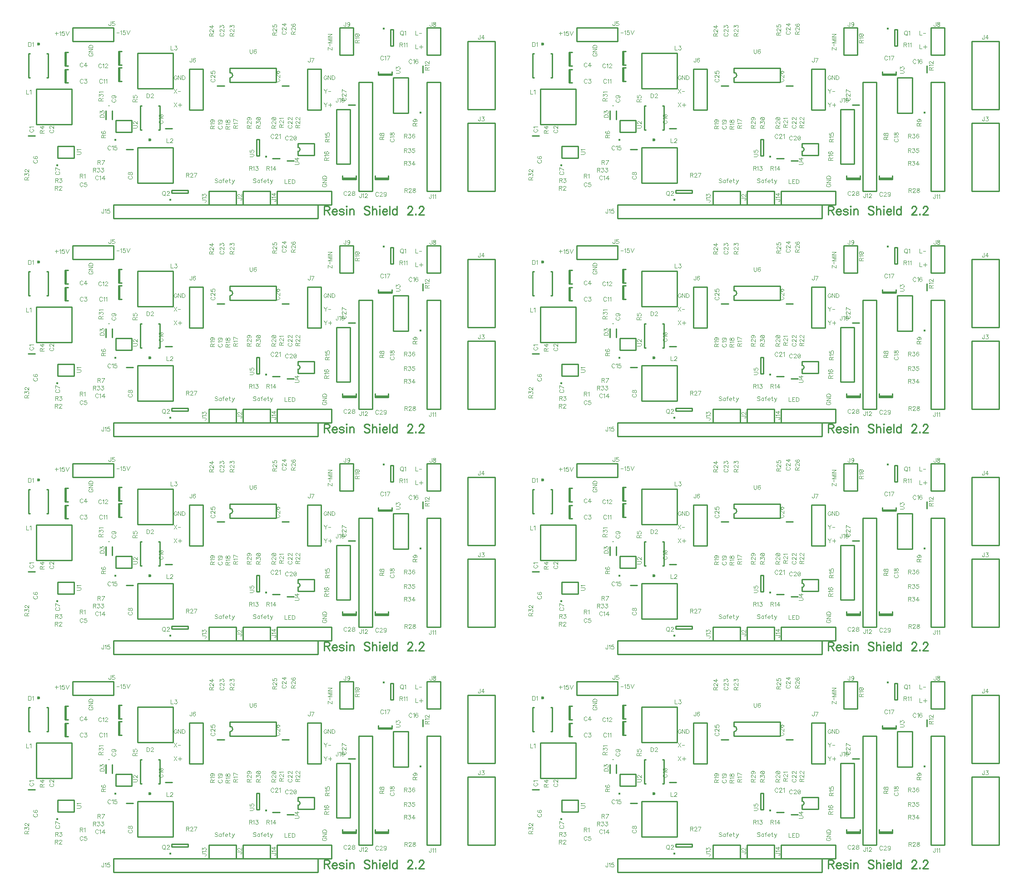
<source format=gbr>
G04 DipTrace 2.4.0.2*
%INTopSilk.gbr*%
%MOIN*%
%ADD10C,0.0098*%
%ADD24C,0.0236*%
%ADD26C,0.0094*%
%ADD32C,0.0154*%
%ADD35C,0.0157*%
%ADD84C,0.0046*%
%ADD85C,0.0093*%
%FSLAX44Y44*%
G04*
G70*
G90*
G75*
G01*
%LNTopSilk*%
%LPD*%
X5185Y10479D2*
D10*
X5696D1*
X7949Y14386D2*
Y15371D1*
X7874Y14386D2*
Y15371D1*
Y14386D2*
X8110D1*
X7874Y15371D2*
X8110D1*
X7949Y15636D2*
Y16621D1*
X7874Y15636D2*
Y16621D1*
Y15636D2*
X8110D1*
X7874Y16621D2*
X8110D1*
X12372Y9479D2*
X12883D1*
X15760Y11027D2*
X15248D1*
X11887Y14511D2*
Y15496D1*
X11812Y14511D2*
Y15496D1*
Y14511D2*
X12048D1*
X11812Y15496D2*
X12048D1*
X11887Y15699D2*
Y16683D1*
X11812Y15699D2*
Y16683D1*
Y15699D2*
X12048D1*
X11812Y16683D2*
X12048D1*
X34165Y15633D2*
Y15122D1*
X31870Y15021D2*
X30885D1*
X31870Y14946D2*
X30885D1*
X31870D2*
Y15182D1*
X30885Y14946D2*
Y15182D1*
X24698Y8652D2*
X24187D1*
X23633Y8839D2*
X23122D1*
X19573Y14153D2*
X19061D1*
X24323Y14152D2*
X23812D1*
X29196Y12776D2*
X28684D1*
X29245Y7385D2*
X28260D1*
X29245Y7311D2*
X28260D1*
X29245D2*
Y7546D1*
X28260Y7311D2*
Y7546D1*
X31620Y7385D2*
X30635D1*
X31620Y7311D2*
X30635D1*
X31620D2*
Y7546D1*
X30635Y7311D2*
Y7546D1*
X6649Y16524D2*
Y14752D1*
X5232Y16524D2*
Y14752D1*
X6649D2*
X6551D1*
X6649Y16524D2*
X6551D1*
X5331Y14752D2*
X5232D1*
X5331Y16524D2*
X5232D1*
D24*
X5941Y17242D3*
X13420Y10921D2*
D10*
Y12693D1*
X14837Y10921D2*
Y12693D1*
X13420D2*
X13519D1*
X13420Y10921D2*
X13519D1*
X14739Y12693D2*
X14837D1*
X14739Y10921D2*
X14837D1*
D24*
X14129Y10202D3*
X11364Y12322D2*
D10*
Y11692D1*
X10891Y12322D2*
Y11692D1*
D26*
X11127Y12692D3*
X20940Y6440D2*
D10*
X22940D1*
Y5440D1*
X20940D1*
Y6440D1*
X37440D2*
X39440D1*
Y11440D1*
X37440D1*
Y6440D1*
Y12440D2*
X39440D1*
Y17440D1*
X37440D1*
Y12440D1*
X8440Y18440D2*
X11440D1*
Y17440D1*
X8440D1*
Y18440D1*
X17004Y12379D2*
X18004D1*
Y15378D1*
X17004D1*
Y12379D1*
X25692D2*
X26692D1*
Y15378D1*
X25692D1*
Y12379D1*
X34440Y16440D2*
X35440D1*
Y18440D1*
X34440D1*
Y16440D1*
X28065D2*
X29065D1*
Y18440D1*
X28065D1*
Y16440D1*
X27818Y8440D2*
X28818D1*
Y12441D1*
X27818D1*
Y8440D1*
X34440Y6440D2*
X35440D1*
Y14440D1*
X34440D1*
Y6440D1*
X29440D2*
X30440D1*
Y14440D1*
X29440D1*
Y6440D1*
X18440D2*
X20440D1*
Y5440D1*
X18440D1*
Y6440D1*
X23440D2*
X27440D1*
Y5440D1*
X23440D1*
Y6440D1*
X11441Y5440D2*
X26439D1*
Y4440D1*
X11441D1*
Y5440D1*
X8375Y11329D2*
X5777D1*
Y13928D1*
X8375D1*
Y11329D1*
X15803Y9625D2*
X13205D1*
Y7027D1*
X15803D1*
Y9625D1*
Y16563D2*
X13205D1*
Y13964D1*
X15803D1*
Y16563D1*
D32*
X31293Y18373D3*
X31794Y18281D2*
D10*
Y17100D1*
X31991D1*
Y18281D1*
X31794D1*
D32*
X15632Y5793D3*
X15724Y6294D2*
D10*
X16905D1*
Y6491D1*
X15724D1*
Y6294D1*
X7359Y8873D2*
X8540D1*
X7359Y9740D2*
X8540D1*
Y8873D2*
Y9740D1*
D35*
X7320Y8322D3*
X7359Y8873D2*
D10*
Y9740D1*
X11610Y10749D2*
X12791D1*
X11610Y11615D2*
X12791D1*
Y10749D2*
Y11615D1*
D35*
X11570Y10198D3*
X11610Y10749D2*
D10*
Y11615D1*
D32*
X33992Y12182D3*
X33099Y12171D2*
D10*
Y14770D1*
X31997Y12171D2*
Y14770D1*
X33099D2*
X31997D1*
X33099Y12171D2*
X31997D1*
X24986Y9061D2*
X26167D1*
X24986Y9927D2*
X26167D1*
Y9061D2*
Y9927D1*
X24986Y9061D2*
Y9337D1*
Y9652D2*
Y9927D1*
Y9337D2*
G03X24986Y9652I0J158D01*
G01*
D32*
X22652Y8945D3*
X22151Y9037D2*
D10*
Y10218D1*
X21954D1*
Y9037D1*
X22151D1*
X19999Y14430D2*
X23385D1*
X19999Y15453D2*
X23385D1*
Y14430D2*
Y15453D1*
X19999Y14430D2*
Y14745D1*
Y15138D2*
Y15453D1*
Y14745D2*
G03X19999Y15138I0J197D01*
G01*
X5340Y10983D2*
D84*
X5312Y10969D1*
X5283Y10940D1*
X5269Y10912D1*
Y10854D1*
X5283Y10826D1*
X5312Y10797D1*
X5340Y10782D1*
X5383Y10768D1*
X5455D1*
X5498Y10782D1*
X5527Y10797D1*
X5555Y10826D1*
X5570Y10854D1*
Y10912D1*
X5555Y10940D1*
X5527Y10969D1*
X5498Y10983D1*
X5326Y11076D2*
X5312Y11105D1*
X5269Y11148D1*
X5570D1*
X6814Y10942D2*
X6785Y10927D1*
X6757Y10899D1*
X6742Y10870D1*
Y10813D1*
X6757Y10784D1*
X6785Y10755D1*
X6814Y10741D1*
X6857Y10727D1*
X6929D1*
X6972Y10741D1*
X7001Y10755D1*
X7029Y10784D1*
X7044Y10813D1*
Y10870D1*
X7029Y10899D1*
X7001Y10927D1*
X6972Y10942D1*
X6814Y11049D2*
X6800D1*
X6771Y11063D1*
X6757Y11077D1*
X6743Y11106D1*
Y11164D1*
X6757Y11192D1*
X6771Y11206D1*
X6800Y11221D1*
X6828D1*
X6857Y11206D1*
X6900Y11178D1*
X7044Y11034D1*
Y11235D1*
X9203Y14590D2*
X9189Y14619D1*
X9160Y14648D1*
X9131Y14662D1*
X9074D1*
X9045Y14648D1*
X9017Y14619D1*
X9002Y14590D1*
X8988Y14547D1*
Y14475D1*
X9002Y14432D1*
X9017Y14404D1*
X9045Y14375D1*
X9074Y14360D1*
X9131D1*
X9160Y14375D1*
X9189Y14404D1*
X9203Y14432D1*
X9324Y14662D2*
X9482D1*
X9396Y14547D1*
X9439D1*
X9468Y14533D1*
X9482Y14518D1*
X9497Y14475D1*
Y14447D1*
X9482Y14404D1*
X9453Y14375D1*
X9410Y14360D1*
X9367D1*
X9324Y14375D1*
X9310Y14389D1*
X9296Y14418D1*
X9196Y15778D2*
X9181Y15806D1*
X9153Y15835D1*
X9124Y15849D1*
X9067D1*
X9038Y15835D1*
X9009Y15806D1*
X8995Y15778D1*
X8980Y15734D1*
Y15662D1*
X8995Y15620D1*
X9009Y15591D1*
X9038Y15562D1*
X9067Y15548D1*
X9124D1*
X9153Y15562D1*
X9181Y15591D1*
X9196Y15620D1*
X9432Y15548D2*
Y15849D1*
X9288Y15648D1*
X9504D1*
X9192Y7005D2*
X9178Y7034D1*
X9149Y7062D1*
X9121Y7077D1*
X9063D1*
X9034Y7062D1*
X9006Y7034D1*
X8991Y7005D1*
X8977Y6962D1*
Y6890D1*
X8991Y6847D1*
X9006Y6818D1*
X9034Y6790D1*
X9063Y6775D1*
X9121D1*
X9149Y6790D1*
X9178Y6818D1*
X9192Y6847D1*
X9457Y7076D2*
X9314D1*
X9299Y6947D1*
X9314Y6962D1*
X9357Y6976D1*
X9400D1*
X9443Y6962D1*
X9471Y6933D1*
X9486Y6890D1*
Y6861D1*
X9471Y6818D1*
X9443Y6789D1*
X9400Y6775D1*
X9357D1*
X9314Y6789D1*
X9299Y6804D1*
X9285Y6833D1*
X5626Y8725D2*
X5598Y8711D1*
X5569Y8682D1*
X5555Y8653D1*
Y8596D1*
X5569Y8567D1*
X5598Y8539D1*
X5626Y8524D1*
X5669Y8510D1*
X5741D1*
X5784Y8524D1*
X5813Y8539D1*
X5842Y8567D1*
X5856Y8596D1*
Y8653D1*
X5842Y8682D1*
X5813Y8711D1*
X5784Y8725D1*
X5598Y8990D2*
X5569Y8975D1*
X5555Y8932D1*
Y8904D1*
X5569Y8861D1*
X5612Y8832D1*
X5684Y8818D1*
X5756D1*
X5813Y8832D1*
X5842Y8861D1*
X5856Y8904D1*
Y8918D1*
X5842Y8961D1*
X5813Y8990D1*
X5770Y9004D1*
X5756D1*
X5713Y8990D1*
X5684Y8961D1*
X5670Y8918D1*
Y8904D1*
X5684Y8861D1*
X5713Y8832D1*
X5756Y8818D1*
X7251Y7861D2*
X7223Y7847D1*
X7194Y7818D1*
X7180Y7789D1*
Y7732D1*
X7194Y7703D1*
X7223Y7674D1*
X7251Y7660D1*
X7294Y7646D1*
X7366D1*
X7409Y7660D1*
X7438Y7674D1*
X7467Y7703D1*
X7481Y7732D1*
Y7789D1*
X7467Y7818D1*
X7438Y7847D1*
X7409Y7861D1*
X7481Y8011D2*
X7180Y8154D1*
Y7953D1*
X12590Y7543D2*
X12561Y7529D1*
X12532Y7500D1*
X12518Y7472D1*
Y7414D1*
X12532Y7385D1*
X12561Y7357D1*
X12590Y7342D1*
X12633Y7328D1*
X12705D1*
X12747Y7342D1*
X12776Y7357D1*
X12805Y7385D1*
X12819Y7414D1*
Y7472D1*
X12805Y7500D1*
X12776Y7529D1*
X12747Y7543D1*
X12518Y7707D2*
X12533Y7665D1*
X12561Y7650D1*
X12590D1*
X12618Y7665D1*
X12633Y7693D1*
X12647Y7751D1*
X12662Y7794D1*
X12690Y7822D1*
X12719Y7836D1*
X12762D1*
X12791Y7822D1*
X12805Y7808D1*
X12819Y7765D1*
Y7707D1*
X12805Y7665D1*
X12791Y7650D1*
X12762Y7636D1*
X12719D1*
X12690Y7650D1*
X12662Y7679D1*
X12647Y7722D1*
X12633Y7779D1*
X12618Y7808D1*
X12590Y7822D1*
X12561D1*
X12533Y7808D1*
X12518Y7765D1*
Y7707D1*
X11375Y13180D2*
X11347Y13166D1*
X11318Y13137D1*
X11304Y13108D1*
Y13051D1*
X11318Y13022D1*
X11347Y12994D1*
X11375Y12979D1*
X11419Y12965D1*
X11491D1*
X11533Y12979D1*
X11562Y12994D1*
X11591Y13022D1*
X11605Y13051D1*
Y13108D1*
X11591Y13137D1*
X11562Y13166D1*
X11533Y13180D1*
X11404Y13459D2*
X11447Y13445D1*
X11476Y13416D1*
X11491Y13373D1*
Y13359D1*
X11476Y13316D1*
X11447Y13287D1*
X11404Y13273D1*
X11390D1*
X11347Y13287D1*
X11318Y13316D1*
X11304Y13359D1*
Y13373D1*
X11318Y13416D1*
X11347Y13445D1*
X11404Y13459D1*
X11476D1*
X11548Y13445D1*
X11591Y13416D1*
X11605Y13373D1*
Y13345D1*
X11591Y13302D1*
X11562Y13287D1*
X14841Y11614D2*
X14812Y11600D1*
X14783Y11571D1*
X14769Y11543D1*
Y11485D1*
X14783Y11456D1*
X14812Y11428D1*
X14841Y11413D1*
X14884Y11399D1*
X14956D1*
X14999Y11413D1*
X15028Y11428D1*
X15056Y11456D1*
X15071Y11485D1*
Y11543D1*
X15056Y11571D1*
X15028Y11600D1*
X14999Y11614D1*
X14827Y11707D2*
X14812Y11736D1*
X14770Y11779D1*
X15071D1*
X14770Y11958D2*
X14784Y11915D1*
X14827Y11886D1*
X14899Y11871D1*
X14942D1*
X15013Y11886D1*
X15056Y11915D1*
X15071Y11958D1*
Y11986D1*
X15056Y12029D1*
X15013Y12058D1*
X14942Y12072D1*
X14899D1*
X14827Y12058D1*
X14784Y12029D1*
X14770Y11986D1*
Y11958D1*
X14827Y12058D2*
X15013Y11886D1*
X10623Y14590D2*
X10609Y14619D1*
X10580Y14648D1*
X10551Y14662D1*
X10494D1*
X10465Y14648D1*
X10437Y14619D1*
X10422Y14590D1*
X10408Y14547D1*
Y14475D1*
X10422Y14432D1*
X10437Y14404D1*
X10465Y14375D1*
X10494Y14360D1*
X10551D1*
X10580Y14375D1*
X10609Y14404D1*
X10623Y14432D1*
X10716Y14604D2*
X10744Y14619D1*
X10787Y14662D1*
Y14360D1*
X10880Y14604D2*
X10909Y14619D1*
X10952Y14662D1*
Y14360D1*
X10558Y15715D2*
X10544Y15744D1*
X10515Y15773D1*
X10487Y15787D1*
X10429D1*
X10401Y15773D1*
X10372Y15744D1*
X10357Y15715D1*
X10343Y15672D1*
Y15600D1*
X10357Y15558D1*
X10372Y15529D1*
X10401Y15500D1*
X10429Y15486D1*
X10487D1*
X10515Y15500D1*
X10544Y15529D1*
X10558Y15558D1*
X10651Y15729D2*
X10680Y15744D1*
X10723Y15787D1*
Y15486D1*
X10830Y15715D2*
Y15729D1*
X10844Y15758D1*
X10859Y15772D1*
X10888Y15787D1*
X10945D1*
X10973Y15772D1*
X10988Y15758D1*
X11002Y15729D1*
Y15701D1*
X10988Y15672D1*
X10959Y15629D1*
X10816Y15486D1*
X11017D1*
X10333Y7505D2*
X10319Y7533D1*
X10290Y7562D1*
X10262Y7576D1*
X10204D1*
X10176Y7562D1*
X10147Y7533D1*
X10132Y7505D1*
X10118Y7461D1*
Y7389D1*
X10132Y7347D1*
X10147Y7318D1*
X10176Y7289D1*
X10204Y7275D1*
X10262D1*
X10290Y7289D1*
X10319Y7318D1*
X10333Y7347D1*
X10426Y7518D2*
X10455Y7533D1*
X10498Y7576D1*
Y7275D1*
X10734D2*
Y7576D1*
X10591Y7375D1*
X10806D1*
X11235Y9693D2*
X11221Y9721D1*
X11192Y9750D1*
X11164Y9764D1*
X11106D1*
X11077Y9750D1*
X11049Y9721D1*
X11034Y9693D1*
X11020Y9649D1*
Y9578D1*
X11034Y9535D1*
X11049Y9506D1*
X11077Y9477D1*
X11106Y9463D1*
X11164D1*
X11192Y9477D1*
X11221Y9506D1*
X11235Y9535D1*
X11328Y9707D2*
X11357Y9721D1*
X11400Y9764D1*
Y9463D1*
X11665Y9764D2*
X11521D1*
X11507Y9635D1*
X11521Y9649D1*
X11564Y9664D1*
X11607D1*
X11650Y9649D1*
X11679Y9621D1*
X11693Y9578D1*
Y9549D1*
X11679Y9506D1*
X11650Y9477D1*
X11607Y9463D1*
X11564D1*
X11521Y9477D1*
X11507Y9492D1*
X11492Y9520D1*
X33342Y16040D2*
X33328Y16069D1*
X33299Y16098D1*
X33271Y16112D1*
X33213D1*
X33184Y16098D1*
X33156Y16069D1*
X33141Y16040D1*
X33127Y15997D1*
Y15925D1*
X33141Y15883D1*
X33156Y15854D1*
X33184Y15825D1*
X33213Y15811D1*
X33271D1*
X33299Y15825D1*
X33328Y15854D1*
X33342Y15883D1*
X33435Y16054D2*
X33464Y16069D1*
X33507Y16112D1*
Y15811D1*
X33771Y16069D2*
X33757Y16098D1*
X33714Y16112D1*
X33686D1*
X33642Y16098D1*
X33614Y16054D1*
X33599Y15983D1*
Y15911D1*
X33614Y15854D1*
X33642Y15825D1*
X33686Y15811D1*
X33700D1*
X33743Y15825D1*
X33771Y15854D1*
X33786Y15897D1*
Y15911D1*
X33771Y15954D1*
X33743Y15983D1*
X33700Y15997D1*
X33686D1*
X33642Y15983D1*
X33614Y15954D1*
X33599Y15911D1*
X31256Y16298D2*
X31242Y16326D1*
X31213Y16355D1*
X31184Y16369D1*
X31127D1*
X31098Y16355D1*
X31070Y16326D1*
X31055Y16298D1*
X31041Y16255D1*
Y16183D1*
X31055Y16140D1*
X31070Y16111D1*
X31098Y16083D1*
X31127Y16068D1*
X31184D1*
X31213Y16083D1*
X31242Y16111D1*
X31256Y16140D1*
X31349Y16312D2*
X31378Y16326D1*
X31421Y16369D1*
Y16068D1*
X31571D2*
X31714Y16369D1*
X31513D1*
X31813Y10278D2*
X31784Y10264D1*
X31756Y10235D1*
X31741Y10207D1*
Y10149D1*
X31756Y10120D1*
X31784Y10092D1*
X31813Y10077D1*
X31856Y10063D1*
X31928D1*
X31971Y10077D1*
X32000Y10092D1*
X32028Y10120D1*
X32043Y10149D1*
Y10207D1*
X32028Y10235D1*
X32000Y10264D1*
X31971Y10278D1*
X31799Y10371D2*
X31784Y10400D1*
X31742Y10443D1*
X32043D1*
X31742Y10607D2*
X31756Y10564D1*
X31784Y10550D1*
X31813D1*
X31842Y10564D1*
X31856Y10593D1*
X31871Y10650D1*
X31885Y10693D1*
X31914Y10722D1*
X31942Y10736D1*
X31985D1*
X32014Y10722D1*
X32028Y10708D1*
X32043Y10664D1*
Y10607D1*
X32028Y10564D1*
X32014Y10550D1*
X31985Y10535D1*
X31942D1*
X31914Y10550D1*
X31885Y10579D1*
X31871Y10621D1*
X31856Y10679D1*
X31842Y10708D1*
X31813Y10722D1*
X31784D1*
X31756Y10708D1*
X31742Y10664D1*
Y10607D1*
X19190Y11224D2*
X19162Y11209D1*
X19133Y11181D1*
X19119Y11152D1*
Y11095D1*
X19133Y11066D1*
X19162Y11037D1*
X19190Y11023D1*
X19233Y11008D1*
X19305D1*
X19348Y11023D1*
X19377Y11037D1*
X19405Y11066D1*
X19420Y11095D1*
Y11152D1*
X19405Y11181D1*
X19377Y11209D1*
X19348Y11224D1*
X19176Y11316D2*
X19162Y11345D1*
X19119Y11388D1*
X19420D1*
X19219Y11668D2*
X19262Y11653D1*
X19291Y11625D1*
X19305Y11581D1*
Y11567D1*
X19291Y11524D1*
X19262Y11496D1*
X19219Y11481D1*
X19205D1*
X19162Y11496D1*
X19133Y11524D1*
X19119Y11567D1*
Y11581D1*
X19133Y11625D1*
X19162Y11653D1*
X19219Y11668D1*
X19291D1*
X19363Y11653D1*
X19406Y11625D1*
X19420Y11581D1*
Y11553D1*
X19406Y11510D1*
X19377Y11496D1*
X24274Y10416D2*
X24260Y10444D1*
X24231Y10473D1*
X24202Y10488D1*
X24145D1*
X24116Y10473D1*
X24088Y10444D1*
X24073Y10416D1*
X24059Y10373D1*
Y10301D1*
X24073Y10258D1*
X24088Y10229D1*
X24116Y10201D1*
X24145Y10186D1*
X24202D1*
X24231Y10201D1*
X24260Y10229D1*
X24274Y10258D1*
X24381Y10416D2*
Y10430D1*
X24396Y10459D1*
X24410Y10473D1*
X24439Y10487D1*
X24496D1*
X24525Y10473D1*
X24539Y10459D1*
X24553Y10430D1*
Y10401D1*
X24539Y10373D1*
X24510Y10330D1*
X24367Y10186D1*
X24568D1*
X24746Y10487D2*
X24703Y10473D1*
X24675Y10430D1*
X24660Y10358D1*
Y10315D1*
X24675Y10244D1*
X24703Y10200D1*
X24746Y10186D1*
X24775D1*
X24818Y10200D1*
X24847Y10244D1*
X24861Y10315D1*
Y10358D1*
X24847Y10430D1*
X24818Y10473D1*
X24775Y10487D1*
X24746D1*
X24847Y10430D2*
X24675Y10244D1*
X23211Y10540D2*
X23197Y10569D1*
X23168Y10598D1*
X23139Y10612D1*
X23082D1*
X23053Y10598D1*
X23024Y10569D1*
X23010Y10540D1*
X22996Y10497D1*
Y10425D1*
X23010Y10383D1*
X23024Y10354D1*
X23053Y10325D1*
X23082Y10311D1*
X23139D1*
X23168Y10325D1*
X23197Y10354D1*
X23211Y10383D1*
X23318Y10540D2*
Y10554D1*
X23332Y10583D1*
X23347Y10597D1*
X23375Y10612D1*
X23433D1*
X23461Y10597D1*
X23476Y10583D1*
X23490Y10554D1*
Y10526D1*
X23476Y10497D1*
X23447Y10454D1*
X23303Y10311D1*
X23504D1*
X23597Y10554D2*
X23626Y10569D1*
X23669Y10612D1*
Y10311D1*
X24315Y11277D2*
X24287Y11263D1*
X24258Y11234D1*
X24244Y11205D1*
Y11148D1*
X24258Y11119D1*
X24287Y11091D1*
X24315Y11076D1*
X24358Y11062D1*
X24430D1*
X24473Y11076D1*
X24502Y11091D1*
X24530Y11119D1*
X24545Y11148D1*
Y11205D1*
X24530Y11234D1*
X24502Y11263D1*
X24473Y11277D1*
X24316Y11384D2*
X24301D1*
X24272Y11399D1*
X24258Y11413D1*
X24244Y11442D1*
Y11499D1*
X24258Y11528D1*
X24272Y11542D1*
X24301Y11556D1*
X24330D1*
X24359Y11542D1*
X24401Y11513D1*
X24545Y11370D1*
Y11571D1*
X24316Y11678D2*
X24301D1*
X24272Y11692D1*
X24258Y11706D1*
X24244Y11735D1*
Y11793D1*
X24258Y11821D1*
X24272Y11835D1*
X24301Y11850D1*
X24330D1*
X24359Y11835D1*
X24401Y11807D1*
X24545Y11663D1*
Y11864D1*
X19315Y18028D2*
X19287Y18013D1*
X19258Y17985D1*
X19244Y17956D1*
Y17899D1*
X19258Y17870D1*
X19287Y17841D1*
X19315Y17827D1*
X19358Y17812D1*
X19430D1*
X19473Y17827D1*
X19502Y17841D1*
X19530Y17870D1*
X19545Y17899D1*
Y17956D1*
X19530Y17985D1*
X19502Y18013D1*
X19473Y18028D1*
X19315Y18135D2*
X19301D1*
X19272Y18149D1*
X19258Y18163D1*
X19244Y18192D1*
Y18250D1*
X19258Y18278D1*
X19272Y18292D1*
X19301Y18307D1*
X19330D1*
X19359Y18292D1*
X19401Y18264D1*
X19545Y18120D1*
Y18321D1*
X19244Y18443D2*
Y18600D1*
X19359Y18514D1*
Y18557D1*
X19373Y18586D1*
X19387Y18600D1*
X19430Y18615D1*
X19459D1*
X19502Y18600D1*
X19531Y18572D1*
X19545Y18529D1*
Y18485D1*
X19531Y18443D1*
X19516Y18428D1*
X19488Y18414D1*
X23878Y18164D2*
X23850Y18150D1*
X23821Y18121D1*
X23806Y18092D1*
Y18035D1*
X23821Y18006D1*
X23850Y17977D1*
X23878Y17963D1*
X23921Y17949D1*
X23993D1*
X24036Y17963D1*
X24065Y17977D1*
X24093Y18006D1*
X24108Y18035D1*
Y18092D1*
X24093Y18121D1*
X24065Y18150D1*
X24036Y18164D1*
X23878Y18271D2*
X23864D1*
X23835Y18285D1*
X23821Y18300D1*
X23807Y18328D1*
Y18386D1*
X23821Y18414D1*
X23835Y18429D1*
X23864Y18443D1*
X23893D1*
X23922Y18429D1*
X23964Y18400D1*
X24108Y18256D1*
Y18457D1*
Y18694D2*
X23807D1*
X24007Y18550D1*
Y18765D1*
X18654Y14675D2*
X18626Y14661D1*
X18597Y14632D1*
X18583Y14604D1*
Y14546D1*
X18597Y14517D1*
X18626Y14489D1*
X18654Y14474D1*
X18697Y14460D1*
X18769D1*
X18812Y14474D1*
X18841Y14489D1*
X18869Y14517D1*
X18884Y14546D1*
Y14604D1*
X18869Y14632D1*
X18841Y14661D1*
X18812Y14675D1*
X18654Y14783D2*
X18640D1*
X18611Y14797D1*
X18597Y14811D1*
X18583Y14840D1*
Y14897D1*
X18597Y14926D1*
X18611Y14940D1*
X18640Y14955D1*
X18669D1*
X18698Y14940D1*
X18740Y14912D1*
X18884Y14768D1*
Y14969D1*
X18583Y15234D2*
Y15090D1*
X18712Y15076D1*
X18698Y15090D1*
X18683Y15133D1*
Y15176D1*
X18698Y15219D1*
X18726Y15248D1*
X18769Y15262D1*
X18798D1*
X18841Y15248D1*
X18870Y15219D1*
X18884Y15176D1*
Y15133D1*
X18870Y15090D1*
X18855Y15076D1*
X18827Y15062D1*
X23404Y14683D2*
X23376Y14668D1*
X23347Y14639D1*
X23333Y14611D1*
Y14554D1*
X23347Y14525D1*
X23376Y14496D1*
X23404Y14482D1*
X23447Y14467D1*
X23519D1*
X23562Y14482D1*
X23591Y14496D1*
X23619Y14525D1*
X23634Y14554D1*
Y14611D1*
X23619Y14639D1*
X23591Y14668D1*
X23562Y14683D1*
X23405Y14790D2*
X23390D1*
X23361Y14804D1*
X23347Y14818D1*
X23333Y14847D1*
Y14904D1*
X23347Y14933D1*
X23361Y14947D1*
X23390Y14962D1*
X23419D1*
X23448Y14947D1*
X23490Y14919D1*
X23634Y14775D1*
Y14976D1*
X23376Y15241D2*
X23347Y15227D1*
X23333Y15184D1*
Y15155D1*
X23347Y15112D1*
X23390Y15083D1*
X23462Y15069D1*
X23534D1*
X23591Y15083D1*
X23620Y15112D1*
X23634Y15155D1*
Y15169D1*
X23620Y15212D1*
X23591Y15241D1*
X23548Y15255D1*
X23534D1*
X23490Y15241D1*
X23462Y15212D1*
X23448Y15169D1*
Y15155D1*
X23462Y15112D1*
X23490Y15083D1*
X23534Y15069D1*
X28277Y13299D2*
X28248Y13285D1*
X28220Y13256D1*
X28205Y13228D1*
Y13170D1*
X28220Y13141D1*
X28248Y13113D1*
X28277Y13098D1*
X28320Y13084D1*
X28392D1*
X28435Y13098D1*
X28464Y13113D1*
X28492Y13141D1*
X28507Y13170D1*
Y13228D1*
X28492Y13256D1*
X28464Y13285D1*
X28435Y13299D1*
X28277Y13406D2*
X28263D1*
X28234Y13421D1*
X28220Y13435D1*
X28206Y13464D1*
Y13521D1*
X28220Y13550D1*
X28234Y13564D1*
X28263Y13579D1*
X28292D1*
X28320Y13564D1*
X28363Y13535D1*
X28507Y13392D1*
Y13593D1*
Y13743D2*
X28206Y13886D1*
Y13685D1*
X28567Y6350D2*
X28552Y6378D1*
X28524Y6407D1*
X28495Y6421D1*
X28438D1*
X28409Y6407D1*
X28380Y6378D1*
X28366Y6350D1*
X28351Y6307D1*
Y6235D1*
X28366Y6192D1*
X28380Y6163D1*
X28409Y6135D1*
X28438Y6120D1*
X28495D1*
X28524Y6135D1*
X28552Y6163D1*
X28567Y6192D1*
X28674Y6349D2*
Y6364D1*
X28688Y6393D1*
X28702Y6407D1*
X28731Y6421D1*
X28789D1*
X28817Y6407D1*
X28831Y6393D1*
X28846Y6364D1*
Y6335D1*
X28831Y6306D1*
X28803Y6264D1*
X28659Y6120D1*
X28860D1*
X29025Y6421D2*
X28982Y6407D1*
X28967Y6378D1*
Y6349D1*
X28982Y6321D1*
X29010Y6306D1*
X29068Y6292D1*
X29111Y6278D1*
X29139Y6249D1*
X29154Y6220D1*
Y6177D1*
X29139Y6149D1*
X29125Y6134D1*
X29082Y6120D1*
X29025D1*
X28982Y6134D1*
X28967Y6149D1*
X28953Y6177D1*
Y6220D1*
X28967Y6249D1*
X28996Y6278D1*
X29039Y6292D1*
X29096Y6306D1*
X29125Y6321D1*
X29139Y6349D1*
Y6378D1*
X29125Y6407D1*
X29082Y6421D1*
X29025D1*
X30886Y6287D2*
X30872Y6316D1*
X30843Y6345D1*
X30815Y6359D1*
X30757D1*
X30728Y6345D1*
X30700Y6316D1*
X30685Y6287D1*
X30671Y6244D1*
Y6172D1*
X30685Y6129D1*
X30700Y6101D1*
X30728Y6072D1*
X30757Y6057D1*
X30815D1*
X30843Y6072D1*
X30872Y6101D1*
X30886Y6129D1*
X30993Y6287D2*
Y6301D1*
X31008Y6330D1*
X31022Y6344D1*
X31051Y6359D1*
X31108D1*
X31137Y6344D1*
X31151Y6330D1*
X31165Y6301D1*
Y6273D1*
X31151Y6244D1*
X31122Y6201D1*
X30979Y6057D1*
X31180D1*
X31459Y6258D2*
X31444Y6215D1*
X31416Y6186D1*
X31373Y6172D1*
X31359D1*
X31315Y6186D1*
X31287Y6215D1*
X31272Y6258D1*
Y6273D1*
X31287Y6316D1*
X31315Y6344D1*
X31359Y6359D1*
X31373D1*
X31416Y6344D1*
X31444Y6316D1*
X31459Y6258D1*
Y6186D1*
X31444Y6115D1*
X31416Y6072D1*
X31373Y6057D1*
X31344D1*
X31301Y6072D1*
X31287Y6101D1*
X5195Y17362D2*
Y17060D1*
X5296D1*
X5339Y17075D1*
X5368Y17104D1*
X5382Y17132D1*
X5396Y17175D1*
Y17247D1*
X5382Y17290D1*
X5368Y17319D1*
X5339Y17348D1*
X5296Y17362D1*
X5195D1*
X5489Y17304D2*
X5518Y17319D1*
X5561Y17362D1*
Y17060D1*
X13882Y13585D2*
Y13283D1*
X13982D1*
X14025Y13298D1*
X14054Y13326D1*
X14068Y13355D1*
X14082Y13398D1*
Y13470D1*
X14068Y13513D1*
X14054Y13542D1*
X14025Y13570D1*
X13982Y13585D1*
X13882D1*
X14190Y13513D2*
Y13527D1*
X14204Y13556D1*
X14218Y13570D1*
X14247Y13584D1*
X14304D1*
X14333Y13570D1*
X14347Y13556D1*
X14362Y13527D1*
Y13498D1*
X14347Y13470D1*
X14319Y13427D1*
X14175Y13283D1*
X14376D1*
X10452Y11850D2*
X10753D1*
Y11951D1*
X10739Y11994D1*
X10710Y12023D1*
X10681Y12037D1*
X10639Y12051D1*
X10567D1*
X10524Y12037D1*
X10495Y12023D1*
X10466Y11994D1*
X10452Y11951D1*
Y11850D1*
Y12173D2*
Y12330D1*
X10567Y12244D1*
Y12287D1*
X10581Y12316D1*
X10596Y12330D1*
X10639Y12345D1*
X10667D1*
X10710Y12330D1*
X10739Y12302D1*
X10753Y12259D1*
Y12215D1*
X10739Y12173D1*
X10725Y12158D1*
X10696Y12144D1*
X20563Y5927D2*
X20793D1*
X20836Y5913D1*
X20850Y5899D1*
X20865Y5870D1*
Y5841D1*
X20850Y5813D1*
X20836Y5798D1*
X20793Y5784D1*
X20764D1*
X20635Y6035D2*
X20621D1*
X20592Y6049D1*
X20578Y6063D1*
X20564Y6092D1*
Y6149D1*
X20578Y6178D1*
X20592Y6192D1*
X20621Y6207D1*
X20649D1*
X20678Y6192D1*
X20721Y6164D1*
X20865Y6020D1*
Y6221D1*
X38365Y11879D2*
Y11650D1*
X38351Y11607D1*
X38336Y11592D1*
X38308Y11578D1*
X38279D1*
X38250Y11592D1*
X38236Y11607D1*
X38221Y11650D1*
Y11678D1*
X38486Y11879D2*
X38644D1*
X38558Y11764D1*
X38601D1*
X38630Y11750D1*
X38644Y11736D1*
X38659Y11693D1*
Y11664D1*
X38644Y11621D1*
X38615Y11592D1*
X38572Y11578D1*
X38529D1*
X38486Y11592D1*
X38472Y11607D1*
X38458Y11635D1*
X38358Y17879D2*
Y17650D1*
X38344Y17607D1*
X38329Y17592D1*
X38300Y17578D1*
X38272D1*
X38243Y17592D1*
X38229Y17607D1*
X38214Y17650D1*
Y17678D1*
X38594Y17578D2*
Y17879D1*
X38451Y17678D1*
X38666D1*
X11240Y18879D2*
Y18650D1*
X11226Y18607D1*
X11211Y18592D1*
X11183Y18578D1*
X11154D1*
X11125Y18592D1*
X11111Y18607D1*
X11096Y18650D1*
Y18678D1*
X11505Y18879D2*
X11361D1*
X11347Y18750D1*
X11361Y18764D1*
X11405Y18779D1*
X11447D1*
X11490Y18764D1*
X11519Y18736D1*
X11534Y18693D1*
Y18664D1*
X11519Y18621D1*
X11490Y18592D1*
X11447Y18578D1*
X11405D1*
X11361Y18592D1*
X11347Y18607D1*
X11333Y18635D1*
X17187Y16211D2*
Y15982D1*
X17172Y15939D1*
X17158Y15925D1*
X17129Y15910D1*
X17101D1*
X17072Y15925D1*
X17058Y15939D1*
X17043Y15982D1*
Y16011D1*
X17451Y16168D2*
X17437Y16197D1*
X17394Y16211D1*
X17366D1*
X17322Y16197D1*
X17294Y16154D1*
X17279Y16082D1*
Y16011D1*
X17294Y15953D1*
X17322Y15924D1*
X17366Y15910D1*
X17380D1*
X17423Y15924D1*
X17451Y15953D1*
X17466Y15996D1*
Y16011D1*
X17451Y16054D1*
X17423Y16082D1*
X17380Y16096D1*
X17366D1*
X17322Y16082D1*
X17294Y16054D1*
X17279Y16011D1*
X25867Y16212D2*
Y15982D1*
X25853Y15939D1*
X25838Y15925D1*
X25810Y15910D1*
X25781D1*
X25752Y15925D1*
X25738Y15939D1*
X25724Y15982D1*
Y16011D1*
X26017Y15910D2*
X26161Y16211D1*
X25960D1*
X34803Y18835D2*
Y18606D1*
X34788Y18563D1*
X34774Y18549D1*
X34745Y18534D1*
X34716D1*
X34688Y18549D1*
X34674Y18563D1*
X34659Y18606D1*
Y18635D1*
X34967Y18835D2*
X34924Y18821D1*
X34910Y18792D1*
Y18764D1*
X34924Y18735D1*
X34953Y18720D1*
X35010Y18706D1*
X35053Y18692D1*
X35082Y18663D1*
X35096Y18635D1*
Y18591D1*
X35082Y18563D1*
X35067Y18548D1*
X35024Y18534D1*
X34967D1*
X34924Y18548D1*
X34910Y18563D1*
X34895Y18591D1*
Y18635D1*
X34910Y18663D1*
X34938Y18692D1*
X34981Y18706D1*
X35039Y18720D1*
X35067Y18735D1*
X35082Y18764D1*
Y18792D1*
X35067Y18821D1*
X35024Y18835D1*
X34967D1*
X28497D2*
Y18606D1*
X28483Y18563D1*
X28468Y18549D1*
X28440Y18534D1*
X28411D1*
X28382Y18549D1*
X28368Y18563D1*
X28354Y18606D1*
Y18635D1*
X28776Y18735D2*
X28762Y18692D1*
X28733Y18663D1*
X28690Y18649D1*
X28676D1*
X28633Y18663D1*
X28604Y18692D1*
X28590Y18735D1*
Y18749D1*
X28604Y18792D1*
X28633Y18821D1*
X28676Y18835D1*
X28690D1*
X28733Y18821D1*
X28762Y18792D1*
X28776Y18735D1*
Y18663D1*
X28762Y18591D1*
X28733Y18548D1*
X28690Y18534D1*
X28662D1*
X28619Y18548D1*
X28604Y18577D1*
X27911Y13274D2*
Y13044D1*
X27897Y13001D1*
X27882Y12987D1*
X27853Y12972D1*
X27825D1*
X27796Y12987D1*
X27782Y13001D1*
X27767Y13044D1*
Y13073D1*
X28003Y13216D2*
X28032Y13230D1*
X28075Y13273D1*
Y12972D1*
X28254Y13273D2*
X28211Y13259D1*
X28182Y13216D1*
X28168Y13144D1*
Y13101D1*
X28182Y13029D1*
X28211Y12986D1*
X28254Y12972D1*
X28283D1*
X28326Y12986D1*
X28354Y13029D1*
X28369Y13101D1*
Y13144D1*
X28354Y13216D1*
X28326Y13259D1*
X28283Y13273D1*
X28254D1*
X28354Y13216D2*
X28182Y13029D1*
X34760Y6193D2*
Y5964D1*
X34746Y5921D1*
X34731Y5906D1*
X34703Y5892D1*
X34674D1*
X34645Y5906D1*
X34631Y5921D1*
X34616Y5964D1*
Y5992D1*
X34853Y6136D2*
X34882Y6150D1*
X34925Y6193D1*
Y5892D1*
X35017Y6136D2*
X35046Y6150D1*
X35089Y6193D1*
Y5892D1*
X29633Y6256D2*
Y6026D1*
X29619Y5983D1*
X29604Y5969D1*
X29576Y5954D1*
X29547D1*
X29518Y5969D1*
X29504Y5983D1*
X29490Y6026D1*
Y6055D1*
X29726Y6198D2*
X29755Y6213D1*
X29798Y6255D1*
Y5954D1*
X29905Y6184D2*
Y6198D1*
X29919Y6227D1*
X29933Y6241D1*
X29962Y6255D1*
X30020D1*
X30048Y6241D1*
X30062Y6227D1*
X30077Y6198D1*
Y6170D1*
X30062Y6141D1*
X30034Y6098D1*
X29890Y5954D1*
X30091D1*
X17938Y5783D2*
X18168D1*
X18211Y5768D1*
X18225Y5754D1*
X18240Y5725D1*
Y5696D1*
X18225Y5668D1*
X18211Y5654D1*
X18168Y5639D1*
X18139D1*
X17996Y5875D2*
X17981Y5904D1*
X17938Y5947D1*
X18240D1*
X17938Y6069D2*
Y6226D1*
X18053Y6140D1*
Y6184D1*
X18067Y6212D1*
X18082Y6226D1*
X18125Y6241D1*
X18153D1*
X18196Y6226D1*
X18225Y6198D1*
X18240Y6155D1*
Y6112D1*
X18225Y6069D1*
X18211Y6055D1*
X18182Y6040D1*
X23063Y5838D2*
X23293D1*
X23336Y5824D1*
X23350Y5809D1*
X23365Y5781D1*
Y5752D1*
X23350Y5723D1*
X23336Y5709D1*
X23293Y5694D1*
X23264D1*
X23121Y5931D2*
X23106Y5960D1*
X23063Y6003D1*
X23365D1*
Y6239D2*
X23063D1*
X23264Y6095D1*
Y6311D1*
X10720Y5116D2*
Y4887D1*
X10706Y4843D1*
X10691Y4829D1*
X10663Y4815D1*
X10634D1*
X10605Y4829D1*
X10591Y4843D1*
X10577Y4887D1*
Y4915D1*
X10813Y5058D2*
X10842Y5073D1*
X10885Y5116D1*
Y4815D1*
X11150Y5116D2*
X11006D1*
X10992Y4987D1*
X11006Y5001D1*
X11049Y5016D1*
X11092D1*
X11135Y5001D1*
X11164Y4972D1*
X11178Y4929D1*
Y4901D1*
X11164Y4858D1*
X11135Y4829D1*
X11092Y4815D1*
X11049D1*
X11006Y4829D1*
X10992Y4843D1*
X10977Y4872D1*
X5033Y13867D2*
Y13565D1*
X5205D1*
X5297Y13809D2*
X5326Y13824D1*
X5369Y13867D1*
Y13565D1*
X15334Y10294D2*
Y9992D1*
X15506D1*
X15613Y10222D2*
Y10236D1*
X15627Y10265D1*
X15641Y10279D1*
X15670Y10293D1*
X15728D1*
X15756Y10279D1*
X15770Y10265D1*
X15785Y10236D1*
Y10208D1*
X15770Y10179D1*
X15742Y10136D1*
X15598Y9992D1*
X15799D1*
X15646Y17106D2*
Y16805D1*
X15818D1*
X15940Y17106D2*
X16097D1*
X16011Y16991D1*
X16054D1*
X16083Y16977D1*
X16097Y16963D1*
X16112Y16920D1*
Y16891D1*
X16097Y16848D1*
X16069Y16819D1*
X16026Y16805D1*
X15982D1*
X15940Y16819D1*
X15925Y16834D1*
X15911Y16862D1*
X32586Y18202D2*
X32557Y18188D1*
X32528Y18159D1*
X32514Y18131D1*
X32499Y18088D1*
Y18016D1*
X32514Y17973D1*
X32528Y17944D1*
X32557Y17915D1*
X32586Y17901D1*
X32643D1*
X32672Y17915D1*
X32700Y17944D1*
X32715Y17973D1*
X32729Y18016D1*
Y18088D1*
X32715Y18131D1*
X32700Y18159D1*
X32672Y18188D1*
X32643Y18202D1*
X32586D1*
X32629Y17959D2*
X32715Y17872D1*
X32822Y18145D2*
X32851Y18159D1*
X32894Y18202D1*
Y17901D1*
X15116Y6429D2*
X15088Y6415D1*
X15059Y6386D1*
X15045Y6357D1*
X15030Y6314D1*
Y6243D1*
X15045Y6200D1*
X15059Y6171D1*
X15088Y6142D1*
X15116Y6128D1*
X15174D1*
X15203Y6142D1*
X15231Y6171D1*
X15245Y6200D1*
X15260Y6243D1*
Y6314D1*
X15245Y6357D1*
X15231Y6386D1*
X15203Y6415D1*
X15174Y6429D1*
X15116D1*
X15160Y6185D2*
X15245Y6099D1*
X15367Y6357D2*
Y6371D1*
X15382Y6400D1*
X15396Y6414D1*
X15425Y6429D1*
X15482D1*
X15511Y6414D1*
X15525Y6400D1*
X15539Y6371D1*
Y6343D1*
X15525Y6314D1*
X15496Y6271D1*
X15353Y6128D1*
X15554D1*
X8986Y7558D2*
X9115D1*
X9158Y7573D1*
X9173Y7587D1*
X9187Y7615D1*
Y7644D1*
X9173Y7673D1*
X9158Y7687D1*
X9115Y7702D1*
X8986D1*
Y7400D1*
X9087Y7558D2*
X9187Y7400D1*
X9280Y7644D2*
X9309Y7659D1*
X9352Y7701D1*
Y7400D1*
X7153Y6665D2*
X7282D1*
X7325Y6679D1*
X7340Y6694D1*
X7354Y6722D1*
Y6751D1*
X7340Y6780D1*
X7325Y6794D1*
X7282Y6808D1*
X7153D1*
Y6507D1*
X7254Y6665D2*
X7354Y6507D1*
X7461Y6736D2*
Y6751D1*
X7476Y6780D1*
X7490Y6794D1*
X7519Y6808D1*
X7576D1*
X7605Y6794D1*
X7619Y6780D1*
X7633Y6751D1*
Y6722D1*
X7619Y6693D1*
X7590Y6651D1*
X7447Y6507D1*
X7648D1*
X7171Y7227D2*
X7300D1*
X7343Y7242D1*
X7358Y7256D1*
X7372Y7285D1*
Y7313D1*
X7358Y7342D1*
X7343Y7357D1*
X7300Y7371D1*
X7171D1*
Y7069D1*
X7272Y7227D2*
X7372Y7069D1*
X7494Y7371D2*
X7651D1*
X7565Y7256D1*
X7609D1*
X7637Y7242D1*
X7651Y7227D1*
X7666Y7184D1*
Y7156D1*
X7651Y7113D1*
X7623Y7084D1*
X7580Y7069D1*
X7537D1*
X7494Y7084D1*
X7480Y7098D1*
X7465Y7127D1*
X6198Y10708D2*
Y10837D1*
X6184Y10880D1*
X6170Y10895D1*
X6141Y10909D1*
X6112D1*
X6084Y10895D1*
X6069Y10880D1*
X6055Y10837D1*
Y10708D1*
X6356D1*
X6198Y10809D2*
X6356Y10909D1*
Y11145D2*
X6055D1*
X6256Y11002D1*
Y11217D1*
X13010Y12983D2*
Y13112D1*
X12995Y13155D1*
X12981Y13170D1*
X12953Y13184D1*
X12924D1*
X12895Y13170D1*
X12881Y13155D1*
X12866Y13112D1*
Y12983D1*
X13168D1*
X13010Y13084D2*
X13168Y13184D1*
X12867Y13449D2*
Y13306D1*
X12996Y13291D1*
X12981Y13306D1*
X12967Y13349D1*
Y13391D1*
X12981Y13435D1*
X13010Y13463D1*
X13053Y13478D1*
X13082D1*
X13125Y13463D1*
X13154Y13435D1*
X13168Y13391D1*
Y13349D1*
X13154Y13306D1*
X13139Y13291D1*
X13110Y13277D1*
X10697Y10365D2*
Y10494D1*
X10683Y10537D1*
X10669Y10552D1*
X10640Y10566D1*
X10611D1*
X10583Y10552D1*
X10568Y10537D1*
X10554Y10494D1*
Y10365D1*
X10855D1*
X10697Y10466D2*
X10855Y10566D1*
X10597Y10831D2*
X10568Y10817D1*
X10554Y10774D1*
Y10745D1*
X10568Y10702D1*
X10612Y10673D1*
X10683Y10659D1*
X10755D1*
X10812Y10673D1*
X10841Y10702D1*
X10855Y10745D1*
Y10759D1*
X10841Y10802D1*
X10812Y10831D1*
X10769Y10845D1*
X10755D1*
X10712Y10831D1*
X10683Y10802D1*
X10669Y10759D1*
Y10745D1*
X10683Y10702D1*
X10712Y10673D1*
X10755Y10659D1*
X10277Y8558D2*
X10406D1*
X10449Y8572D1*
X10464Y8586D1*
X10478Y8615D1*
Y8644D1*
X10464Y8672D1*
X10449Y8687D1*
X10406Y8701D1*
X10277D1*
Y8400D1*
X10378Y8558D2*
X10478Y8400D1*
X10628D2*
X10772Y8701D1*
X10571D1*
X31135Y10215D2*
Y10344D1*
X31120Y10387D1*
X31106Y10402D1*
X31078Y10416D1*
X31049D1*
X31020Y10402D1*
X31006Y10387D1*
X30991Y10344D1*
Y10215D1*
X31293D1*
X31135Y10315D2*
X31293Y10416D1*
X30992Y10580D2*
X31006Y10537D1*
X31034Y10523D1*
X31063D1*
X31092Y10537D1*
X31106Y10566D1*
X31121Y10623D1*
X31135Y10666D1*
X31164Y10695D1*
X31192Y10709D1*
X31235D1*
X31264Y10695D1*
X31279Y10681D1*
X31293Y10637D1*
Y10580D1*
X31279Y10537D1*
X31264Y10523D1*
X31235Y10508D1*
X31192D1*
X31164Y10523D1*
X31135Y10552D1*
X31121Y10594D1*
X31106Y10652D1*
X31092Y10681D1*
X31063Y10695D1*
X31034D1*
X31006Y10681D1*
X30992Y10637D1*
Y10580D1*
X33573Y11240D2*
Y11369D1*
X33558Y11412D1*
X33544Y11427D1*
X33515Y11441D1*
X33486D1*
X33458Y11427D1*
X33443Y11412D1*
X33429Y11369D1*
Y11240D1*
X33730D1*
X33573Y11341D2*
X33730Y11441D1*
X33529Y11721D2*
X33573Y11706D1*
X33601Y11677D1*
X33616Y11634D1*
Y11620D1*
X33601Y11577D1*
X33573Y11548D1*
X33529Y11534D1*
X33515D1*
X33472Y11548D1*
X33444Y11577D1*
X33429Y11620D1*
Y11634D1*
X33444Y11677D1*
X33472Y11706D1*
X33529Y11721D1*
X33601D1*
X33673Y11706D1*
X33716Y11677D1*
X33730Y11634D1*
Y11606D1*
X33716Y11563D1*
X33687Y11548D1*
X29322Y17338D2*
Y17467D1*
X29308Y17510D1*
X29294Y17525D1*
X29265Y17539D1*
X29236D1*
X29208Y17525D1*
X29193Y17510D1*
X29179Y17467D1*
Y17338D1*
X29480D1*
X29322Y17439D2*
X29480Y17539D1*
X29237Y17632D2*
X29222Y17661D1*
X29179Y17704D1*
X29480D1*
X29179Y17883D2*
X29193Y17840D1*
X29237Y17811D1*
X29308Y17796D1*
X29351D1*
X29423Y17811D1*
X29466Y17840D1*
X29480Y17883D1*
Y17911D1*
X29466Y17954D1*
X29423Y17983D1*
X29351Y17997D1*
X29308D1*
X29237Y17983D1*
X29193Y17954D1*
X29179Y17911D1*
Y17883D1*
X29237Y17983D2*
X29423Y17811D1*
X32447Y17183D2*
X32576D1*
X32619Y17197D1*
X32634Y17211D1*
X32648Y17240D1*
Y17269D1*
X32634Y17297D1*
X32619Y17312D1*
X32576Y17326D1*
X32447D1*
Y17025D1*
X32548Y17183D2*
X32648Y17025D1*
X32741Y17268D2*
X32770Y17283D1*
X32813Y17326D1*
Y17025D1*
X32905Y17268D2*
X32934Y17283D1*
X32977Y17326D1*
Y17025D1*
X34447Y15320D2*
Y15449D1*
X34433Y15492D1*
X34419Y15507D1*
X34390Y15521D1*
X34361D1*
X34333Y15507D1*
X34318Y15492D1*
X34304Y15449D1*
Y15320D1*
X34605D1*
X34447Y15421D2*
X34605Y15521D1*
X34362Y15614D2*
X34347Y15643D1*
X34304Y15686D1*
X34605D1*
X34376Y15793D2*
X34362D1*
X34333Y15807D1*
X34318Y15821D1*
X34304Y15850D1*
Y15908D1*
X34318Y15936D1*
X34333Y15950D1*
X34362Y15965D1*
X34390D1*
X34419Y15950D1*
X34462Y15922D1*
X34605Y15778D1*
Y15979D1*
X21401Y8120D2*
X21530D1*
X21573Y8135D1*
X21587Y8149D1*
X21602Y8177D1*
Y8206D1*
X21587Y8235D1*
X21573Y8249D1*
X21530Y8264D1*
X21401D1*
Y7962D1*
X21501Y8120D2*
X21602Y7962D1*
X21694Y8206D2*
X21723Y8221D1*
X21766Y8263D1*
Y7962D1*
X21888Y8263D2*
X22045D1*
X21959Y8149D1*
X22002D1*
X22031Y8134D1*
X22045Y8120D1*
X22060Y8077D1*
Y8048D1*
X22045Y8005D1*
X22017Y7976D1*
X21974Y7962D1*
X21930D1*
X21888Y7976D1*
X21873Y7991D1*
X21859Y8020D1*
X22688Y8120D2*
X22817D1*
X22860Y8135D1*
X22875Y8149D1*
X22889Y8177D1*
Y8206D1*
X22875Y8235D1*
X22860Y8249D1*
X22817Y8264D1*
X22688D1*
Y7962D1*
X22788Y8120D2*
X22889Y7962D1*
X22981Y8206D2*
X23010Y8221D1*
X23053Y8263D1*
Y7962D1*
X23290D2*
Y8263D1*
X23146Y8063D1*
X23361D1*
X27138Y10071D2*
Y10200D1*
X27123Y10243D1*
X27109Y10257D1*
X27081Y10272D1*
X27052D1*
X27023Y10257D1*
X27009Y10243D1*
X26994Y10200D1*
Y10071D1*
X27296D1*
X27138Y10171D2*
X27296Y10272D1*
X27052Y10364D2*
X27037Y10393D1*
X26995Y10436D1*
X27296D1*
X26995Y10701D2*
Y10558D1*
X27124Y10543D1*
X27109Y10558D1*
X27095Y10601D1*
Y10644D1*
X27109Y10687D1*
X27138Y10716D1*
X27181Y10730D1*
X27210D1*
X27253Y10716D1*
X27282Y10687D1*
X27296Y10644D1*
Y10601D1*
X27282Y10558D1*
X27267Y10543D1*
X27238Y10529D1*
X27075Y8703D2*
Y8832D1*
X27061Y8875D1*
X27047Y8890D1*
X27018Y8904D1*
X26989D1*
X26961Y8890D1*
X26946Y8875D1*
X26932Y8832D1*
Y8703D1*
X27233D1*
X27075Y8803D2*
X27233Y8904D1*
X26990Y8996D2*
X26975Y9025D1*
X26932Y9068D1*
X27233D1*
X26975Y9333D2*
X26946Y9319D1*
X26932Y9276D1*
Y9247D1*
X26946Y9204D1*
X26990Y9175D1*
X27061Y9161D1*
X27133D1*
X27190Y9175D1*
X27219Y9204D1*
X27233Y9247D1*
Y9262D1*
X27219Y9304D1*
X27190Y9333D1*
X27147Y9347D1*
X27133D1*
X27090Y9333D1*
X27061Y9304D1*
X27047Y9262D1*
Y9247D1*
X27061Y9204D1*
X27090Y9175D1*
X27133Y9161D1*
X20387Y11071D2*
Y11200D1*
X20373Y11243D1*
X20358Y11258D1*
X20330Y11272D1*
X20301D1*
X20272Y11258D1*
X20258Y11243D1*
X20244Y11200D1*
Y11071D1*
X20545D1*
X20387Y11171D2*
X20545Y11272D1*
X20301Y11365D2*
X20287Y11393D1*
X20244Y11437D1*
X20545D1*
Y11587D2*
X20244Y11730D1*
Y11529D1*
X19825Y11009D2*
Y11138D1*
X19810Y11181D1*
X19796Y11195D1*
X19767Y11210D1*
X19738D1*
X19710Y11195D1*
X19695Y11181D1*
X19681Y11138D1*
Y11009D1*
X19983D1*
X19825Y11109D2*
X19983Y11210D1*
X19739Y11302D2*
X19724Y11331D1*
X19681Y11374D1*
X19983D1*
X19681Y11538D2*
X19696Y11496D1*
X19724Y11481D1*
X19753D1*
X19782Y11496D1*
X19796Y11524D1*
X19810Y11582D1*
X19825Y11625D1*
X19854Y11653D1*
X19882Y11667D1*
X19925D1*
X19954Y11653D1*
X19968Y11639D1*
X19983Y11596D1*
Y11538D1*
X19968Y11496D1*
X19954Y11481D1*
X19925Y11467D1*
X19882D1*
X19854Y11481D1*
X19825Y11510D1*
X19810Y11553D1*
X19796Y11610D1*
X19782Y11639D1*
X19753Y11653D1*
X19724D1*
X19696Y11639D1*
X19681Y11596D1*
Y11538D1*
X18700Y11034D2*
Y11163D1*
X18685Y11206D1*
X18671Y11220D1*
X18642Y11235D1*
X18613D1*
X18585Y11220D1*
X18570Y11206D1*
X18556Y11163D1*
Y11034D1*
X18857D1*
X18700Y11134D2*
X18857Y11235D1*
X18614Y11327D2*
X18599Y11356D1*
X18556Y11399D1*
X18857D1*
X18656Y11679D2*
X18700Y11664D1*
X18728Y11636D1*
X18743Y11592D1*
Y11578D1*
X18728Y11535D1*
X18700Y11507D1*
X18656Y11492D1*
X18642D1*
X18599Y11507D1*
X18571Y11535D1*
X18556Y11578D1*
Y11592D1*
X18571Y11636D1*
X18599Y11664D1*
X18656Y11679D1*
X18728D1*
X18800Y11664D1*
X18843Y11636D1*
X18857Y11592D1*
Y11564D1*
X18843Y11521D1*
X18814Y11507D1*
X23200Y11069D2*
Y11198D1*
X23185Y11241D1*
X23171Y11256D1*
X23142Y11270D1*
X23113D1*
X23085Y11256D1*
X23070Y11241D1*
X23056Y11198D1*
Y11069D1*
X23358D1*
X23200Y11169D2*
X23358Y11270D1*
X23128Y11377D2*
X23114D1*
X23085Y11391D1*
X23071Y11406D1*
X23056Y11435D1*
Y11492D1*
X23071Y11520D1*
X23085Y11535D1*
X23114Y11549D1*
X23142D1*
X23171Y11535D1*
X23214Y11506D1*
X23358Y11363D1*
Y11564D1*
X23056Y11742D2*
X23071Y11699D1*
X23114Y11670D1*
X23185Y11656D1*
X23229D1*
X23300Y11670D1*
X23343Y11699D1*
X23358Y11742D1*
Y11771D1*
X23343Y11814D1*
X23300Y11843D1*
X23229Y11857D1*
X23185D1*
X23114Y11843D1*
X23071Y11814D1*
X23056Y11771D1*
Y11742D1*
X23114Y11843D2*
X23300Y11670D1*
X23762Y11133D2*
Y11262D1*
X23748Y11306D1*
X23733Y11320D1*
X23705Y11334D1*
X23676D1*
X23647Y11320D1*
X23633Y11306D1*
X23619Y11262D1*
Y11133D1*
X23920D1*
X23762Y11234D2*
X23920Y11334D1*
X23691Y11442D2*
X23676D1*
X23647Y11456D1*
X23633Y11470D1*
X23619Y11499D1*
Y11556D1*
X23633Y11585D1*
X23647Y11599D1*
X23676Y11614D1*
X23705D1*
X23734Y11599D1*
X23776Y11571D1*
X23920Y11427D1*
Y11628D1*
X23676Y11721D2*
X23662Y11750D1*
X23619Y11793D1*
X23920D1*
X24950Y11087D2*
Y11216D1*
X24935Y11259D1*
X24921Y11274D1*
X24892Y11288D1*
X24863D1*
X24835Y11274D1*
X24820Y11259D1*
X24806Y11216D1*
Y11087D1*
X25108D1*
X24950Y11188D2*
X25108Y11288D1*
X24878Y11395D2*
X24864D1*
X24835Y11410D1*
X24821Y11424D1*
X24806Y11453D1*
Y11510D1*
X24821Y11539D1*
X24835Y11553D1*
X24864Y11568D1*
X24892D1*
X24921Y11553D1*
X24964Y11524D1*
X25108Y11381D1*
Y11582D1*
X24878Y11689D2*
X24864D1*
X24835Y11703D1*
X24821Y11718D1*
X24806Y11746D1*
Y11804D1*
X24821Y11832D1*
X24835Y11847D1*
X24864Y11861D1*
X24892D1*
X24921Y11847D1*
X24964Y11818D1*
X25108Y11674D1*
Y11875D1*
X20137Y17838D2*
Y17967D1*
X20123Y18010D1*
X20108Y18025D1*
X20080Y18039D1*
X20051D1*
X20022Y18025D1*
X20008Y18010D1*
X19994Y17967D1*
Y17838D1*
X20295D1*
X20137Y17938D2*
X20295Y18039D1*
X20066Y18146D2*
X20051D1*
X20022Y18160D1*
X20008Y18175D1*
X19994Y18203D1*
Y18261D1*
X20008Y18289D1*
X20022Y18304D1*
X20051Y18318D1*
X20080D1*
X20109Y18304D1*
X20151Y18275D1*
X20295Y18131D1*
Y18332D1*
X19994Y18454D2*
Y18611D1*
X20109Y18525D1*
Y18569D1*
X20123Y18597D1*
X20137Y18611D1*
X20180Y18626D1*
X20209D1*
X20252Y18611D1*
X20281Y18583D1*
X20295Y18540D1*
Y18497D1*
X20281Y18454D1*
X20266Y18440D1*
X20238Y18425D1*
X18637Y17812D2*
Y17941D1*
X18622Y17985D1*
X18608Y17999D1*
X18580Y18013D1*
X18551D1*
X18522Y17999D1*
X18508Y17985D1*
X18493Y17941D1*
Y17812D1*
X18795D1*
X18637Y17913D2*
X18795Y18013D1*
X18565Y18121D2*
X18551D1*
X18522Y18135D1*
X18508Y18149D1*
X18494Y18178D1*
Y18235D1*
X18508Y18264D1*
X18522Y18278D1*
X18551Y18293D1*
X18580D1*
X18609Y18278D1*
X18651Y18250D1*
X18795Y18106D1*
Y18307D1*
Y18543D2*
X18494D1*
X18694Y18400D1*
Y18615D1*
X23263Y17882D2*
Y18011D1*
X23248Y18054D1*
X23234Y18069D1*
X23205Y18083D1*
X23176D1*
X23148Y18069D1*
X23133Y18054D1*
X23119Y18011D1*
Y17882D1*
X23420D1*
X23263Y17983D2*
X23420Y18083D1*
X23191Y18190D2*
X23177D1*
X23148Y18204D1*
X23134Y18219D1*
X23119Y18248D1*
Y18305D1*
X23134Y18333D1*
X23148Y18348D1*
X23177Y18362D1*
X23205D1*
X23234Y18348D1*
X23277Y18319D1*
X23420Y18176D1*
Y18377D1*
X23119Y18641D2*
Y18498D1*
X23248Y18484D1*
X23234Y18498D1*
X23219Y18541D1*
Y18584D1*
X23234Y18627D1*
X23263Y18656D1*
X23306Y18670D1*
X23334D1*
X23377Y18656D1*
X23406Y18627D1*
X23420Y18584D1*
Y18541D1*
X23406Y18498D1*
X23392Y18484D1*
X23363Y18469D1*
X24638Y17952D2*
Y18081D1*
X24623Y18124D1*
X24609Y18139D1*
X24580Y18153D1*
X24551D1*
X24523Y18139D1*
X24508Y18124D1*
X24494Y18081D1*
Y17952D1*
X24796D1*
X24638Y18052D2*
X24796Y18153D1*
X24566Y18260D2*
X24552D1*
X24523Y18274D1*
X24509Y18289D1*
X24494Y18317D1*
Y18375D1*
X24509Y18403D1*
X24523Y18418D1*
X24552Y18432D1*
X24580D1*
X24609Y18418D1*
X24652Y18389D1*
X24796Y18245D1*
Y18446D1*
X24537Y18711D2*
X24509Y18697D1*
X24494Y18654D1*
Y18625D1*
X24509Y18582D1*
X24552Y18553D1*
X24623Y18539D1*
X24695D1*
X24752Y18553D1*
X24781Y18582D1*
X24796Y18625D1*
Y18640D1*
X24781Y18682D1*
X24752Y18711D1*
X24709Y18725D1*
X24695D1*
X24652Y18711D1*
X24623Y18682D1*
X24609Y18640D1*
Y18625D1*
X24623Y18582D1*
X24652Y18553D1*
X24695Y18539D1*
X16774Y7620D2*
X16903D1*
X16946Y7635D1*
X16960Y7649D1*
X16975Y7677D1*
Y7706D1*
X16960Y7735D1*
X16946Y7749D1*
X16903Y7764D1*
X16774D1*
Y7462D1*
X16874Y7620D2*
X16975Y7462D1*
X17082Y7692D2*
Y7706D1*
X17096Y7735D1*
X17110Y7749D1*
X17139Y7763D1*
X17197D1*
X17225Y7749D1*
X17239Y7735D1*
X17254Y7706D1*
Y7677D1*
X17239Y7649D1*
X17211Y7606D1*
X17067Y7462D1*
X17268D1*
X17418D2*
X17562Y7763D1*
X17361D1*
X32818Y6495D2*
X32947D1*
X32990Y6510D1*
X33005Y6524D1*
X33019Y6552D1*
Y6581D1*
X33005Y6610D1*
X32990Y6624D1*
X32947Y6639D1*
X32818D1*
Y6337D1*
X32919Y6495D2*
X33019Y6337D1*
X33126Y6567D2*
Y6581D1*
X33141Y6610D1*
X33155Y6624D1*
X33184Y6638D1*
X33241D1*
X33270Y6624D1*
X33284Y6610D1*
X33299Y6581D1*
Y6552D1*
X33284Y6524D1*
X33255Y6481D1*
X33112Y6337D1*
X33313D1*
X33477Y6638D2*
X33434Y6624D1*
X33420Y6595D1*
Y6567D1*
X33434Y6538D1*
X33463Y6524D1*
X33520Y6509D1*
X33563Y6495D1*
X33592Y6466D1*
X33606Y6438D1*
Y6395D1*
X33592Y6366D1*
X33578Y6351D1*
X33534Y6337D1*
X33477D1*
X33434Y6351D1*
X33420Y6366D1*
X33405Y6395D1*
Y6438D1*
X33420Y6466D1*
X33449Y6495D1*
X33491Y6509D1*
X33549Y6524D1*
X33578Y6538D1*
X33592Y6567D1*
Y6595D1*
X33578Y6624D1*
X33534Y6638D1*
X33477D1*
X21385Y11075D2*
Y11204D1*
X21370Y11247D1*
X21356Y11262D1*
X21328Y11276D1*
X21299D1*
X21270Y11262D1*
X21256Y11247D1*
X21241Y11204D1*
Y11075D1*
X21543D1*
X21385Y11176D2*
X21543Y11276D1*
X21313Y11383D2*
X21299D1*
X21270Y11398D1*
X21256Y11412D1*
X21242Y11441D1*
Y11498D1*
X21256Y11527D1*
X21270Y11541D1*
X21299Y11555D1*
X21328D1*
X21356Y11541D1*
X21399Y11512D1*
X21543Y11369D1*
Y11570D1*
X21342Y11849D2*
X21385Y11834D1*
X21414Y11806D1*
X21428Y11763D1*
Y11748D1*
X21414Y11705D1*
X21385Y11677D1*
X21342Y11662D1*
X21328D1*
X21285Y11677D1*
X21256Y11705D1*
X21242Y11749D1*
Y11763D1*
X21256Y11806D1*
X21285Y11834D1*
X21342Y11849D1*
X21414D1*
X21485Y11834D1*
X21529Y11806D1*
X21543Y11763D1*
Y11734D1*
X21529Y11691D1*
X21500Y11677D1*
X22072Y11068D2*
Y11197D1*
X22058Y11240D1*
X22044Y11255D1*
X22015Y11269D1*
X21986D1*
X21958Y11255D1*
X21943Y11240D1*
X21929Y11197D1*
Y11068D1*
X22230D1*
X22072Y11168D2*
X22230Y11269D1*
X21929Y11390D2*
Y11548D1*
X22044Y11462D1*
Y11505D1*
X22058Y11534D1*
X22072Y11548D1*
X22116Y11563D1*
X22144D1*
X22187Y11548D1*
X22216Y11519D1*
X22230Y11476D1*
Y11433D1*
X22216Y11390D1*
X22201Y11376D1*
X22173Y11362D1*
X21929Y11741D2*
X21943Y11698D1*
X21987Y11669D1*
X22058Y11655D1*
X22101D1*
X22173Y11669D1*
X22216Y11698D1*
X22230Y11741D1*
Y11770D1*
X22216Y11813D1*
X22173Y11842D1*
X22101Y11856D1*
X22058D1*
X21987Y11842D1*
X21943Y11813D1*
X21929Y11770D1*
Y11741D1*
X21987Y11842D2*
X22173Y11669D1*
X10510Y13070D2*
Y13199D1*
X10495Y13242D1*
X10481Y13257D1*
X10453Y13271D1*
X10424D1*
X10395Y13257D1*
X10381Y13242D1*
X10366Y13199D1*
Y13070D1*
X10668D1*
X10510Y13171D2*
X10668Y13271D1*
X10367Y13393D2*
Y13550D1*
X10481Y13464D1*
Y13507D1*
X10496Y13536D1*
X10510Y13550D1*
X10553Y13565D1*
X10582D1*
X10625Y13550D1*
X10653Y13522D1*
X10668Y13478D1*
Y13435D1*
X10653Y13393D1*
X10639Y13378D1*
X10610Y13364D1*
X10424Y13657D2*
X10409Y13686D1*
X10367Y13729D1*
X10668D1*
X5072Y7256D2*
Y7385D1*
X5058Y7428D1*
X5044Y7442D1*
X5015Y7457D1*
X4986D1*
X4958Y7442D1*
X4943Y7428D1*
X4929Y7385D1*
Y7256D1*
X5230D1*
X5072Y7356D2*
X5230Y7457D1*
X4929Y7578D2*
Y7736D1*
X5044Y7650D1*
Y7693D1*
X5058Y7721D1*
X5072Y7736D1*
X5116Y7750D1*
X5144D1*
X5187Y7736D1*
X5216Y7707D1*
X5230Y7664D1*
Y7621D1*
X5216Y7578D1*
X5201Y7564D1*
X5173Y7549D1*
X5001Y7857D2*
X4987D1*
X4958Y7872D1*
X4943Y7886D1*
X4929Y7915D1*
Y7972D1*
X4943Y8001D1*
X4958Y8015D1*
X4987Y8029D1*
X5015D1*
X5044Y8015D1*
X5087Y7986D1*
X5230Y7843D1*
Y8044D1*
X9943Y7995D2*
X10072D1*
X10115Y8010D1*
X10130Y8024D1*
X10144Y8052D1*
Y8081D1*
X10130Y8110D1*
X10115Y8124D1*
X10072Y8139D1*
X9943D1*
Y7837D1*
X10044Y7995D2*
X10144Y7837D1*
X10266Y8138D2*
X10423D1*
X10337Y8024D1*
X10380D1*
X10409Y8009D1*
X10423Y7995D1*
X10438Y7952D1*
Y7923D1*
X10423Y7880D1*
X10395Y7852D1*
X10351Y7837D1*
X10308D1*
X10266Y7852D1*
X10251Y7866D1*
X10237Y7895D1*
X10559Y8138D2*
X10717D1*
X10631Y8024D1*
X10674D1*
X10702Y8009D1*
X10717Y7995D1*
X10731Y7952D1*
Y7923D1*
X10717Y7880D1*
X10688Y7852D1*
X10645Y7837D1*
X10602D1*
X10559Y7852D1*
X10545Y7866D1*
X10530Y7895D1*
X32767Y8495D2*
X32896D1*
X32939Y8510D1*
X32953Y8524D1*
X32968Y8552D1*
Y8581D1*
X32953Y8610D1*
X32939Y8624D1*
X32896Y8639D1*
X32767D1*
Y8337D1*
X32867Y8495D2*
X32968Y8337D1*
X33089Y8638D2*
X33247D1*
X33161Y8524D1*
X33204D1*
X33232Y8509D1*
X33247Y8495D1*
X33261Y8452D1*
Y8423D1*
X33247Y8380D1*
X33218Y8352D1*
X33175Y8337D1*
X33132D1*
X33089Y8352D1*
X33075Y8366D1*
X33060Y8395D1*
X33497Y8337D2*
Y8638D1*
X33354Y8438D1*
X33569D1*
X32774Y9433D2*
X32903D1*
X32946Y9447D1*
X32960Y9461D1*
X32975Y9490D1*
Y9519D1*
X32960Y9547D1*
X32946Y9562D1*
X32903Y9576D1*
X32774D1*
Y9275D1*
X32874Y9433D2*
X32975Y9275D1*
X33096Y9576D2*
X33254D1*
X33168Y9461D1*
X33211D1*
X33239Y9447D1*
X33254Y9433D1*
X33268Y9389D1*
Y9361D1*
X33254Y9318D1*
X33225Y9289D1*
X33182Y9275D1*
X33139D1*
X33096Y9289D1*
X33082Y9304D1*
X33067Y9332D1*
X33533Y9576D2*
X33390D1*
X33376Y9447D1*
X33390Y9461D1*
X33433Y9476D1*
X33476D1*
X33519Y9461D1*
X33548Y9433D1*
X33562Y9389D1*
Y9361D1*
X33548Y9318D1*
X33519Y9289D1*
X33476Y9275D1*
X33433D1*
X33390Y9289D1*
X33376Y9304D1*
X33361Y9332D1*
X32781Y10495D2*
X32910D1*
X32953Y10510D1*
X32968Y10524D1*
X32982Y10552D1*
Y10581D1*
X32968Y10610D1*
X32953Y10624D1*
X32910Y10639D1*
X32781D1*
Y10337D1*
X32882Y10495D2*
X32982Y10337D1*
X33104Y10638D2*
X33261D1*
X33175Y10524D1*
X33218D1*
X33247Y10509D1*
X33261Y10495D1*
X33276Y10452D1*
Y10423D1*
X33261Y10380D1*
X33233Y10352D1*
X33189Y10337D1*
X33146D1*
X33104Y10352D1*
X33089Y10366D1*
X33075Y10395D1*
X33540Y10596D2*
X33526Y10624D1*
X33483Y10638D1*
X33454D1*
X33411Y10624D1*
X33383Y10581D1*
X33368Y10509D1*
Y10438D1*
X33383Y10380D1*
X33411Y10352D1*
X33454Y10337D1*
X33469D1*
X33512Y10352D1*
X33540Y10380D1*
X33555Y10423D1*
Y10438D1*
X33540Y10481D1*
X33512Y10509D1*
X33469Y10524D1*
X33454D1*
X33411Y10509D1*
X33383Y10481D1*
X33368Y10438D1*
X8764Y9140D2*
X8979D1*
X9022Y9155D1*
X9051Y9184D1*
X9065Y9227D1*
Y9255D1*
X9051Y9298D1*
X9022Y9327D1*
X8979Y9341D1*
X8764D1*
X8822Y9434D2*
X8807Y9463D1*
X8764Y9506D1*
X9065D1*
X12889Y11076D2*
X13105D1*
X13148Y11090D1*
X13176Y11119D1*
X13191Y11162D1*
Y11191D1*
X13176Y11234D1*
X13148Y11263D1*
X13105Y11277D1*
X12889D1*
X12961Y11384D2*
X12947D1*
X12918Y11399D1*
X12904Y11413D1*
X12890Y11442D1*
Y11499D1*
X12904Y11528D1*
X12918Y11542D1*
X12947Y11556D1*
X12976D1*
X13005Y11542D1*
X13047Y11513D1*
X13191Y11370D1*
Y11571D1*
X32171Y15085D2*
X32387D1*
X32430Y15099D1*
X32458Y15128D1*
X32473Y15171D1*
Y15200D1*
X32458Y15243D1*
X32430Y15272D1*
X32387Y15286D1*
X32171D1*
X32172Y15407D2*
Y15565D1*
X32286Y15479D1*
Y15522D1*
X32301Y15551D1*
X32315Y15565D1*
X32358Y15579D1*
X32387D1*
X32430Y15565D1*
X32459Y15536D1*
X32473Y15493D1*
Y15450D1*
X32459Y15407D1*
X32444Y15393D1*
X32415Y15378D1*
X24762Y8381D2*
X24977D1*
X25021Y8396D1*
X25049Y8424D1*
X25064Y8467D1*
Y8496D1*
X25049Y8539D1*
X25021Y8568D1*
X24977Y8582D1*
X24762D1*
X25064Y8818D2*
X24763D1*
X24963Y8675D1*
Y8890D1*
X21434Y8970D2*
X21649D1*
X21692Y8984D1*
X21721Y9013D1*
X21736Y9056D1*
Y9085D1*
X21721Y9128D1*
X21692Y9157D1*
X21649Y9171D1*
X21434D1*
Y9436D2*
Y9293D1*
X21563Y9278D1*
X21549Y9293D1*
X21535Y9336D1*
Y9379D1*
X21549Y9422D1*
X21578Y9451D1*
X21621Y9465D1*
X21649D1*
X21692Y9451D1*
X21721Y9422D1*
X21736Y9379D1*
Y9336D1*
X21721Y9293D1*
X21707Y9278D1*
X21678Y9264D1*
X21452Y16838D2*
Y16622D1*
X21467Y16579D1*
X21495Y16551D1*
X21538Y16536D1*
X21567D1*
X21610Y16551D1*
X21639Y16579D1*
X21653Y16622D1*
Y16838D1*
X21918Y16794D2*
X21904Y16823D1*
X21861Y16837D1*
X21832D1*
X21789Y16823D1*
X21760Y16780D1*
X21746Y16708D1*
Y16637D1*
X21760Y16579D1*
X21789Y16550D1*
X21832Y16536D1*
X21846D1*
X21889Y16550D1*
X21918Y16579D1*
X21932Y16622D1*
Y16637D1*
X21918Y16680D1*
X21889Y16708D1*
X21846Y16722D1*
X21832D1*
X21789Y16708D1*
X21760Y16680D1*
X21746Y16637D1*
X7265Y18144D2*
Y17885D1*
X7136Y18014D2*
X7394D1*
X7487Y18108D2*
X7516Y18122D1*
X7559Y18165D1*
Y17864D1*
X7824Y18165D2*
X7680D1*
X7666Y18036D1*
X7680Y18050D1*
X7723Y18065D1*
X7766D1*
X7809Y18050D1*
X7838Y18022D1*
X7852Y17979D1*
Y17950D1*
X7838Y17907D1*
X7809Y17878D1*
X7766Y17864D1*
X7723D1*
X7680Y17878D1*
X7666Y17893D1*
X7652Y17921D1*
X7945Y18165D2*
X8060Y17864D1*
X8175Y18165D1*
X26909Y5027D2*
D85*
X27167D1*
X27253Y5056D1*
X27283Y5084D1*
X27311Y5141D1*
Y5199D1*
X27283Y5256D1*
X27253Y5285D1*
X27167Y5314D1*
X26909D1*
Y4711D1*
X27110Y5027D2*
X27311Y4711D1*
X27496Y4940D2*
X27841D1*
Y4998D1*
X27812Y5056D1*
X27783Y5084D1*
X27726Y5113D1*
X27640D1*
X27583Y5084D1*
X27525Y5027D1*
X27496Y4940D1*
Y4883D1*
X27525Y4797D1*
X27583Y4740D1*
X27640Y4711D1*
X27726D1*
X27783Y4740D1*
X27841Y4797D1*
X28342Y5027D2*
X28313Y5084D1*
X28227Y5113D1*
X28141D1*
X28054Y5084D1*
X28026Y5027D1*
X28054Y4969D1*
X28112Y4940D1*
X28255Y4912D1*
X28313Y4883D1*
X28342Y4826D1*
Y4797D1*
X28313Y4740D1*
X28227Y4711D1*
X28141D1*
X28054Y4740D1*
X28026Y4797D1*
X28527Y5314D2*
X28555Y5285D1*
X28584Y5314D1*
X28555Y5343D1*
X28527Y5314D1*
X28555Y5113D2*
Y4711D1*
X28770Y5113D2*
Y4711D1*
Y4998D2*
X28856Y5084D1*
X28914Y5113D1*
X28999D1*
X29057Y5084D1*
X29085Y4998D1*
Y4711D1*
X30256Y5227D2*
X30199Y5285D1*
X30113Y5314D1*
X29998D1*
X29912Y5285D1*
X29854Y5227D1*
Y5170D1*
X29883Y5113D1*
X29912Y5084D1*
X29969Y5056D1*
X30141Y4998D1*
X30199Y4969D1*
X30227Y4940D1*
X30256Y4883D1*
Y4797D1*
X30199Y4740D1*
X30113Y4711D1*
X29998D1*
X29912Y4740D1*
X29854Y4797D1*
X30441Y5314D2*
Y4711D1*
Y4998D2*
X30527Y5084D1*
X30585Y5113D1*
X30671D1*
X30728Y5084D1*
X30757Y4998D1*
Y4711D1*
X30942Y5314D2*
X30971Y5285D1*
X31000Y5314D1*
X30971Y5343D1*
X30942Y5314D1*
X30971Y5113D2*
Y4711D1*
X31185Y4940D2*
X31529D1*
Y4998D1*
X31501Y5056D1*
X31472Y5084D1*
X31415Y5113D1*
X31328D1*
X31271Y5084D1*
X31214Y5027D1*
X31185Y4940D1*
Y4883D1*
X31214Y4797D1*
X31271Y4740D1*
X31328Y4711D1*
X31415D1*
X31472Y4740D1*
X31529Y4797D1*
X31715Y5314D2*
Y4711D1*
X32244Y5314D2*
Y4711D1*
Y5027D2*
X32187Y5084D1*
X32129Y5113D1*
X32043D1*
X31986Y5084D1*
X31928Y5027D1*
X31900Y4940D1*
Y4883D1*
X31928Y4797D1*
X31986Y4740D1*
X32043Y4711D1*
X32129D1*
X32187Y4740D1*
X32244Y4797D1*
X33042Y5170D2*
Y5198D1*
X33070Y5256D1*
X33099Y5285D1*
X33156Y5313D1*
X33271D1*
X33328Y5285D1*
X33357Y5256D1*
X33386Y5198D1*
Y5141D1*
X33357Y5084D1*
X33300Y4998D1*
X33013Y4711D1*
X33414D1*
X33628Y4769D2*
X33600Y4739D1*
X33628Y4711D1*
X33657Y4739D1*
X33628Y4769D1*
X33872Y5170D2*
Y5198D1*
X33900Y5256D1*
X33929Y5285D1*
X33987Y5313D1*
X34101D1*
X34158Y5285D1*
X34187Y5256D1*
X34216Y5198D1*
Y5141D1*
X34187Y5084D1*
X34130Y4998D1*
X33843Y4711D1*
X34245D1*
X11698Y18077D2*
D84*
X11864D1*
X11957Y18170D2*
X11986Y18185D1*
X12029Y18228D1*
Y17927D1*
X12294Y18228D2*
X12150D1*
X12136Y18099D1*
X12150Y18113D1*
X12193Y18127D1*
X12236D1*
X12279Y18113D1*
X12308Y18084D1*
X12322Y18041D1*
Y18013D1*
X12308Y17970D1*
X12279Y17941D1*
X12236Y17927D1*
X12193D1*
X12150Y17941D1*
X12136Y17955D1*
X12122Y17984D1*
X12415Y18228D2*
X12530Y17927D1*
X12645Y18228D1*
X9690Y16561D2*
X9661Y16546D1*
X9633Y16518D1*
X9618Y16489D1*
Y16432D1*
X9633Y16403D1*
X9661Y16374D1*
X9690Y16360D1*
X9733Y16345D1*
X9805D1*
X9848Y16360D1*
X9877Y16374D1*
X9905Y16403D1*
X9920Y16432D1*
Y16489D1*
X9905Y16518D1*
X9877Y16546D1*
X9848Y16561D1*
X9805D1*
Y16489D1*
X9618Y16854D2*
X9920D1*
X9618Y16653D1*
X9920D1*
X9618Y16947D2*
X9920D1*
Y17047D1*
X9905Y17090D1*
X9877Y17119D1*
X9848Y17134D1*
X9805Y17148D1*
X9733D1*
X9690Y17134D1*
X9661Y17119D1*
X9633Y17090D1*
X9618Y17047D1*
Y16947D1*
X16101Y14844D2*
X16087Y14872D1*
X16058Y14901D1*
X16030Y14915D1*
X15972D1*
X15943Y14901D1*
X15915Y14872D1*
X15900Y14844D1*
X15886Y14801D1*
Y14729D1*
X15900Y14686D1*
X15915Y14657D1*
X15943Y14629D1*
X15972Y14614D1*
X16030D1*
X16058Y14629D1*
X16087Y14657D1*
X16101Y14686D1*
Y14729D1*
X16030D1*
X16395Y14915D2*
Y14614D1*
X16194Y14915D1*
Y14614D1*
X16487Y14915D2*
Y14614D1*
X16588D1*
X16631Y14629D1*
X16660Y14657D1*
X16674Y14686D1*
X16688Y14729D1*
Y14801D1*
X16674Y14844D1*
X16660Y14872D1*
X16631Y14901D1*
X16588Y14915D1*
X16487D1*
X15886Y13915D2*
X16087Y13614D1*
Y13915D2*
X15886Y13614D1*
X16180Y13765D2*
X16345D1*
X15886Y12915D2*
X16087Y12614D1*
Y12915D2*
X15886Y12614D1*
X16309Y12894D2*
Y12635D1*
X16180Y12764D2*
X16438D1*
X27101Y14844D2*
X27087Y14872D1*
X27058Y14901D1*
X27030Y14915D1*
X26972D1*
X26943Y14901D1*
X26915Y14872D1*
X26900Y14844D1*
X26886Y14801D1*
Y14729D1*
X26900Y14686D1*
X26915Y14657D1*
X26943Y14629D1*
X26972Y14614D1*
X27030D1*
X27058Y14629D1*
X27087Y14657D1*
X27101Y14686D1*
Y14729D1*
X27030D1*
X27395Y14915D2*
Y14614D1*
X27194Y14915D1*
Y14614D1*
X27487Y14915D2*
Y14614D1*
X27588D1*
X27631Y14629D1*
X27660Y14657D1*
X27674Y14686D1*
X27688Y14729D1*
Y14801D1*
X27674Y14844D1*
X27660Y14872D1*
X27631Y14901D1*
X27588Y14915D1*
X27487D1*
X26886Y13915D2*
X27001Y13772D1*
Y13614D1*
X27115Y13915D2*
X27001Y13772D1*
X27208Y13765D2*
X27374D1*
X26886Y12915D2*
X27001Y12772D1*
Y12614D1*
X27115Y12915D2*
X27001Y12772D1*
X27337Y12894D2*
Y12635D1*
X27208Y12764D2*
X27466D1*
X27176Y16788D2*
Y16989D1*
X27477Y16788D1*
Y16989D1*
X27327Y17081D2*
Y17247D1*
X27477Y17569D2*
X27176D1*
X27477Y17455D1*
X27176Y17340D1*
X27477D1*
X27176Y17662D2*
X27477D1*
X27176Y17956D2*
X27477D1*
X27176Y17755D1*
X27477D1*
X33614Y17187D2*
Y16886D1*
X33786D1*
X34008Y17166D2*
Y16907D1*
X33879Y17036D2*
X34137D1*
X33614Y18187D2*
Y17886D1*
X33786D1*
X33879Y18037D2*
X34045D1*
X19087Y7310D2*
X19058Y7339D1*
X19015Y7353D1*
X18958D1*
X18915Y7339D1*
X18886Y7310D1*
Y7281D1*
X18901Y7252D1*
X18915Y7238D1*
X18943Y7224D1*
X19030Y7195D1*
X19058Y7181D1*
X19073Y7166D1*
X19087Y7138D1*
Y7095D1*
X19058Y7066D1*
X19015Y7052D1*
X18958D1*
X18915Y7066D1*
X18886Y7095D1*
X19352Y7252D2*
Y7052D1*
Y7209D2*
X19323Y7238D1*
X19294Y7252D1*
X19252D1*
X19223Y7238D1*
X19194Y7209D1*
X19180Y7166D1*
Y7138D1*
X19194Y7095D1*
X19223Y7066D1*
X19252Y7052D1*
X19294D1*
X19323Y7066D1*
X19352Y7095D1*
X19559Y7353D2*
X19531D1*
X19502Y7339D1*
X19487Y7296D1*
Y7052D1*
X19444Y7252D2*
X19545D1*
X19652Y7166D2*
X19824D1*
Y7195D1*
X19810Y7224D1*
X19795Y7238D1*
X19766Y7252D1*
X19723D1*
X19695Y7238D1*
X19666Y7209D1*
X19652Y7166D1*
Y7138D1*
X19666Y7095D1*
X19695Y7066D1*
X19723Y7052D1*
X19766D1*
X19795Y7066D1*
X19824Y7095D1*
X19960Y7353D2*
Y7109D1*
X19974Y7066D1*
X20003Y7052D1*
X20031D1*
X19916Y7252D2*
X20017D1*
X20138D2*
X20224Y7052D1*
X20196Y6994D1*
X20167Y6965D1*
X20138Y6951D1*
X20124D1*
X20311Y7252D2*
X20224Y7052D1*
X21899Y7310D2*
X21871Y7339D1*
X21828Y7353D1*
X21770D1*
X21727Y7339D1*
X21698Y7310D1*
Y7281D1*
X21713Y7252D1*
X21727Y7238D1*
X21756Y7224D1*
X21842Y7195D1*
X21871Y7181D1*
X21885Y7166D1*
X21899Y7138D1*
Y7095D1*
X21871Y7066D1*
X21828Y7052D1*
X21770D1*
X21727Y7066D1*
X21698Y7095D1*
X22164Y7252D2*
Y7052D1*
Y7209D2*
X22136Y7238D1*
X22107Y7252D1*
X22064D1*
X22035Y7238D1*
X22007Y7209D1*
X21992Y7166D1*
Y7138D1*
X22007Y7095D1*
X22035Y7066D1*
X22064Y7052D1*
X22107D1*
X22136Y7066D1*
X22164Y7095D1*
X22372Y7353D2*
X22343D1*
X22314Y7339D1*
X22300Y7296D1*
Y7052D1*
X22257Y7252D2*
X22357D1*
X22464Y7166D2*
X22636D1*
Y7195D1*
X22622Y7224D1*
X22608Y7238D1*
X22579Y7252D1*
X22536D1*
X22507Y7238D1*
X22478Y7209D1*
X22464Y7166D1*
Y7138D1*
X22478Y7095D1*
X22507Y7066D1*
X22536Y7052D1*
X22579D1*
X22608Y7066D1*
X22636Y7095D1*
X22772Y7353D2*
Y7109D1*
X22786Y7066D1*
X22815Y7052D1*
X22844D1*
X22729Y7252D2*
X22829D1*
X22951D2*
X23037Y7052D1*
X23008Y6994D1*
X22979Y6965D1*
X22951Y6951D1*
X22936D1*
X23123Y7252D2*
X23037Y7052D1*
X24011Y7290D2*
Y6989D1*
X24183D1*
X24462Y7290D2*
X24276D1*
Y6989D1*
X24462D1*
X24276Y7147D2*
X24390D1*
X24555Y7290D2*
Y6989D1*
X24655D1*
X24698Y7004D1*
X24727Y7032D1*
X24741Y7061D1*
X24756Y7104D1*
Y7176D1*
X24741Y7219D1*
X24727Y7247D1*
X24698Y7276D1*
X24655Y7290D1*
X24555D1*
X26849Y6965D2*
X26820Y6950D1*
X26791Y6921D1*
X26777Y6893D1*
Y6836D1*
X26791Y6807D1*
X26820Y6778D1*
X26849Y6764D1*
X26892Y6749D1*
X26964D1*
X27007Y6764D1*
X27035Y6778D1*
X27064Y6807D1*
X27078Y6836D1*
Y6893D1*
X27064Y6921D1*
X27035Y6950D1*
X27007Y6965D1*
X26964D1*
Y6893D1*
X26777Y7258D2*
X27078D1*
X26777Y7057D1*
X27078D1*
X26777Y7351D2*
X27078D1*
Y7451D1*
X27064Y7494D1*
X27035Y7523D1*
X27007Y7537D1*
X26964Y7552D1*
X26892D1*
X26849Y7537D1*
X26820Y7523D1*
X26791Y7494D1*
X26777Y7451D1*
Y7351D1*
X42185Y10479D2*
D10*
X42696D1*
X44949Y14386D2*
Y15371D1*
X44874Y14386D2*
Y15371D1*
Y14386D2*
X45110D1*
X44874Y15371D2*
X45110D1*
X44949Y15636D2*
Y16621D1*
X44874Y15636D2*
Y16621D1*
Y15636D2*
X45110D1*
X44874Y16621D2*
X45110D1*
X49372Y9479D2*
X49883D1*
X52760Y11027D2*
X52248D1*
X48887Y14511D2*
Y15496D1*
X48812Y14511D2*
Y15496D1*
Y14511D2*
X49048D1*
X48812Y15496D2*
X49048D1*
X48887Y15699D2*
Y16683D1*
X48812Y15699D2*
Y16683D1*
Y15699D2*
X49048D1*
X48812Y16683D2*
X49048D1*
X71165Y15633D2*
Y15122D1*
X68870Y15021D2*
X67885D1*
X68870Y14946D2*
X67885D1*
X68870D2*
Y15182D1*
X67885Y14946D2*
Y15182D1*
X61698Y8652D2*
X61187D1*
X60633Y8839D2*
X60122D1*
X56573Y14153D2*
X56061D1*
X61323Y14152D2*
X60812D1*
X66196Y12776D2*
X65684D1*
X66245Y7385D2*
X65260D1*
X66245Y7311D2*
X65260D1*
X66245D2*
Y7546D1*
X65260Y7311D2*
Y7546D1*
X68620Y7385D2*
X67635D1*
X68620Y7311D2*
X67635D1*
X68620D2*
Y7546D1*
X67635Y7311D2*
Y7546D1*
X43649Y16524D2*
Y14752D1*
X42232Y16524D2*
Y14752D1*
X43649D2*
X43551D1*
X43649Y16524D2*
X43551D1*
X42331Y14752D2*
X42232D1*
X42331Y16524D2*
X42232D1*
D24*
X42941Y17242D3*
X50420Y10921D2*
D10*
Y12693D1*
X51837Y10921D2*
Y12693D1*
X50420D2*
X50519D1*
X50420Y10921D2*
X50519D1*
X51739Y12693D2*
X51837D1*
X51739Y10921D2*
X51837D1*
D24*
X51129Y10202D3*
X48364Y12322D2*
D10*
Y11692D1*
X47891Y12322D2*
Y11692D1*
D26*
X48127Y12692D3*
X57940Y6440D2*
D10*
X59940D1*
Y5440D1*
X57940D1*
Y6440D1*
X74440D2*
X76440D1*
Y11440D1*
X74440D1*
Y6440D1*
Y12440D2*
X76440D1*
Y17440D1*
X74440D1*
Y12440D1*
X45440Y18440D2*
X48440D1*
Y17440D1*
X45440D1*
Y18440D1*
X54004Y12379D2*
X55004D1*
Y15378D1*
X54004D1*
Y12379D1*
X62692D2*
X63692D1*
Y15378D1*
X62692D1*
Y12379D1*
X71440Y16440D2*
X72440D1*
Y18440D1*
X71440D1*
Y16440D1*
X65065D2*
X66065D1*
Y18440D1*
X65065D1*
Y16440D1*
X64818Y8440D2*
X65818D1*
Y12441D1*
X64818D1*
Y8440D1*
X71440Y6440D2*
X72440D1*
Y14440D1*
X71440D1*
Y6440D1*
X66440D2*
X67440D1*
Y14440D1*
X66440D1*
Y6440D1*
X55440D2*
X57440D1*
Y5440D1*
X55440D1*
Y6440D1*
X60440D2*
X64440D1*
Y5440D1*
X60440D1*
Y6440D1*
X48441Y5440D2*
X63439D1*
Y4440D1*
X48441D1*
Y5440D1*
X45375Y11329D2*
X42777D1*
Y13928D1*
X45375D1*
Y11329D1*
X52803Y9625D2*
X50205D1*
Y7027D1*
X52803D1*
Y9625D1*
Y16563D2*
X50205D1*
Y13964D1*
X52803D1*
Y16563D1*
D32*
X68293Y18373D3*
X68794Y18281D2*
D10*
Y17100D1*
X68991D1*
Y18281D1*
X68794D1*
D32*
X52632Y5793D3*
X52724Y6294D2*
D10*
X53905D1*
Y6491D1*
X52724D1*
Y6294D1*
X44359Y8873D2*
X45540D1*
X44359Y9740D2*
X45540D1*
Y8873D2*
Y9740D1*
D35*
X44320Y8322D3*
X44359Y8873D2*
D10*
Y9740D1*
X48610Y10749D2*
X49791D1*
X48610Y11615D2*
X49791D1*
Y10749D2*
Y11615D1*
D35*
X48570Y10198D3*
X48610Y10749D2*
D10*
Y11615D1*
D32*
X70992Y12182D3*
X70099Y12171D2*
D10*
Y14770D1*
X68997Y12171D2*
Y14770D1*
X70099D2*
X68997D1*
X70099Y12171D2*
X68997D1*
X61986Y9061D2*
X63167D1*
X61986Y9927D2*
X63167D1*
Y9061D2*
Y9927D1*
X61986Y9061D2*
Y9337D1*
Y9652D2*
Y9927D1*
Y9337D2*
G03X61986Y9652I0J158D01*
G01*
D32*
X59652Y8945D3*
X59151Y9037D2*
D10*
Y10218D1*
X58954D1*
Y9037D1*
X59151D1*
X56999Y14430D2*
X60385D1*
X56999Y15453D2*
X60385D1*
Y14430D2*
Y15453D1*
X56999Y14430D2*
Y14745D1*
Y15138D2*
Y15453D1*
Y14745D2*
G03X56999Y15138I0J197D01*
G01*
X42340Y10983D2*
D84*
X42312Y10969D1*
X42283Y10940D1*
X42269Y10912D1*
Y10854D1*
X42283Y10826D1*
X42312Y10797D1*
X42340Y10782D1*
X42383Y10768D1*
X42455D1*
X42498Y10782D1*
X42527Y10797D1*
X42555Y10826D1*
X42570Y10854D1*
Y10912D1*
X42555Y10940D1*
X42527Y10969D1*
X42498Y10983D1*
X42326Y11076D2*
X42312Y11105D1*
X42269Y11148D1*
X42570D1*
X43814Y10942D2*
X43785Y10927D1*
X43757Y10899D1*
X43742Y10870D1*
Y10813D1*
X43757Y10784D1*
X43785Y10755D1*
X43814Y10741D1*
X43857Y10727D1*
X43929D1*
X43972Y10741D1*
X44001Y10755D1*
X44029Y10784D1*
X44044Y10813D1*
Y10870D1*
X44029Y10899D1*
X44001Y10927D1*
X43972Y10942D1*
X43814Y11049D2*
X43800D1*
X43771Y11063D1*
X43757Y11077D1*
X43743Y11106D1*
Y11164D1*
X43757Y11192D1*
X43771Y11206D1*
X43800Y11221D1*
X43828D1*
X43857Y11206D1*
X43900Y11178D1*
X44044Y11034D1*
Y11235D1*
X46203Y14590D2*
X46189Y14619D1*
X46160Y14648D1*
X46131Y14662D1*
X46074D1*
X46045Y14648D1*
X46017Y14619D1*
X46002Y14590D1*
X45988Y14547D1*
Y14475D1*
X46002Y14432D1*
X46017Y14404D1*
X46045Y14375D1*
X46074Y14360D1*
X46131D1*
X46160Y14375D1*
X46189Y14404D1*
X46203Y14432D1*
X46324Y14662D2*
X46482D1*
X46396Y14547D1*
X46439D1*
X46468Y14533D1*
X46482Y14518D1*
X46497Y14475D1*
Y14447D1*
X46482Y14404D1*
X46453Y14375D1*
X46410Y14360D1*
X46367D1*
X46324Y14375D1*
X46310Y14389D1*
X46296Y14418D1*
X46196Y15778D2*
X46181Y15806D1*
X46153Y15835D1*
X46124Y15849D1*
X46067D1*
X46038Y15835D1*
X46009Y15806D1*
X45995Y15778D1*
X45980Y15734D1*
Y15662D1*
X45995Y15620D1*
X46009Y15591D1*
X46038Y15562D1*
X46067Y15548D1*
X46124D1*
X46153Y15562D1*
X46181Y15591D1*
X46196Y15620D1*
X46432Y15548D2*
Y15849D1*
X46288Y15648D1*
X46504D1*
X46192Y7005D2*
X46178Y7034D1*
X46149Y7062D1*
X46121Y7077D1*
X46063D1*
X46034Y7062D1*
X46006Y7034D1*
X45991Y7005D1*
X45977Y6962D1*
Y6890D1*
X45991Y6847D1*
X46006Y6818D1*
X46034Y6790D1*
X46063Y6775D1*
X46121D1*
X46149Y6790D1*
X46178Y6818D1*
X46192Y6847D1*
X46457Y7076D2*
X46314D1*
X46299Y6947D1*
X46314Y6962D1*
X46357Y6976D1*
X46400D1*
X46443Y6962D1*
X46471Y6933D1*
X46486Y6890D1*
Y6861D1*
X46471Y6818D1*
X46443Y6789D1*
X46400Y6775D1*
X46357D1*
X46314Y6789D1*
X46299Y6804D1*
X46285Y6833D1*
X42626Y8725D2*
X42598Y8711D1*
X42569Y8682D1*
X42555Y8653D1*
Y8596D1*
X42569Y8567D1*
X42598Y8539D1*
X42626Y8524D1*
X42669Y8510D1*
X42741D1*
X42784Y8524D1*
X42813Y8539D1*
X42842Y8567D1*
X42856Y8596D1*
Y8653D1*
X42842Y8682D1*
X42813Y8711D1*
X42784Y8725D1*
X42598Y8990D2*
X42569Y8975D1*
X42555Y8932D1*
Y8904D1*
X42569Y8861D1*
X42612Y8832D1*
X42684Y8818D1*
X42756D1*
X42813Y8832D1*
X42842Y8861D1*
X42856Y8904D1*
Y8918D1*
X42842Y8961D1*
X42813Y8990D1*
X42770Y9004D1*
X42756D1*
X42713Y8990D1*
X42684Y8961D1*
X42670Y8918D1*
Y8904D1*
X42684Y8861D1*
X42713Y8832D1*
X42756Y8818D1*
X44251Y7861D2*
X44223Y7847D1*
X44194Y7818D1*
X44180Y7789D1*
Y7732D1*
X44194Y7703D1*
X44223Y7674D1*
X44251Y7660D1*
X44294Y7646D1*
X44366D1*
X44409Y7660D1*
X44438Y7674D1*
X44467Y7703D1*
X44481Y7732D1*
Y7789D1*
X44467Y7818D1*
X44438Y7847D1*
X44409Y7861D1*
X44481Y8011D2*
X44180Y8154D1*
Y7953D1*
X49590Y7543D2*
X49561Y7529D1*
X49532Y7500D1*
X49518Y7472D1*
Y7414D1*
X49532Y7385D1*
X49561Y7357D1*
X49590Y7342D1*
X49633Y7328D1*
X49705D1*
X49747Y7342D1*
X49776Y7357D1*
X49805Y7385D1*
X49819Y7414D1*
Y7472D1*
X49805Y7500D1*
X49776Y7529D1*
X49747Y7543D1*
X49518Y7707D2*
X49533Y7665D1*
X49561Y7650D1*
X49590D1*
X49618Y7665D1*
X49633Y7693D1*
X49647Y7751D1*
X49662Y7794D1*
X49690Y7822D1*
X49719Y7836D1*
X49762D1*
X49791Y7822D1*
X49805Y7808D1*
X49819Y7765D1*
Y7707D1*
X49805Y7665D1*
X49791Y7650D1*
X49762Y7636D1*
X49719D1*
X49690Y7650D1*
X49662Y7679D1*
X49647Y7722D1*
X49633Y7779D1*
X49618Y7808D1*
X49590Y7822D1*
X49561D1*
X49533Y7808D1*
X49518Y7765D1*
Y7707D1*
X48375Y13180D2*
X48347Y13166D1*
X48318Y13137D1*
X48304Y13108D1*
Y13051D1*
X48318Y13022D1*
X48347Y12994D1*
X48375Y12979D1*
X48419Y12965D1*
X48491D1*
X48533Y12979D1*
X48562Y12994D1*
X48591Y13022D1*
X48605Y13051D1*
Y13108D1*
X48591Y13137D1*
X48562Y13166D1*
X48533Y13180D1*
X48404Y13459D2*
X48447Y13445D1*
X48476Y13416D1*
X48491Y13373D1*
Y13359D1*
X48476Y13316D1*
X48447Y13287D1*
X48404Y13273D1*
X48390D1*
X48347Y13287D1*
X48318Y13316D1*
X48304Y13359D1*
Y13373D1*
X48318Y13416D1*
X48347Y13445D1*
X48404Y13459D1*
X48476D1*
X48548Y13445D1*
X48591Y13416D1*
X48605Y13373D1*
Y13345D1*
X48591Y13302D1*
X48562Y13287D1*
X51841Y11614D2*
X51812Y11600D1*
X51783Y11571D1*
X51769Y11543D1*
Y11485D1*
X51783Y11456D1*
X51812Y11428D1*
X51841Y11413D1*
X51884Y11399D1*
X51956D1*
X51999Y11413D1*
X52028Y11428D1*
X52056Y11456D1*
X52071Y11485D1*
Y11543D1*
X52056Y11571D1*
X52028Y11600D1*
X51999Y11614D1*
X51827Y11707D2*
X51812Y11736D1*
X51770Y11779D1*
X52071D1*
X51770Y11958D2*
X51784Y11915D1*
X51827Y11886D1*
X51899Y11871D1*
X51942D1*
X52013Y11886D1*
X52056Y11915D1*
X52071Y11958D1*
Y11986D1*
X52056Y12029D1*
X52013Y12058D1*
X51942Y12072D1*
X51899D1*
X51827Y12058D1*
X51784Y12029D1*
X51770Y11986D1*
Y11958D1*
X51827Y12058D2*
X52013Y11886D1*
X47623Y14590D2*
X47609Y14619D1*
X47580Y14648D1*
X47551Y14662D1*
X47494D1*
X47465Y14648D1*
X47437Y14619D1*
X47422Y14590D1*
X47408Y14547D1*
Y14475D1*
X47422Y14432D1*
X47437Y14404D1*
X47465Y14375D1*
X47494Y14360D1*
X47551D1*
X47580Y14375D1*
X47609Y14404D1*
X47623Y14432D1*
X47716Y14604D2*
X47744Y14619D1*
X47787Y14662D1*
Y14360D1*
X47880Y14604D2*
X47909Y14619D1*
X47952Y14662D1*
Y14360D1*
X47558Y15715D2*
X47544Y15744D1*
X47515Y15773D1*
X47487Y15787D1*
X47429D1*
X47401Y15773D1*
X47372Y15744D1*
X47357Y15715D1*
X47343Y15672D1*
Y15600D1*
X47357Y15558D1*
X47372Y15529D1*
X47401Y15500D1*
X47429Y15486D1*
X47487D1*
X47515Y15500D1*
X47544Y15529D1*
X47558Y15558D1*
X47651Y15729D2*
X47680Y15744D1*
X47723Y15787D1*
Y15486D1*
X47830Y15715D2*
Y15729D1*
X47844Y15758D1*
X47859Y15772D1*
X47888Y15787D1*
X47945D1*
X47973Y15772D1*
X47988Y15758D1*
X48002Y15729D1*
Y15701D1*
X47988Y15672D1*
X47959Y15629D1*
X47816Y15486D1*
X48017D1*
X47333Y7505D2*
X47319Y7533D1*
X47290Y7562D1*
X47262Y7576D1*
X47204D1*
X47176Y7562D1*
X47147Y7533D1*
X47132Y7505D1*
X47118Y7461D1*
Y7389D1*
X47132Y7347D1*
X47147Y7318D1*
X47176Y7289D1*
X47204Y7275D1*
X47262D1*
X47290Y7289D1*
X47319Y7318D1*
X47333Y7347D1*
X47426Y7518D2*
X47455Y7533D1*
X47498Y7576D1*
Y7275D1*
X47734D2*
Y7576D1*
X47591Y7375D1*
X47806D1*
X48235Y9693D2*
X48221Y9721D1*
X48192Y9750D1*
X48164Y9764D1*
X48106D1*
X48077Y9750D1*
X48049Y9721D1*
X48034Y9693D1*
X48020Y9649D1*
Y9578D1*
X48034Y9535D1*
X48049Y9506D1*
X48077Y9477D1*
X48106Y9463D1*
X48164D1*
X48192Y9477D1*
X48221Y9506D1*
X48235Y9535D1*
X48328Y9707D2*
X48357Y9721D1*
X48400Y9764D1*
Y9463D1*
X48665Y9764D2*
X48521D1*
X48507Y9635D1*
X48521Y9649D1*
X48564Y9664D1*
X48607D1*
X48650Y9649D1*
X48679Y9621D1*
X48693Y9578D1*
Y9549D1*
X48679Y9506D1*
X48650Y9477D1*
X48607Y9463D1*
X48564D1*
X48521Y9477D1*
X48507Y9492D1*
X48492Y9520D1*
X70342Y16040D2*
X70328Y16069D1*
X70299Y16098D1*
X70271Y16112D1*
X70213D1*
X70184Y16098D1*
X70156Y16069D1*
X70141Y16040D1*
X70127Y15997D1*
Y15925D1*
X70141Y15883D1*
X70156Y15854D1*
X70184Y15825D1*
X70213Y15811D1*
X70271D1*
X70299Y15825D1*
X70328Y15854D1*
X70342Y15883D1*
X70435Y16054D2*
X70464Y16069D1*
X70507Y16112D1*
Y15811D1*
X70771Y16069D2*
X70757Y16098D1*
X70714Y16112D1*
X70686D1*
X70642Y16098D1*
X70614Y16054D1*
X70599Y15983D1*
Y15911D1*
X70614Y15854D1*
X70642Y15825D1*
X70686Y15811D1*
X70700D1*
X70743Y15825D1*
X70771Y15854D1*
X70786Y15897D1*
Y15911D1*
X70771Y15954D1*
X70743Y15983D1*
X70700Y15997D1*
X70686D1*
X70642Y15983D1*
X70614Y15954D1*
X70599Y15911D1*
X68256Y16298D2*
X68242Y16326D1*
X68213Y16355D1*
X68184Y16369D1*
X68127D1*
X68098Y16355D1*
X68070Y16326D1*
X68055Y16298D1*
X68041Y16255D1*
Y16183D1*
X68055Y16140D1*
X68070Y16111D1*
X68098Y16083D1*
X68127Y16068D1*
X68184D1*
X68213Y16083D1*
X68242Y16111D1*
X68256Y16140D1*
X68349Y16312D2*
X68378Y16326D1*
X68421Y16369D1*
Y16068D1*
X68571D2*
X68714Y16369D1*
X68513D1*
X68813Y10278D2*
X68784Y10264D1*
X68756Y10235D1*
X68741Y10207D1*
Y10149D1*
X68756Y10120D1*
X68784Y10092D1*
X68813Y10077D1*
X68856Y10063D1*
X68928D1*
X68971Y10077D1*
X69000Y10092D1*
X69028Y10120D1*
X69043Y10149D1*
Y10207D1*
X69028Y10235D1*
X69000Y10264D1*
X68971Y10278D1*
X68799Y10371D2*
X68784Y10400D1*
X68742Y10443D1*
X69043D1*
X68742Y10607D2*
X68756Y10564D1*
X68784Y10550D1*
X68813D1*
X68842Y10564D1*
X68856Y10593D1*
X68871Y10650D1*
X68885Y10693D1*
X68914Y10722D1*
X68942Y10736D1*
X68985D1*
X69014Y10722D1*
X69028Y10708D1*
X69043Y10664D1*
Y10607D1*
X69028Y10564D1*
X69014Y10550D1*
X68985Y10535D1*
X68942D1*
X68914Y10550D1*
X68885Y10579D1*
X68871Y10621D1*
X68856Y10679D1*
X68842Y10708D1*
X68813Y10722D1*
X68784D1*
X68756Y10708D1*
X68742Y10664D1*
Y10607D1*
X56190Y11224D2*
X56162Y11209D1*
X56133Y11181D1*
X56119Y11152D1*
Y11095D1*
X56133Y11066D1*
X56162Y11037D1*
X56190Y11023D1*
X56233Y11008D1*
X56305D1*
X56348Y11023D1*
X56377Y11037D1*
X56405Y11066D1*
X56420Y11095D1*
Y11152D1*
X56405Y11181D1*
X56377Y11209D1*
X56348Y11224D1*
X56176Y11316D2*
X56162Y11345D1*
X56119Y11388D1*
X56420D1*
X56219Y11668D2*
X56262Y11653D1*
X56291Y11625D1*
X56305Y11581D1*
Y11567D1*
X56291Y11524D1*
X56262Y11496D1*
X56219Y11481D1*
X56205D1*
X56162Y11496D1*
X56133Y11524D1*
X56119Y11567D1*
Y11581D1*
X56133Y11625D1*
X56162Y11653D1*
X56219Y11668D1*
X56291D1*
X56363Y11653D1*
X56406Y11625D1*
X56420Y11581D1*
Y11553D1*
X56406Y11510D1*
X56377Y11496D1*
X61274Y10416D2*
X61260Y10444D1*
X61231Y10473D1*
X61202Y10488D1*
X61145D1*
X61116Y10473D1*
X61088Y10444D1*
X61073Y10416D1*
X61059Y10373D1*
Y10301D1*
X61073Y10258D1*
X61088Y10229D1*
X61116Y10201D1*
X61145Y10186D1*
X61202D1*
X61231Y10201D1*
X61260Y10229D1*
X61274Y10258D1*
X61381Y10416D2*
Y10430D1*
X61396Y10459D1*
X61410Y10473D1*
X61439Y10487D1*
X61496D1*
X61525Y10473D1*
X61539Y10459D1*
X61553Y10430D1*
Y10401D1*
X61539Y10373D1*
X61510Y10330D1*
X61367Y10186D1*
X61568D1*
X61746Y10487D2*
X61703Y10473D1*
X61675Y10430D1*
X61660Y10358D1*
Y10315D1*
X61675Y10244D1*
X61703Y10200D1*
X61746Y10186D1*
X61775D1*
X61818Y10200D1*
X61847Y10244D1*
X61861Y10315D1*
Y10358D1*
X61847Y10430D1*
X61818Y10473D1*
X61775Y10487D1*
X61746D1*
X61847Y10430D2*
X61675Y10244D1*
X60211Y10540D2*
X60197Y10569D1*
X60168Y10598D1*
X60139Y10612D1*
X60082D1*
X60053Y10598D1*
X60024Y10569D1*
X60010Y10540D1*
X59996Y10497D1*
Y10425D1*
X60010Y10383D1*
X60024Y10354D1*
X60053Y10325D1*
X60082Y10311D1*
X60139D1*
X60168Y10325D1*
X60197Y10354D1*
X60211Y10383D1*
X60318Y10540D2*
Y10554D1*
X60332Y10583D1*
X60347Y10597D1*
X60375Y10612D1*
X60433D1*
X60461Y10597D1*
X60476Y10583D1*
X60490Y10554D1*
Y10526D1*
X60476Y10497D1*
X60447Y10454D1*
X60303Y10311D1*
X60504D1*
X60597Y10554D2*
X60626Y10569D1*
X60669Y10612D1*
Y10311D1*
X61315Y11277D2*
X61287Y11263D1*
X61258Y11234D1*
X61244Y11205D1*
Y11148D1*
X61258Y11119D1*
X61287Y11091D1*
X61315Y11076D1*
X61358Y11062D1*
X61430D1*
X61473Y11076D1*
X61502Y11091D1*
X61530Y11119D1*
X61545Y11148D1*
Y11205D1*
X61530Y11234D1*
X61502Y11263D1*
X61473Y11277D1*
X61316Y11384D2*
X61301D1*
X61272Y11399D1*
X61258Y11413D1*
X61244Y11442D1*
Y11499D1*
X61258Y11528D1*
X61272Y11542D1*
X61301Y11556D1*
X61330D1*
X61359Y11542D1*
X61401Y11513D1*
X61545Y11370D1*
Y11571D1*
X61316Y11678D2*
X61301D1*
X61272Y11692D1*
X61258Y11706D1*
X61244Y11735D1*
Y11793D1*
X61258Y11821D1*
X61272Y11835D1*
X61301Y11850D1*
X61330D1*
X61359Y11835D1*
X61401Y11807D1*
X61545Y11663D1*
Y11864D1*
X56315Y18028D2*
X56287Y18013D1*
X56258Y17985D1*
X56244Y17956D1*
Y17899D1*
X56258Y17870D1*
X56287Y17841D1*
X56315Y17827D1*
X56358Y17812D1*
X56430D1*
X56473Y17827D1*
X56502Y17841D1*
X56530Y17870D1*
X56545Y17899D1*
Y17956D1*
X56530Y17985D1*
X56502Y18013D1*
X56473Y18028D1*
X56315Y18135D2*
X56301D1*
X56272Y18149D1*
X56258Y18163D1*
X56244Y18192D1*
Y18250D1*
X56258Y18278D1*
X56272Y18292D1*
X56301Y18307D1*
X56330D1*
X56359Y18292D1*
X56401Y18264D1*
X56545Y18120D1*
Y18321D1*
X56244Y18443D2*
Y18600D1*
X56359Y18514D1*
Y18557D1*
X56373Y18586D1*
X56387Y18600D1*
X56430Y18615D1*
X56459D1*
X56502Y18600D1*
X56531Y18572D1*
X56545Y18529D1*
Y18485D1*
X56531Y18443D1*
X56516Y18428D1*
X56488Y18414D1*
X60878Y18164D2*
X60850Y18150D1*
X60821Y18121D1*
X60806Y18092D1*
Y18035D1*
X60821Y18006D1*
X60850Y17977D1*
X60878Y17963D1*
X60921Y17949D1*
X60993D1*
X61036Y17963D1*
X61065Y17977D1*
X61093Y18006D1*
X61108Y18035D1*
Y18092D1*
X61093Y18121D1*
X61065Y18150D1*
X61036Y18164D1*
X60878Y18271D2*
X60864D1*
X60835Y18285D1*
X60821Y18300D1*
X60807Y18328D1*
Y18386D1*
X60821Y18414D1*
X60835Y18429D1*
X60864Y18443D1*
X60893D1*
X60922Y18429D1*
X60964Y18400D1*
X61108Y18256D1*
Y18457D1*
Y18694D2*
X60807D1*
X61007Y18550D1*
Y18765D1*
X55654Y14675D2*
X55626Y14661D1*
X55597Y14632D1*
X55583Y14604D1*
Y14546D1*
X55597Y14517D1*
X55626Y14489D1*
X55654Y14474D1*
X55697Y14460D1*
X55769D1*
X55812Y14474D1*
X55841Y14489D1*
X55869Y14517D1*
X55884Y14546D1*
Y14604D1*
X55869Y14632D1*
X55841Y14661D1*
X55812Y14675D1*
X55654Y14783D2*
X55640D1*
X55611Y14797D1*
X55597Y14811D1*
X55583Y14840D1*
Y14897D1*
X55597Y14926D1*
X55611Y14940D1*
X55640Y14955D1*
X55669D1*
X55698Y14940D1*
X55740Y14912D1*
X55884Y14768D1*
Y14969D1*
X55583Y15234D2*
Y15090D1*
X55712Y15076D1*
X55698Y15090D1*
X55683Y15133D1*
Y15176D1*
X55698Y15219D1*
X55726Y15248D1*
X55769Y15262D1*
X55798D1*
X55841Y15248D1*
X55870Y15219D1*
X55884Y15176D1*
Y15133D1*
X55870Y15090D1*
X55855Y15076D1*
X55827Y15062D1*
X60404Y14683D2*
X60376Y14668D1*
X60347Y14639D1*
X60333Y14611D1*
Y14554D1*
X60347Y14525D1*
X60376Y14496D1*
X60404Y14482D1*
X60447Y14467D1*
X60519D1*
X60562Y14482D1*
X60591Y14496D1*
X60619Y14525D1*
X60634Y14554D1*
Y14611D1*
X60619Y14639D1*
X60591Y14668D1*
X60562Y14683D1*
X60405Y14790D2*
X60390D1*
X60361Y14804D1*
X60347Y14818D1*
X60333Y14847D1*
Y14904D1*
X60347Y14933D1*
X60361Y14947D1*
X60390Y14962D1*
X60419D1*
X60448Y14947D1*
X60490Y14919D1*
X60634Y14775D1*
Y14976D1*
X60376Y15241D2*
X60347Y15227D1*
X60333Y15184D1*
Y15155D1*
X60347Y15112D1*
X60390Y15083D1*
X60462Y15069D1*
X60534D1*
X60591Y15083D1*
X60620Y15112D1*
X60634Y15155D1*
Y15169D1*
X60620Y15212D1*
X60591Y15241D1*
X60548Y15255D1*
X60534D1*
X60490Y15241D1*
X60462Y15212D1*
X60448Y15169D1*
Y15155D1*
X60462Y15112D1*
X60490Y15083D1*
X60534Y15069D1*
X65277Y13299D2*
X65248Y13285D1*
X65220Y13256D1*
X65205Y13228D1*
Y13170D1*
X65220Y13141D1*
X65248Y13113D1*
X65277Y13098D1*
X65320Y13084D1*
X65392D1*
X65435Y13098D1*
X65464Y13113D1*
X65492Y13141D1*
X65507Y13170D1*
Y13228D1*
X65492Y13256D1*
X65464Y13285D1*
X65435Y13299D1*
X65277Y13406D2*
X65263D1*
X65234Y13421D1*
X65220Y13435D1*
X65206Y13464D1*
Y13521D1*
X65220Y13550D1*
X65234Y13564D1*
X65263Y13579D1*
X65292D1*
X65320Y13564D1*
X65363Y13535D1*
X65507Y13392D1*
Y13593D1*
Y13743D2*
X65206Y13886D1*
Y13685D1*
X65567Y6350D2*
X65552Y6378D1*
X65524Y6407D1*
X65495Y6421D1*
X65438D1*
X65409Y6407D1*
X65380Y6378D1*
X65366Y6350D1*
X65351Y6307D1*
Y6235D1*
X65366Y6192D1*
X65380Y6163D1*
X65409Y6135D1*
X65438Y6120D1*
X65495D1*
X65524Y6135D1*
X65552Y6163D1*
X65567Y6192D1*
X65674Y6349D2*
Y6364D1*
X65688Y6393D1*
X65702Y6407D1*
X65731Y6421D1*
X65789D1*
X65817Y6407D1*
X65831Y6393D1*
X65846Y6364D1*
Y6335D1*
X65831Y6306D1*
X65803Y6264D1*
X65659Y6120D1*
X65860D1*
X66025Y6421D2*
X65982Y6407D1*
X65967Y6378D1*
Y6349D1*
X65982Y6321D1*
X66010Y6306D1*
X66068Y6292D1*
X66111Y6278D1*
X66139Y6249D1*
X66154Y6220D1*
Y6177D1*
X66139Y6149D1*
X66125Y6134D1*
X66082Y6120D1*
X66025D1*
X65982Y6134D1*
X65967Y6149D1*
X65953Y6177D1*
Y6220D1*
X65967Y6249D1*
X65996Y6278D1*
X66039Y6292D1*
X66096Y6306D1*
X66125Y6321D1*
X66139Y6349D1*
Y6378D1*
X66125Y6407D1*
X66082Y6421D1*
X66025D1*
X67886Y6287D2*
X67872Y6316D1*
X67843Y6345D1*
X67815Y6359D1*
X67757D1*
X67728Y6345D1*
X67700Y6316D1*
X67685Y6287D1*
X67671Y6244D1*
Y6172D1*
X67685Y6129D1*
X67700Y6101D1*
X67728Y6072D1*
X67757Y6057D1*
X67815D1*
X67843Y6072D1*
X67872Y6101D1*
X67886Y6129D1*
X67993Y6287D2*
Y6301D1*
X68008Y6330D1*
X68022Y6344D1*
X68051Y6359D1*
X68108D1*
X68137Y6344D1*
X68151Y6330D1*
X68165Y6301D1*
Y6273D1*
X68151Y6244D1*
X68122Y6201D1*
X67979Y6057D1*
X68180D1*
X68459Y6258D2*
X68444Y6215D1*
X68416Y6186D1*
X68373Y6172D1*
X68359D1*
X68315Y6186D1*
X68287Y6215D1*
X68272Y6258D1*
Y6273D1*
X68287Y6316D1*
X68315Y6344D1*
X68359Y6359D1*
X68373D1*
X68416Y6344D1*
X68444Y6316D1*
X68459Y6258D1*
Y6186D1*
X68444Y6115D1*
X68416Y6072D1*
X68373Y6057D1*
X68344D1*
X68301Y6072D1*
X68287Y6101D1*
X42195Y17362D2*
Y17060D1*
X42296D1*
X42339Y17075D1*
X42368Y17104D1*
X42382Y17132D1*
X42396Y17175D1*
Y17247D1*
X42382Y17290D1*
X42368Y17319D1*
X42339Y17348D1*
X42296Y17362D1*
X42195D1*
X42489Y17304D2*
X42518Y17319D1*
X42561Y17362D1*
Y17060D1*
X50882Y13585D2*
Y13283D1*
X50982D1*
X51025Y13298D1*
X51054Y13326D1*
X51068Y13355D1*
X51082Y13398D1*
Y13470D1*
X51068Y13513D1*
X51054Y13542D1*
X51025Y13570D1*
X50982Y13585D1*
X50882D1*
X51190Y13513D2*
Y13527D1*
X51204Y13556D1*
X51218Y13570D1*
X51247Y13584D1*
X51304D1*
X51333Y13570D1*
X51347Y13556D1*
X51362Y13527D1*
Y13498D1*
X51347Y13470D1*
X51319Y13427D1*
X51175Y13283D1*
X51376D1*
X47452Y11850D2*
X47753D1*
Y11951D1*
X47739Y11994D1*
X47710Y12023D1*
X47681Y12037D1*
X47639Y12051D1*
X47567D1*
X47524Y12037D1*
X47495Y12023D1*
X47466Y11994D1*
X47452Y11951D1*
Y11850D1*
Y12173D2*
Y12330D1*
X47567Y12244D1*
Y12287D1*
X47581Y12316D1*
X47596Y12330D1*
X47639Y12345D1*
X47667D1*
X47710Y12330D1*
X47739Y12302D1*
X47753Y12259D1*
Y12215D1*
X47739Y12173D1*
X47725Y12158D1*
X47696Y12144D1*
X57563Y5927D2*
X57793D1*
X57836Y5913D1*
X57850Y5899D1*
X57865Y5870D1*
Y5841D1*
X57850Y5813D1*
X57836Y5798D1*
X57793Y5784D1*
X57764D1*
X57635Y6035D2*
X57621D1*
X57592Y6049D1*
X57578Y6063D1*
X57564Y6092D1*
Y6149D1*
X57578Y6178D1*
X57592Y6192D1*
X57621Y6207D1*
X57649D1*
X57678Y6192D1*
X57721Y6164D1*
X57865Y6020D1*
Y6221D1*
X75365Y11879D2*
Y11650D1*
X75351Y11607D1*
X75336Y11592D1*
X75308Y11578D1*
X75279D1*
X75250Y11592D1*
X75236Y11607D1*
X75221Y11650D1*
Y11678D1*
X75486Y11879D2*
X75644D1*
X75558Y11764D1*
X75601D1*
X75630Y11750D1*
X75644Y11736D1*
X75659Y11693D1*
Y11664D1*
X75644Y11621D1*
X75615Y11592D1*
X75572Y11578D1*
X75529D1*
X75486Y11592D1*
X75472Y11607D1*
X75458Y11635D1*
X75358Y17879D2*
Y17650D1*
X75344Y17607D1*
X75329Y17592D1*
X75300Y17578D1*
X75272D1*
X75243Y17592D1*
X75229Y17607D1*
X75214Y17650D1*
Y17678D1*
X75594Y17578D2*
Y17879D1*
X75451Y17678D1*
X75666D1*
X48240Y18879D2*
Y18650D1*
X48226Y18607D1*
X48211Y18592D1*
X48183Y18578D1*
X48154D1*
X48125Y18592D1*
X48111Y18607D1*
X48096Y18650D1*
Y18678D1*
X48505Y18879D2*
X48361D1*
X48347Y18750D1*
X48361Y18764D1*
X48405Y18779D1*
X48447D1*
X48490Y18764D1*
X48519Y18736D1*
X48534Y18693D1*
Y18664D1*
X48519Y18621D1*
X48490Y18592D1*
X48447Y18578D1*
X48405D1*
X48361Y18592D1*
X48347Y18607D1*
X48333Y18635D1*
X54187Y16211D2*
Y15982D1*
X54172Y15939D1*
X54158Y15925D1*
X54129Y15910D1*
X54101D1*
X54072Y15925D1*
X54058Y15939D1*
X54043Y15982D1*
Y16011D1*
X54451Y16168D2*
X54437Y16197D1*
X54394Y16211D1*
X54366D1*
X54322Y16197D1*
X54294Y16154D1*
X54279Y16082D1*
Y16011D1*
X54294Y15953D1*
X54322Y15924D1*
X54366Y15910D1*
X54380D1*
X54423Y15924D1*
X54451Y15953D1*
X54466Y15996D1*
Y16011D1*
X54451Y16054D1*
X54423Y16082D1*
X54380Y16096D1*
X54366D1*
X54322Y16082D1*
X54294Y16054D1*
X54279Y16011D1*
X62867Y16212D2*
Y15982D1*
X62853Y15939D1*
X62838Y15925D1*
X62810Y15910D1*
X62781D1*
X62752Y15925D1*
X62738Y15939D1*
X62724Y15982D1*
Y16011D1*
X63017Y15910D2*
X63161Y16211D1*
X62960D1*
X71803Y18835D2*
Y18606D1*
X71788Y18563D1*
X71774Y18549D1*
X71745Y18534D1*
X71716D1*
X71688Y18549D1*
X71674Y18563D1*
X71659Y18606D1*
Y18635D1*
X71967Y18835D2*
X71924Y18821D1*
X71910Y18792D1*
Y18764D1*
X71924Y18735D1*
X71953Y18720D1*
X72010Y18706D1*
X72053Y18692D1*
X72082Y18663D1*
X72096Y18635D1*
Y18591D1*
X72082Y18563D1*
X72067Y18548D1*
X72024Y18534D1*
X71967D1*
X71924Y18548D1*
X71910Y18563D1*
X71895Y18591D1*
Y18635D1*
X71910Y18663D1*
X71938Y18692D1*
X71981Y18706D1*
X72039Y18720D1*
X72067Y18735D1*
X72082Y18764D1*
Y18792D1*
X72067Y18821D1*
X72024Y18835D1*
X71967D1*
X65497D2*
Y18606D1*
X65483Y18563D1*
X65468Y18549D1*
X65440Y18534D1*
X65411D1*
X65382Y18549D1*
X65368Y18563D1*
X65354Y18606D1*
Y18635D1*
X65776Y18735D2*
X65762Y18692D1*
X65733Y18663D1*
X65690Y18649D1*
X65676D1*
X65633Y18663D1*
X65604Y18692D1*
X65590Y18735D1*
Y18749D1*
X65604Y18792D1*
X65633Y18821D1*
X65676Y18835D1*
X65690D1*
X65733Y18821D1*
X65762Y18792D1*
X65776Y18735D1*
Y18663D1*
X65762Y18591D1*
X65733Y18548D1*
X65690Y18534D1*
X65662D1*
X65619Y18548D1*
X65604Y18577D1*
X64911Y13274D2*
Y13044D1*
X64897Y13001D1*
X64882Y12987D1*
X64853Y12972D1*
X64825D1*
X64796Y12987D1*
X64782Y13001D1*
X64767Y13044D1*
Y13073D1*
X65003Y13216D2*
X65032Y13230D1*
X65075Y13273D1*
Y12972D1*
X65254Y13273D2*
X65211Y13259D1*
X65182Y13216D1*
X65168Y13144D1*
Y13101D1*
X65182Y13029D1*
X65211Y12986D1*
X65254Y12972D1*
X65283D1*
X65326Y12986D1*
X65354Y13029D1*
X65369Y13101D1*
Y13144D1*
X65354Y13216D1*
X65326Y13259D1*
X65283Y13273D1*
X65254D1*
X65354Y13216D2*
X65182Y13029D1*
X71760Y6193D2*
Y5964D1*
X71746Y5921D1*
X71731Y5906D1*
X71703Y5892D1*
X71674D1*
X71645Y5906D1*
X71631Y5921D1*
X71616Y5964D1*
Y5992D1*
X71853Y6136D2*
X71882Y6150D1*
X71925Y6193D1*
Y5892D1*
X72017Y6136D2*
X72046Y6150D1*
X72089Y6193D1*
Y5892D1*
X66633Y6256D2*
Y6026D1*
X66619Y5983D1*
X66604Y5969D1*
X66576Y5954D1*
X66547D1*
X66518Y5969D1*
X66504Y5983D1*
X66490Y6026D1*
Y6055D1*
X66726Y6198D2*
X66755Y6213D1*
X66798Y6255D1*
Y5954D1*
X66905Y6184D2*
Y6198D1*
X66919Y6227D1*
X66933Y6241D1*
X66962Y6255D1*
X67020D1*
X67048Y6241D1*
X67062Y6227D1*
X67077Y6198D1*
Y6170D1*
X67062Y6141D1*
X67034Y6098D1*
X66890Y5954D1*
X67091D1*
X54938Y5783D2*
X55168D1*
X55211Y5768D1*
X55225Y5754D1*
X55240Y5725D1*
Y5696D1*
X55225Y5668D1*
X55211Y5654D1*
X55168Y5639D1*
X55139D1*
X54996Y5875D2*
X54981Y5904D1*
X54938Y5947D1*
X55240D1*
X54938Y6069D2*
Y6226D1*
X55053Y6140D1*
Y6184D1*
X55067Y6212D1*
X55082Y6226D1*
X55125Y6241D1*
X55153D1*
X55196Y6226D1*
X55225Y6198D1*
X55240Y6155D1*
Y6112D1*
X55225Y6069D1*
X55211Y6055D1*
X55182Y6040D1*
X60063Y5838D2*
X60293D1*
X60336Y5824D1*
X60350Y5809D1*
X60365Y5781D1*
Y5752D1*
X60350Y5723D1*
X60336Y5709D1*
X60293Y5694D1*
X60264D1*
X60121Y5931D2*
X60106Y5960D1*
X60063Y6003D1*
X60365D1*
Y6239D2*
X60063D1*
X60264Y6095D1*
Y6311D1*
X47720Y5116D2*
Y4887D1*
X47706Y4843D1*
X47691Y4829D1*
X47663Y4815D1*
X47634D1*
X47605Y4829D1*
X47591Y4843D1*
X47577Y4887D1*
Y4915D1*
X47813Y5058D2*
X47842Y5073D1*
X47885Y5116D1*
Y4815D1*
X48150Y5116D2*
X48006D1*
X47992Y4987D1*
X48006Y5001D1*
X48049Y5016D1*
X48092D1*
X48135Y5001D1*
X48164Y4972D1*
X48178Y4929D1*
Y4901D1*
X48164Y4858D1*
X48135Y4829D1*
X48092Y4815D1*
X48049D1*
X48006Y4829D1*
X47992Y4843D1*
X47977Y4872D1*
X42033Y13867D2*
Y13565D1*
X42205D1*
X42297Y13809D2*
X42326Y13824D1*
X42369Y13867D1*
Y13565D1*
X52334Y10294D2*
Y9992D1*
X52506D1*
X52613Y10222D2*
Y10236D1*
X52627Y10265D1*
X52641Y10279D1*
X52670Y10293D1*
X52728D1*
X52756Y10279D1*
X52770Y10265D1*
X52785Y10236D1*
Y10208D1*
X52770Y10179D1*
X52742Y10136D1*
X52598Y9992D1*
X52799D1*
X52646Y17106D2*
Y16805D1*
X52818D1*
X52940Y17106D2*
X53097D1*
X53011Y16991D1*
X53054D1*
X53083Y16977D1*
X53097Y16963D1*
X53112Y16920D1*
Y16891D1*
X53097Y16848D1*
X53069Y16819D1*
X53026Y16805D1*
X52982D1*
X52940Y16819D1*
X52925Y16834D1*
X52911Y16862D1*
X69586Y18202D2*
X69557Y18188D1*
X69528Y18159D1*
X69514Y18131D1*
X69499Y18088D1*
Y18016D1*
X69514Y17973D1*
X69528Y17944D1*
X69557Y17915D1*
X69586Y17901D1*
X69643D1*
X69672Y17915D1*
X69700Y17944D1*
X69715Y17973D1*
X69729Y18016D1*
Y18088D1*
X69715Y18131D1*
X69700Y18159D1*
X69672Y18188D1*
X69643Y18202D1*
X69586D1*
X69629Y17959D2*
X69715Y17872D1*
X69822Y18145D2*
X69851Y18159D1*
X69894Y18202D1*
Y17901D1*
X52116Y6429D2*
X52088Y6415D1*
X52059Y6386D1*
X52045Y6357D1*
X52030Y6314D1*
Y6243D1*
X52045Y6200D1*
X52059Y6171D1*
X52088Y6142D1*
X52116Y6128D1*
X52174D1*
X52203Y6142D1*
X52231Y6171D1*
X52245Y6200D1*
X52260Y6243D1*
Y6314D1*
X52245Y6357D1*
X52231Y6386D1*
X52203Y6415D1*
X52174Y6429D1*
X52116D1*
X52160Y6185D2*
X52245Y6099D1*
X52367Y6357D2*
Y6371D1*
X52382Y6400D1*
X52396Y6414D1*
X52425Y6429D1*
X52482D1*
X52511Y6414D1*
X52525Y6400D1*
X52539Y6371D1*
Y6343D1*
X52525Y6314D1*
X52496Y6271D1*
X52353Y6128D1*
X52554D1*
X45986Y7558D2*
X46115D1*
X46158Y7573D1*
X46173Y7587D1*
X46187Y7615D1*
Y7644D1*
X46173Y7673D1*
X46158Y7687D1*
X46115Y7702D1*
X45986D1*
Y7400D1*
X46087Y7558D2*
X46187Y7400D1*
X46280Y7644D2*
X46309Y7659D1*
X46352Y7701D1*
Y7400D1*
X44153Y6665D2*
X44282D1*
X44325Y6679D1*
X44340Y6694D1*
X44354Y6722D1*
Y6751D1*
X44340Y6780D1*
X44325Y6794D1*
X44282Y6808D1*
X44153D1*
Y6507D1*
X44254Y6665D2*
X44354Y6507D1*
X44461Y6736D2*
Y6751D1*
X44476Y6780D1*
X44490Y6794D1*
X44519Y6808D1*
X44576D1*
X44605Y6794D1*
X44619Y6780D1*
X44633Y6751D1*
Y6722D1*
X44619Y6693D1*
X44590Y6651D1*
X44447Y6507D1*
X44648D1*
X44171Y7227D2*
X44300D1*
X44343Y7242D1*
X44358Y7256D1*
X44372Y7285D1*
Y7313D1*
X44358Y7342D1*
X44343Y7357D1*
X44300Y7371D1*
X44171D1*
Y7069D1*
X44272Y7227D2*
X44372Y7069D1*
X44494Y7371D2*
X44651D1*
X44565Y7256D1*
X44609D1*
X44637Y7242D1*
X44651Y7227D1*
X44666Y7184D1*
Y7156D1*
X44651Y7113D1*
X44623Y7084D1*
X44580Y7069D1*
X44537D1*
X44494Y7084D1*
X44480Y7098D1*
X44465Y7127D1*
X43198Y10708D2*
Y10837D1*
X43184Y10880D1*
X43170Y10895D1*
X43141Y10909D1*
X43112D1*
X43084Y10895D1*
X43069Y10880D1*
X43055Y10837D1*
Y10708D1*
X43356D1*
X43198Y10809D2*
X43356Y10909D1*
Y11145D2*
X43055D1*
X43256Y11002D1*
Y11217D1*
X50010Y12983D2*
Y13112D1*
X49995Y13155D1*
X49981Y13170D1*
X49953Y13184D1*
X49924D1*
X49895Y13170D1*
X49881Y13155D1*
X49866Y13112D1*
Y12983D1*
X50168D1*
X50010Y13084D2*
X50168Y13184D1*
X49867Y13449D2*
Y13306D1*
X49996Y13291D1*
X49981Y13306D1*
X49967Y13349D1*
Y13391D1*
X49981Y13435D1*
X50010Y13463D1*
X50053Y13478D1*
X50082D1*
X50125Y13463D1*
X50154Y13435D1*
X50168Y13391D1*
Y13349D1*
X50154Y13306D1*
X50139Y13291D1*
X50110Y13277D1*
X47697Y10365D2*
Y10494D1*
X47683Y10537D1*
X47669Y10552D1*
X47640Y10566D1*
X47611D1*
X47583Y10552D1*
X47568Y10537D1*
X47554Y10494D1*
Y10365D1*
X47855D1*
X47697Y10466D2*
X47855Y10566D1*
X47597Y10831D2*
X47568Y10817D1*
X47554Y10774D1*
Y10745D1*
X47568Y10702D1*
X47612Y10673D1*
X47683Y10659D1*
X47755D1*
X47812Y10673D1*
X47841Y10702D1*
X47855Y10745D1*
Y10759D1*
X47841Y10802D1*
X47812Y10831D1*
X47769Y10845D1*
X47755D1*
X47712Y10831D1*
X47683Y10802D1*
X47669Y10759D1*
Y10745D1*
X47683Y10702D1*
X47712Y10673D1*
X47755Y10659D1*
X47277Y8558D2*
X47406D1*
X47449Y8572D1*
X47464Y8586D1*
X47478Y8615D1*
Y8644D1*
X47464Y8672D1*
X47449Y8687D1*
X47406Y8701D1*
X47277D1*
Y8400D1*
X47378Y8558D2*
X47478Y8400D1*
X47628D2*
X47772Y8701D1*
X47571D1*
X68135Y10215D2*
Y10344D1*
X68120Y10387D1*
X68106Y10402D1*
X68078Y10416D1*
X68049D1*
X68020Y10402D1*
X68006Y10387D1*
X67991Y10344D1*
Y10215D1*
X68293D1*
X68135Y10315D2*
X68293Y10416D1*
X67992Y10580D2*
X68006Y10537D1*
X68034Y10523D1*
X68063D1*
X68092Y10537D1*
X68106Y10566D1*
X68121Y10623D1*
X68135Y10666D1*
X68164Y10695D1*
X68192Y10709D1*
X68235D1*
X68264Y10695D1*
X68279Y10681D1*
X68293Y10637D1*
Y10580D1*
X68279Y10537D1*
X68264Y10523D1*
X68235Y10508D1*
X68192D1*
X68164Y10523D1*
X68135Y10552D1*
X68121Y10594D1*
X68106Y10652D1*
X68092Y10681D1*
X68063Y10695D1*
X68034D1*
X68006Y10681D1*
X67992Y10637D1*
Y10580D1*
X70573Y11240D2*
Y11369D1*
X70558Y11412D1*
X70544Y11427D1*
X70515Y11441D1*
X70486D1*
X70458Y11427D1*
X70443Y11412D1*
X70429Y11369D1*
Y11240D1*
X70730D1*
X70573Y11341D2*
X70730Y11441D1*
X70529Y11721D2*
X70573Y11706D1*
X70601Y11677D1*
X70616Y11634D1*
Y11620D1*
X70601Y11577D1*
X70573Y11548D1*
X70529Y11534D1*
X70515D1*
X70472Y11548D1*
X70444Y11577D1*
X70429Y11620D1*
Y11634D1*
X70444Y11677D1*
X70472Y11706D1*
X70529Y11721D1*
X70601D1*
X70673Y11706D1*
X70716Y11677D1*
X70730Y11634D1*
Y11606D1*
X70716Y11563D1*
X70687Y11548D1*
X66322Y17338D2*
Y17467D1*
X66308Y17510D1*
X66294Y17525D1*
X66265Y17539D1*
X66236D1*
X66208Y17525D1*
X66193Y17510D1*
X66179Y17467D1*
Y17338D1*
X66480D1*
X66322Y17439D2*
X66480Y17539D1*
X66237Y17632D2*
X66222Y17661D1*
X66179Y17704D1*
X66480D1*
X66179Y17883D2*
X66193Y17840D1*
X66237Y17811D1*
X66308Y17796D1*
X66351D1*
X66423Y17811D1*
X66466Y17840D1*
X66480Y17883D1*
Y17911D1*
X66466Y17954D1*
X66423Y17983D1*
X66351Y17997D1*
X66308D1*
X66237Y17983D1*
X66193Y17954D1*
X66179Y17911D1*
Y17883D1*
X66237Y17983D2*
X66423Y17811D1*
X69447Y17183D2*
X69576D1*
X69619Y17197D1*
X69634Y17211D1*
X69648Y17240D1*
Y17269D1*
X69634Y17297D1*
X69619Y17312D1*
X69576Y17326D1*
X69447D1*
Y17025D1*
X69548Y17183D2*
X69648Y17025D1*
X69741Y17268D2*
X69770Y17283D1*
X69813Y17326D1*
Y17025D1*
X69905Y17268D2*
X69934Y17283D1*
X69977Y17326D1*
Y17025D1*
X71447Y15320D2*
Y15449D1*
X71433Y15492D1*
X71419Y15507D1*
X71390Y15521D1*
X71361D1*
X71333Y15507D1*
X71318Y15492D1*
X71304Y15449D1*
Y15320D1*
X71605D1*
X71447Y15421D2*
X71605Y15521D1*
X71362Y15614D2*
X71347Y15643D1*
X71304Y15686D1*
X71605D1*
X71376Y15793D2*
X71362D1*
X71333Y15807D1*
X71318Y15821D1*
X71304Y15850D1*
Y15908D1*
X71318Y15936D1*
X71333Y15950D1*
X71362Y15965D1*
X71390D1*
X71419Y15950D1*
X71462Y15922D1*
X71605Y15778D1*
Y15979D1*
X58401Y8120D2*
X58530D1*
X58573Y8135D1*
X58587Y8149D1*
X58602Y8177D1*
Y8206D1*
X58587Y8235D1*
X58573Y8249D1*
X58530Y8264D1*
X58401D1*
Y7962D1*
X58501Y8120D2*
X58602Y7962D1*
X58694Y8206D2*
X58723Y8221D1*
X58766Y8263D1*
Y7962D1*
X58888Y8263D2*
X59045D1*
X58959Y8149D1*
X59002D1*
X59031Y8134D1*
X59045Y8120D1*
X59060Y8077D1*
Y8048D1*
X59045Y8005D1*
X59017Y7976D1*
X58974Y7962D1*
X58930D1*
X58888Y7976D1*
X58873Y7991D1*
X58859Y8020D1*
X59688Y8120D2*
X59817D1*
X59860Y8135D1*
X59875Y8149D1*
X59889Y8177D1*
Y8206D1*
X59875Y8235D1*
X59860Y8249D1*
X59817Y8264D1*
X59688D1*
Y7962D1*
X59788Y8120D2*
X59889Y7962D1*
X59981Y8206D2*
X60010Y8221D1*
X60053Y8263D1*
Y7962D1*
X60290D2*
Y8263D1*
X60146Y8063D1*
X60361D1*
X64138Y10071D2*
Y10200D1*
X64123Y10243D1*
X64109Y10257D1*
X64081Y10272D1*
X64052D1*
X64023Y10257D1*
X64009Y10243D1*
X63994Y10200D1*
Y10071D1*
X64296D1*
X64138Y10171D2*
X64296Y10272D1*
X64052Y10364D2*
X64037Y10393D1*
X63995Y10436D1*
X64296D1*
X63995Y10701D2*
Y10558D1*
X64124Y10543D1*
X64109Y10558D1*
X64095Y10601D1*
Y10644D1*
X64109Y10687D1*
X64138Y10716D1*
X64181Y10730D1*
X64210D1*
X64253Y10716D1*
X64282Y10687D1*
X64296Y10644D1*
Y10601D1*
X64282Y10558D1*
X64267Y10543D1*
X64238Y10529D1*
X64075Y8703D2*
Y8832D1*
X64061Y8875D1*
X64047Y8890D1*
X64018Y8904D1*
X63989D1*
X63961Y8890D1*
X63946Y8875D1*
X63932Y8832D1*
Y8703D1*
X64233D1*
X64075Y8803D2*
X64233Y8904D1*
X63990Y8996D2*
X63975Y9025D1*
X63932Y9068D1*
X64233D1*
X63975Y9333D2*
X63946Y9319D1*
X63932Y9276D1*
Y9247D1*
X63946Y9204D1*
X63990Y9175D1*
X64061Y9161D1*
X64133D1*
X64190Y9175D1*
X64219Y9204D1*
X64233Y9247D1*
Y9262D1*
X64219Y9304D1*
X64190Y9333D1*
X64147Y9347D1*
X64133D1*
X64090Y9333D1*
X64061Y9304D1*
X64047Y9262D1*
Y9247D1*
X64061Y9204D1*
X64090Y9175D1*
X64133Y9161D1*
X57387Y11071D2*
Y11200D1*
X57373Y11243D1*
X57358Y11258D1*
X57330Y11272D1*
X57301D1*
X57272Y11258D1*
X57258Y11243D1*
X57244Y11200D1*
Y11071D1*
X57545D1*
X57387Y11171D2*
X57545Y11272D1*
X57301Y11365D2*
X57287Y11393D1*
X57244Y11437D1*
X57545D1*
Y11587D2*
X57244Y11730D1*
Y11529D1*
X56825Y11009D2*
Y11138D1*
X56810Y11181D1*
X56796Y11195D1*
X56767Y11210D1*
X56738D1*
X56710Y11195D1*
X56695Y11181D1*
X56681Y11138D1*
Y11009D1*
X56983D1*
X56825Y11109D2*
X56983Y11210D1*
X56739Y11302D2*
X56724Y11331D1*
X56681Y11374D1*
X56983D1*
X56681Y11538D2*
X56696Y11496D1*
X56724Y11481D1*
X56753D1*
X56782Y11496D1*
X56796Y11524D1*
X56810Y11582D1*
X56825Y11625D1*
X56854Y11653D1*
X56882Y11667D1*
X56925D1*
X56954Y11653D1*
X56968Y11639D1*
X56983Y11596D1*
Y11538D1*
X56968Y11496D1*
X56954Y11481D1*
X56925Y11467D1*
X56882D1*
X56854Y11481D1*
X56825Y11510D1*
X56810Y11553D1*
X56796Y11610D1*
X56782Y11639D1*
X56753Y11653D1*
X56724D1*
X56696Y11639D1*
X56681Y11596D1*
Y11538D1*
X55700Y11034D2*
Y11163D1*
X55685Y11206D1*
X55671Y11220D1*
X55642Y11235D1*
X55613D1*
X55585Y11220D1*
X55570Y11206D1*
X55556Y11163D1*
Y11034D1*
X55857D1*
X55700Y11134D2*
X55857Y11235D1*
X55614Y11327D2*
X55599Y11356D1*
X55556Y11399D1*
X55857D1*
X55656Y11679D2*
X55700Y11664D1*
X55728Y11636D1*
X55743Y11592D1*
Y11578D1*
X55728Y11535D1*
X55700Y11507D1*
X55656Y11492D1*
X55642D1*
X55599Y11507D1*
X55571Y11535D1*
X55556Y11578D1*
Y11592D1*
X55571Y11636D1*
X55599Y11664D1*
X55656Y11679D1*
X55728D1*
X55800Y11664D1*
X55843Y11636D1*
X55857Y11592D1*
Y11564D1*
X55843Y11521D1*
X55814Y11507D1*
X60200Y11069D2*
Y11198D1*
X60185Y11241D1*
X60171Y11256D1*
X60142Y11270D1*
X60113D1*
X60085Y11256D1*
X60070Y11241D1*
X60056Y11198D1*
Y11069D1*
X60358D1*
X60200Y11169D2*
X60358Y11270D1*
X60128Y11377D2*
X60114D1*
X60085Y11391D1*
X60071Y11406D1*
X60056Y11435D1*
Y11492D1*
X60071Y11520D1*
X60085Y11535D1*
X60114Y11549D1*
X60142D1*
X60171Y11535D1*
X60214Y11506D1*
X60358Y11363D1*
Y11564D1*
X60056Y11742D2*
X60071Y11699D1*
X60114Y11670D1*
X60185Y11656D1*
X60229D1*
X60300Y11670D1*
X60343Y11699D1*
X60358Y11742D1*
Y11771D1*
X60343Y11814D1*
X60300Y11843D1*
X60229Y11857D1*
X60185D1*
X60114Y11843D1*
X60071Y11814D1*
X60056Y11771D1*
Y11742D1*
X60114Y11843D2*
X60300Y11670D1*
X60762Y11133D2*
Y11262D1*
X60748Y11306D1*
X60733Y11320D1*
X60705Y11334D1*
X60676D1*
X60647Y11320D1*
X60633Y11306D1*
X60619Y11262D1*
Y11133D1*
X60920D1*
X60762Y11234D2*
X60920Y11334D1*
X60691Y11442D2*
X60676D1*
X60647Y11456D1*
X60633Y11470D1*
X60619Y11499D1*
Y11556D1*
X60633Y11585D1*
X60647Y11599D1*
X60676Y11614D1*
X60705D1*
X60734Y11599D1*
X60776Y11571D1*
X60920Y11427D1*
Y11628D1*
X60676Y11721D2*
X60662Y11750D1*
X60619Y11793D1*
X60920D1*
X61950Y11087D2*
Y11216D1*
X61935Y11259D1*
X61921Y11274D1*
X61892Y11288D1*
X61863D1*
X61835Y11274D1*
X61820Y11259D1*
X61806Y11216D1*
Y11087D1*
X62108D1*
X61950Y11188D2*
X62108Y11288D1*
X61878Y11395D2*
X61864D1*
X61835Y11410D1*
X61821Y11424D1*
X61806Y11453D1*
Y11510D1*
X61821Y11539D1*
X61835Y11553D1*
X61864Y11568D1*
X61892D1*
X61921Y11553D1*
X61964Y11524D1*
X62108Y11381D1*
Y11582D1*
X61878Y11689D2*
X61864D1*
X61835Y11703D1*
X61821Y11718D1*
X61806Y11746D1*
Y11804D1*
X61821Y11832D1*
X61835Y11847D1*
X61864Y11861D1*
X61892D1*
X61921Y11847D1*
X61964Y11818D1*
X62108Y11674D1*
Y11875D1*
X57137Y17838D2*
Y17967D1*
X57123Y18010D1*
X57108Y18025D1*
X57080Y18039D1*
X57051D1*
X57022Y18025D1*
X57008Y18010D1*
X56994Y17967D1*
Y17838D1*
X57295D1*
X57137Y17938D2*
X57295Y18039D1*
X57066Y18146D2*
X57051D1*
X57022Y18160D1*
X57008Y18175D1*
X56994Y18203D1*
Y18261D1*
X57008Y18289D1*
X57022Y18304D1*
X57051Y18318D1*
X57080D1*
X57109Y18304D1*
X57151Y18275D1*
X57295Y18131D1*
Y18332D1*
X56994Y18454D2*
Y18611D1*
X57109Y18525D1*
Y18569D1*
X57123Y18597D1*
X57137Y18611D1*
X57180Y18626D1*
X57209D1*
X57252Y18611D1*
X57281Y18583D1*
X57295Y18540D1*
Y18497D1*
X57281Y18454D1*
X57266Y18440D1*
X57238Y18425D1*
X55637Y17812D2*
Y17941D1*
X55622Y17985D1*
X55608Y17999D1*
X55580Y18013D1*
X55551D1*
X55522Y17999D1*
X55508Y17985D1*
X55493Y17941D1*
Y17812D1*
X55795D1*
X55637Y17913D2*
X55795Y18013D1*
X55565Y18121D2*
X55551D1*
X55522Y18135D1*
X55508Y18149D1*
X55494Y18178D1*
Y18235D1*
X55508Y18264D1*
X55522Y18278D1*
X55551Y18293D1*
X55580D1*
X55609Y18278D1*
X55651Y18250D1*
X55795Y18106D1*
Y18307D1*
Y18543D2*
X55494D1*
X55694Y18400D1*
Y18615D1*
X60263Y17882D2*
Y18011D1*
X60248Y18054D1*
X60234Y18069D1*
X60205Y18083D1*
X60176D1*
X60148Y18069D1*
X60133Y18054D1*
X60119Y18011D1*
Y17882D1*
X60420D1*
X60263Y17983D2*
X60420Y18083D1*
X60191Y18190D2*
X60177D1*
X60148Y18204D1*
X60134Y18219D1*
X60119Y18248D1*
Y18305D1*
X60134Y18333D1*
X60148Y18348D1*
X60177Y18362D1*
X60205D1*
X60234Y18348D1*
X60277Y18319D1*
X60420Y18176D1*
Y18377D1*
X60119Y18641D2*
Y18498D1*
X60248Y18484D1*
X60234Y18498D1*
X60219Y18541D1*
Y18584D1*
X60234Y18627D1*
X60263Y18656D1*
X60306Y18670D1*
X60334D1*
X60377Y18656D1*
X60406Y18627D1*
X60420Y18584D1*
Y18541D1*
X60406Y18498D1*
X60392Y18484D1*
X60363Y18469D1*
X61638Y17952D2*
Y18081D1*
X61623Y18124D1*
X61609Y18139D1*
X61580Y18153D1*
X61551D1*
X61523Y18139D1*
X61508Y18124D1*
X61494Y18081D1*
Y17952D1*
X61796D1*
X61638Y18052D2*
X61796Y18153D1*
X61566Y18260D2*
X61552D1*
X61523Y18274D1*
X61509Y18289D1*
X61494Y18317D1*
Y18375D1*
X61509Y18403D1*
X61523Y18418D1*
X61552Y18432D1*
X61580D1*
X61609Y18418D1*
X61652Y18389D1*
X61796Y18245D1*
Y18446D1*
X61537Y18711D2*
X61509Y18697D1*
X61494Y18654D1*
Y18625D1*
X61509Y18582D1*
X61552Y18553D1*
X61623Y18539D1*
X61695D1*
X61752Y18553D1*
X61781Y18582D1*
X61796Y18625D1*
Y18640D1*
X61781Y18682D1*
X61752Y18711D1*
X61709Y18725D1*
X61695D1*
X61652Y18711D1*
X61623Y18682D1*
X61609Y18640D1*
Y18625D1*
X61623Y18582D1*
X61652Y18553D1*
X61695Y18539D1*
X53774Y7620D2*
X53903D1*
X53946Y7635D1*
X53960Y7649D1*
X53975Y7677D1*
Y7706D1*
X53960Y7735D1*
X53946Y7749D1*
X53903Y7764D1*
X53774D1*
Y7462D1*
X53874Y7620D2*
X53975Y7462D1*
X54082Y7692D2*
Y7706D1*
X54096Y7735D1*
X54110Y7749D1*
X54139Y7763D1*
X54197D1*
X54225Y7749D1*
X54239Y7735D1*
X54254Y7706D1*
Y7677D1*
X54239Y7649D1*
X54211Y7606D1*
X54067Y7462D1*
X54268D1*
X54418D2*
X54562Y7763D1*
X54361D1*
X69818Y6495D2*
X69947D1*
X69990Y6510D1*
X70005Y6524D1*
X70019Y6552D1*
Y6581D1*
X70005Y6610D1*
X69990Y6624D1*
X69947Y6639D1*
X69818D1*
Y6337D1*
X69919Y6495D2*
X70019Y6337D1*
X70126Y6567D2*
Y6581D1*
X70141Y6610D1*
X70155Y6624D1*
X70184Y6638D1*
X70241D1*
X70270Y6624D1*
X70284Y6610D1*
X70299Y6581D1*
Y6552D1*
X70284Y6524D1*
X70255Y6481D1*
X70112Y6337D1*
X70313D1*
X70477Y6638D2*
X70434Y6624D1*
X70420Y6595D1*
Y6567D1*
X70434Y6538D1*
X70463Y6524D1*
X70520Y6509D1*
X70563Y6495D1*
X70592Y6466D1*
X70606Y6438D1*
Y6395D1*
X70592Y6366D1*
X70578Y6351D1*
X70534Y6337D1*
X70477D1*
X70434Y6351D1*
X70420Y6366D1*
X70405Y6395D1*
Y6438D1*
X70420Y6466D1*
X70449Y6495D1*
X70491Y6509D1*
X70549Y6524D1*
X70578Y6538D1*
X70592Y6567D1*
Y6595D1*
X70578Y6624D1*
X70534Y6638D1*
X70477D1*
X58385Y11075D2*
Y11204D1*
X58370Y11247D1*
X58356Y11262D1*
X58328Y11276D1*
X58299D1*
X58270Y11262D1*
X58256Y11247D1*
X58241Y11204D1*
Y11075D1*
X58543D1*
X58385Y11176D2*
X58543Y11276D1*
X58313Y11383D2*
X58299D1*
X58270Y11398D1*
X58256Y11412D1*
X58242Y11441D1*
Y11498D1*
X58256Y11527D1*
X58270Y11541D1*
X58299Y11555D1*
X58328D1*
X58356Y11541D1*
X58399Y11512D1*
X58543Y11369D1*
Y11570D1*
X58342Y11849D2*
X58385Y11834D1*
X58414Y11806D1*
X58428Y11763D1*
Y11748D1*
X58414Y11705D1*
X58385Y11677D1*
X58342Y11662D1*
X58328D1*
X58285Y11677D1*
X58256Y11705D1*
X58242Y11749D1*
Y11763D1*
X58256Y11806D1*
X58285Y11834D1*
X58342Y11849D1*
X58414D1*
X58485Y11834D1*
X58529Y11806D1*
X58543Y11763D1*
Y11734D1*
X58529Y11691D1*
X58500Y11677D1*
X59072Y11068D2*
Y11197D1*
X59058Y11240D1*
X59044Y11255D1*
X59015Y11269D1*
X58986D1*
X58958Y11255D1*
X58943Y11240D1*
X58929Y11197D1*
Y11068D1*
X59230D1*
X59072Y11168D2*
X59230Y11269D1*
X58929Y11390D2*
Y11548D1*
X59044Y11462D1*
Y11505D1*
X59058Y11534D1*
X59072Y11548D1*
X59116Y11563D1*
X59144D1*
X59187Y11548D1*
X59216Y11519D1*
X59230Y11476D1*
Y11433D1*
X59216Y11390D1*
X59201Y11376D1*
X59173Y11362D1*
X58929Y11741D2*
X58943Y11698D1*
X58987Y11669D1*
X59058Y11655D1*
X59101D1*
X59173Y11669D1*
X59216Y11698D1*
X59230Y11741D1*
Y11770D1*
X59216Y11813D1*
X59173Y11842D1*
X59101Y11856D1*
X59058D1*
X58987Y11842D1*
X58943Y11813D1*
X58929Y11770D1*
Y11741D1*
X58987Y11842D2*
X59173Y11669D1*
X47510Y13070D2*
Y13199D1*
X47495Y13242D1*
X47481Y13257D1*
X47453Y13271D1*
X47424D1*
X47395Y13257D1*
X47381Y13242D1*
X47366Y13199D1*
Y13070D1*
X47668D1*
X47510Y13171D2*
X47668Y13271D1*
X47367Y13393D2*
Y13550D1*
X47481Y13464D1*
Y13507D1*
X47496Y13536D1*
X47510Y13550D1*
X47553Y13565D1*
X47582D1*
X47625Y13550D1*
X47653Y13522D1*
X47668Y13478D1*
Y13435D1*
X47653Y13393D1*
X47639Y13378D1*
X47610Y13364D1*
X47424Y13657D2*
X47409Y13686D1*
X47367Y13729D1*
X47668D1*
X42072Y7256D2*
Y7385D1*
X42058Y7428D1*
X42044Y7442D1*
X42015Y7457D1*
X41986D1*
X41958Y7442D1*
X41943Y7428D1*
X41929Y7385D1*
Y7256D1*
X42230D1*
X42072Y7356D2*
X42230Y7457D1*
X41929Y7578D2*
Y7736D1*
X42044Y7650D1*
Y7693D1*
X42058Y7721D1*
X42072Y7736D1*
X42116Y7750D1*
X42144D1*
X42187Y7736D1*
X42216Y7707D1*
X42230Y7664D1*
Y7621D1*
X42216Y7578D1*
X42201Y7564D1*
X42173Y7549D1*
X42001Y7857D2*
X41987D1*
X41958Y7872D1*
X41943Y7886D1*
X41929Y7915D1*
Y7972D1*
X41943Y8001D1*
X41958Y8015D1*
X41987Y8029D1*
X42015D1*
X42044Y8015D1*
X42087Y7986D1*
X42230Y7843D1*
Y8044D1*
X46943Y7995D2*
X47072D1*
X47115Y8010D1*
X47130Y8024D1*
X47144Y8052D1*
Y8081D1*
X47130Y8110D1*
X47115Y8124D1*
X47072Y8139D1*
X46943D1*
Y7837D1*
X47044Y7995D2*
X47144Y7837D1*
X47266Y8138D2*
X47423D1*
X47337Y8024D1*
X47380D1*
X47409Y8009D1*
X47423Y7995D1*
X47438Y7952D1*
Y7923D1*
X47423Y7880D1*
X47395Y7852D1*
X47351Y7837D1*
X47308D1*
X47266Y7852D1*
X47251Y7866D1*
X47237Y7895D1*
X47559Y8138D2*
X47717D1*
X47631Y8024D1*
X47674D1*
X47702Y8009D1*
X47717Y7995D1*
X47731Y7952D1*
Y7923D1*
X47717Y7880D1*
X47688Y7852D1*
X47645Y7837D1*
X47602D1*
X47559Y7852D1*
X47545Y7866D1*
X47530Y7895D1*
X69767Y8495D2*
X69896D1*
X69939Y8510D1*
X69953Y8524D1*
X69968Y8552D1*
Y8581D1*
X69953Y8610D1*
X69939Y8624D1*
X69896Y8639D1*
X69767D1*
Y8337D1*
X69867Y8495D2*
X69968Y8337D1*
X70089Y8638D2*
X70247D1*
X70161Y8524D1*
X70204D1*
X70232Y8509D1*
X70247Y8495D1*
X70261Y8452D1*
Y8423D1*
X70247Y8380D1*
X70218Y8352D1*
X70175Y8337D1*
X70132D1*
X70089Y8352D1*
X70075Y8366D1*
X70060Y8395D1*
X70497Y8337D2*
Y8638D1*
X70354Y8438D1*
X70569D1*
X69774Y9433D2*
X69903D1*
X69946Y9447D1*
X69960Y9461D1*
X69975Y9490D1*
Y9519D1*
X69960Y9547D1*
X69946Y9562D1*
X69903Y9576D1*
X69774D1*
Y9275D1*
X69874Y9433D2*
X69975Y9275D1*
X70096Y9576D2*
X70254D1*
X70168Y9461D1*
X70211D1*
X70239Y9447D1*
X70254Y9433D1*
X70268Y9389D1*
Y9361D1*
X70254Y9318D1*
X70225Y9289D1*
X70182Y9275D1*
X70139D1*
X70096Y9289D1*
X70082Y9304D1*
X70067Y9332D1*
X70533Y9576D2*
X70390D1*
X70376Y9447D1*
X70390Y9461D1*
X70433Y9476D1*
X70476D1*
X70519Y9461D1*
X70548Y9433D1*
X70562Y9389D1*
Y9361D1*
X70548Y9318D1*
X70519Y9289D1*
X70476Y9275D1*
X70433D1*
X70390Y9289D1*
X70376Y9304D1*
X70361Y9332D1*
X69781Y10495D2*
X69910D1*
X69953Y10510D1*
X69968Y10524D1*
X69982Y10552D1*
Y10581D1*
X69968Y10610D1*
X69953Y10624D1*
X69910Y10639D1*
X69781D1*
Y10337D1*
X69882Y10495D2*
X69982Y10337D1*
X70104Y10638D2*
X70261D1*
X70175Y10524D1*
X70218D1*
X70247Y10509D1*
X70261Y10495D1*
X70276Y10452D1*
Y10423D1*
X70261Y10380D1*
X70233Y10352D1*
X70189Y10337D1*
X70146D1*
X70104Y10352D1*
X70089Y10366D1*
X70075Y10395D1*
X70540Y10596D2*
X70526Y10624D1*
X70483Y10638D1*
X70454D1*
X70411Y10624D1*
X70383Y10581D1*
X70368Y10509D1*
Y10438D1*
X70383Y10380D1*
X70411Y10352D1*
X70454Y10337D1*
X70469D1*
X70512Y10352D1*
X70540Y10380D1*
X70555Y10423D1*
Y10438D1*
X70540Y10481D1*
X70512Y10509D1*
X70469Y10524D1*
X70454D1*
X70411Y10509D1*
X70383Y10481D1*
X70368Y10438D1*
X45764Y9140D2*
X45979D1*
X46022Y9155D1*
X46051Y9184D1*
X46065Y9227D1*
Y9255D1*
X46051Y9298D1*
X46022Y9327D1*
X45979Y9341D1*
X45764D1*
X45822Y9434D2*
X45807Y9463D1*
X45764Y9506D1*
X46065D1*
X49889Y11076D2*
X50105D1*
X50148Y11090D1*
X50176Y11119D1*
X50191Y11162D1*
Y11191D1*
X50176Y11234D1*
X50148Y11263D1*
X50105Y11277D1*
X49889D1*
X49961Y11384D2*
X49947D1*
X49918Y11399D1*
X49904Y11413D1*
X49890Y11442D1*
Y11499D1*
X49904Y11528D1*
X49918Y11542D1*
X49947Y11556D1*
X49976D1*
X50005Y11542D1*
X50047Y11513D1*
X50191Y11370D1*
Y11571D1*
X69171Y15085D2*
X69387D1*
X69430Y15099D1*
X69458Y15128D1*
X69473Y15171D1*
Y15200D1*
X69458Y15243D1*
X69430Y15272D1*
X69387Y15286D1*
X69171D1*
X69172Y15407D2*
Y15565D1*
X69286Y15479D1*
Y15522D1*
X69301Y15551D1*
X69315Y15565D1*
X69358Y15579D1*
X69387D1*
X69430Y15565D1*
X69459Y15536D1*
X69473Y15493D1*
Y15450D1*
X69459Y15407D1*
X69444Y15393D1*
X69415Y15378D1*
X61762Y8381D2*
X61977D1*
X62021Y8396D1*
X62049Y8424D1*
X62064Y8467D1*
Y8496D1*
X62049Y8539D1*
X62021Y8568D1*
X61977Y8582D1*
X61762D1*
X62064Y8818D2*
X61763D1*
X61963Y8675D1*
Y8890D1*
X58434Y8970D2*
X58649D1*
X58692Y8984D1*
X58721Y9013D1*
X58736Y9056D1*
Y9085D1*
X58721Y9128D1*
X58692Y9157D1*
X58649Y9171D1*
X58434D1*
Y9436D2*
Y9293D1*
X58563Y9278D1*
X58549Y9293D1*
X58535Y9336D1*
Y9379D1*
X58549Y9422D1*
X58578Y9451D1*
X58621Y9465D1*
X58649D1*
X58692Y9451D1*
X58721Y9422D1*
X58736Y9379D1*
Y9336D1*
X58721Y9293D1*
X58707Y9278D1*
X58678Y9264D1*
X58452Y16838D2*
Y16622D1*
X58467Y16579D1*
X58495Y16551D1*
X58538Y16536D1*
X58567D1*
X58610Y16551D1*
X58639Y16579D1*
X58653Y16622D1*
Y16838D1*
X58918Y16794D2*
X58904Y16823D1*
X58861Y16837D1*
X58832D1*
X58789Y16823D1*
X58760Y16780D1*
X58746Y16708D1*
Y16637D1*
X58760Y16579D1*
X58789Y16550D1*
X58832Y16536D1*
X58846D1*
X58889Y16550D1*
X58918Y16579D1*
X58932Y16622D1*
Y16637D1*
X58918Y16680D1*
X58889Y16708D1*
X58846Y16722D1*
X58832D1*
X58789Y16708D1*
X58760Y16680D1*
X58746Y16637D1*
X44265Y18144D2*
Y17885D1*
X44136Y18014D2*
X44394D1*
X44487Y18108D2*
X44516Y18122D1*
X44559Y18165D1*
Y17864D1*
X44824Y18165D2*
X44680D1*
X44666Y18036D1*
X44680Y18050D1*
X44723Y18065D1*
X44766D1*
X44809Y18050D1*
X44838Y18022D1*
X44852Y17979D1*
Y17950D1*
X44838Y17907D1*
X44809Y17878D1*
X44766Y17864D1*
X44723D1*
X44680Y17878D1*
X44666Y17893D1*
X44652Y17921D1*
X44945Y18165D2*
X45060Y17864D1*
X45175Y18165D1*
X63909Y5027D2*
D85*
X64167D1*
X64253Y5056D1*
X64283Y5084D1*
X64311Y5141D1*
Y5199D1*
X64283Y5256D1*
X64253Y5285D1*
X64167Y5314D1*
X63909D1*
Y4711D1*
X64110Y5027D2*
X64311Y4711D1*
X64496Y4940D2*
X64841D1*
Y4998D1*
X64812Y5056D1*
X64783Y5084D1*
X64726Y5113D1*
X64640D1*
X64583Y5084D1*
X64525Y5027D1*
X64496Y4940D1*
Y4883D1*
X64525Y4797D1*
X64583Y4740D1*
X64640Y4711D1*
X64726D1*
X64783Y4740D1*
X64841Y4797D1*
X65342Y5027D2*
X65313Y5084D1*
X65227Y5113D1*
X65141D1*
X65054Y5084D1*
X65026Y5027D1*
X65054Y4969D1*
X65112Y4940D1*
X65255Y4912D1*
X65313Y4883D1*
X65342Y4826D1*
Y4797D1*
X65313Y4740D1*
X65227Y4711D1*
X65141D1*
X65054Y4740D1*
X65026Y4797D1*
X65527Y5314D2*
X65555Y5285D1*
X65584Y5314D1*
X65555Y5343D1*
X65527Y5314D1*
X65555Y5113D2*
Y4711D1*
X65770Y5113D2*
Y4711D1*
Y4998D2*
X65856Y5084D1*
X65914Y5113D1*
X65999D1*
X66057Y5084D1*
X66085Y4998D1*
Y4711D1*
X67256Y5227D2*
X67199Y5285D1*
X67113Y5314D1*
X66998D1*
X66912Y5285D1*
X66854Y5227D1*
Y5170D1*
X66883Y5113D1*
X66912Y5084D1*
X66969Y5056D1*
X67141Y4998D1*
X67199Y4969D1*
X67227Y4940D1*
X67256Y4883D1*
Y4797D1*
X67199Y4740D1*
X67113Y4711D1*
X66998D1*
X66912Y4740D1*
X66854Y4797D1*
X67441Y5314D2*
Y4711D1*
Y4998D2*
X67527Y5084D1*
X67585Y5113D1*
X67671D1*
X67728Y5084D1*
X67757Y4998D1*
Y4711D1*
X67942Y5314D2*
X67971Y5285D1*
X68000Y5314D1*
X67971Y5343D1*
X67942Y5314D1*
X67971Y5113D2*
Y4711D1*
X68185Y4940D2*
X68529D1*
Y4998D1*
X68501Y5056D1*
X68472Y5084D1*
X68415Y5113D1*
X68328D1*
X68271Y5084D1*
X68214Y5027D1*
X68185Y4940D1*
Y4883D1*
X68214Y4797D1*
X68271Y4740D1*
X68328Y4711D1*
X68415D1*
X68472Y4740D1*
X68529Y4797D1*
X68715Y5314D2*
Y4711D1*
X69244Y5314D2*
Y4711D1*
Y5027D2*
X69187Y5084D1*
X69129Y5113D1*
X69043D1*
X68986Y5084D1*
X68928Y5027D1*
X68900Y4940D1*
Y4883D1*
X68928Y4797D1*
X68986Y4740D1*
X69043Y4711D1*
X69129D1*
X69187Y4740D1*
X69244Y4797D1*
X70042Y5170D2*
Y5198D1*
X70070Y5256D1*
X70099Y5285D1*
X70156Y5313D1*
X70271D1*
X70328Y5285D1*
X70357Y5256D1*
X70386Y5198D1*
Y5141D1*
X70357Y5084D1*
X70300Y4998D1*
X70013Y4711D1*
X70414D1*
X70628Y4769D2*
X70600Y4739D1*
X70628Y4711D1*
X70657Y4739D1*
X70628Y4769D1*
X70872Y5170D2*
Y5198D1*
X70900Y5256D1*
X70929Y5285D1*
X70987Y5313D1*
X71101D1*
X71158Y5285D1*
X71187Y5256D1*
X71216Y5198D1*
Y5141D1*
X71187Y5084D1*
X71130Y4998D1*
X70843Y4711D1*
X71245D1*
X48698Y18077D2*
D84*
X48864D1*
X48957Y18170D2*
X48986Y18185D1*
X49029Y18228D1*
Y17927D1*
X49294Y18228D2*
X49150D1*
X49136Y18099D1*
X49150Y18113D1*
X49193Y18127D1*
X49236D1*
X49279Y18113D1*
X49308Y18084D1*
X49322Y18041D1*
Y18013D1*
X49308Y17970D1*
X49279Y17941D1*
X49236Y17927D1*
X49193D1*
X49150Y17941D1*
X49136Y17955D1*
X49122Y17984D1*
X49415Y18228D2*
X49530Y17927D1*
X49645Y18228D1*
X46690Y16561D2*
X46661Y16546D1*
X46633Y16518D1*
X46618Y16489D1*
Y16432D1*
X46633Y16403D1*
X46661Y16374D1*
X46690Y16360D1*
X46733Y16345D1*
X46805D1*
X46848Y16360D1*
X46877Y16374D1*
X46905Y16403D1*
X46920Y16432D1*
Y16489D1*
X46905Y16518D1*
X46877Y16546D1*
X46848Y16561D1*
X46805D1*
Y16489D1*
X46618Y16854D2*
X46920D1*
X46618Y16653D1*
X46920D1*
X46618Y16947D2*
X46920D1*
Y17047D1*
X46905Y17090D1*
X46877Y17119D1*
X46848Y17134D1*
X46805Y17148D1*
X46733D1*
X46690Y17134D1*
X46661Y17119D1*
X46633Y17090D1*
X46618Y17047D1*
Y16947D1*
X53101Y14844D2*
X53087Y14872D1*
X53058Y14901D1*
X53030Y14915D1*
X52972D1*
X52943Y14901D1*
X52915Y14872D1*
X52900Y14844D1*
X52886Y14801D1*
Y14729D1*
X52900Y14686D1*
X52915Y14657D1*
X52943Y14629D1*
X52972Y14614D1*
X53030D1*
X53058Y14629D1*
X53087Y14657D1*
X53101Y14686D1*
Y14729D1*
X53030D1*
X53395Y14915D2*
Y14614D1*
X53194Y14915D1*
Y14614D1*
X53487Y14915D2*
Y14614D1*
X53588D1*
X53631Y14629D1*
X53660Y14657D1*
X53674Y14686D1*
X53688Y14729D1*
Y14801D1*
X53674Y14844D1*
X53660Y14872D1*
X53631Y14901D1*
X53588Y14915D1*
X53487D1*
X52886Y13915D2*
X53087Y13614D1*
Y13915D2*
X52886Y13614D1*
X53180Y13765D2*
X53345D1*
X52886Y12915D2*
X53087Y12614D1*
Y12915D2*
X52886Y12614D1*
X53309Y12894D2*
Y12635D1*
X53180Y12764D2*
X53438D1*
X64101Y14844D2*
X64087Y14872D1*
X64058Y14901D1*
X64030Y14915D1*
X63972D1*
X63943Y14901D1*
X63915Y14872D1*
X63900Y14844D1*
X63886Y14801D1*
Y14729D1*
X63900Y14686D1*
X63915Y14657D1*
X63943Y14629D1*
X63972Y14614D1*
X64030D1*
X64058Y14629D1*
X64087Y14657D1*
X64101Y14686D1*
Y14729D1*
X64030D1*
X64395Y14915D2*
Y14614D1*
X64194Y14915D1*
Y14614D1*
X64487Y14915D2*
Y14614D1*
X64588D1*
X64631Y14629D1*
X64660Y14657D1*
X64674Y14686D1*
X64688Y14729D1*
Y14801D1*
X64674Y14844D1*
X64660Y14872D1*
X64631Y14901D1*
X64588Y14915D1*
X64487D1*
X63886Y13915D2*
X64001Y13772D1*
Y13614D1*
X64115Y13915D2*
X64001Y13772D1*
X64208Y13765D2*
X64374D1*
X63886Y12915D2*
X64001Y12772D1*
Y12614D1*
X64115Y12915D2*
X64001Y12772D1*
X64337Y12894D2*
Y12635D1*
X64208Y12764D2*
X64466D1*
X64176Y16788D2*
Y16989D1*
X64477Y16788D1*
Y16989D1*
X64327Y17081D2*
Y17247D1*
X64477Y17569D2*
X64176D1*
X64477Y17455D1*
X64176Y17340D1*
X64477D1*
X64176Y17662D2*
X64477D1*
X64176Y17956D2*
X64477D1*
X64176Y17755D1*
X64477D1*
X70614Y17187D2*
Y16886D1*
X70786D1*
X71008Y17166D2*
Y16907D1*
X70879Y17036D2*
X71137D1*
X70614Y18187D2*
Y17886D1*
X70786D1*
X70879Y18037D2*
X71045D1*
X56087Y7310D2*
X56058Y7339D1*
X56015Y7353D1*
X55958D1*
X55915Y7339D1*
X55886Y7310D1*
Y7281D1*
X55901Y7252D1*
X55915Y7238D1*
X55943Y7224D1*
X56030Y7195D1*
X56058Y7181D1*
X56073Y7166D1*
X56087Y7138D1*
Y7095D1*
X56058Y7066D1*
X56015Y7052D1*
X55958D1*
X55915Y7066D1*
X55886Y7095D1*
X56352Y7252D2*
Y7052D1*
Y7209D2*
X56323Y7238D1*
X56294Y7252D1*
X56252D1*
X56223Y7238D1*
X56194Y7209D1*
X56180Y7166D1*
Y7138D1*
X56194Y7095D1*
X56223Y7066D1*
X56252Y7052D1*
X56294D1*
X56323Y7066D1*
X56352Y7095D1*
X56559Y7353D2*
X56531D1*
X56502Y7339D1*
X56487Y7296D1*
Y7052D1*
X56444Y7252D2*
X56545D1*
X56652Y7166D2*
X56824D1*
Y7195D1*
X56810Y7224D1*
X56795Y7238D1*
X56766Y7252D1*
X56723D1*
X56695Y7238D1*
X56666Y7209D1*
X56652Y7166D1*
Y7138D1*
X56666Y7095D1*
X56695Y7066D1*
X56723Y7052D1*
X56766D1*
X56795Y7066D1*
X56824Y7095D1*
X56960Y7353D2*
Y7109D1*
X56974Y7066D1*
X57003Y7052D1*
X57031D1*
X56916Y7252D2*
X57017D1*
X57138D2*
X57224Y7052D1*
X57196Y6994D1*
X57167Y6965D1*
X57138Y6951D1*
X57124D1*
X57311Y7252D2*
X57224Y7052D1*
X58899Y7310D2*
X58871Y7339D1*
X58828Y7353D1*
X58770D1*
X58727Y7339D1*
X58698Y7310D1*
Y7281D1*
X58713Y7252D1*
X58727Y7238D1*
X58756Y7224D1*
X58842Y7195D1*
X58871Y7181D1*
X58885Y7166D1*
X58899Y7138D1*
Y7095D1*
X58871Y7066D1*
X58828Y7052D1*
X58770D1*
X58727Y7066D1*
X58698Y7095D1*
X59164Y7252D2*
Y7052D1*
Y7209D2*
X59136Y7238D1*
X59107Y7252D1*
X59064D1*
X59035Y7238D1*
X59007Y7209D1*
X58992Y7166D1*
Y7138D1*
X59007Y7095D1*
X59035Y7066D1*
X59064Y7052D1*
X59107D1*
X59136Y7066D1*
X59164Y7095D1*
X59372Y7353D2*
X59343D1*
X59314Y7339D1*
X59300Y7296D1*
Y7052D1*
X59257Y7252D2*
X59357D1*
X59464Y7166D2*
X59636D1*
Y7195D1*
X59622Y7224D1*
X59608Y7238D1*
X59579Y7252D1*
X59536D1*
X59507Y7238D1*
X59478Y7209D1*
X59464Y7166D1*
Y7138D1*
X59478Y7095D1*
X59507Y7066D1*
X59536Y7052D1*
X59579D1*
X59608Y7066D1*
X59636Y7095D1*
X59772Y7353D2*
Y7109D1*
X59786Y7066D1*
X59815Y7052D1*
X59844D1*
X59729Y7252D2*
X59829D1*
X59951D2*
X60037Y7052D1*
X60008Y6994D1*
X59979Y6965D1*
X59951Y6951D1*
X59936D1*
X60123Y7252D2*
X60037Y7052D1*
X61011Y7290D2*
Y6989D1*
X61183D1*
X61462Y7290D2*
X61276D1*
Y6989D1*
X61462D1*
X61276Y7147D2*
X61390D1*
X61555Y7290D2*
Y6989D1*
X61655D1*
X61698Y7004D1*
X61727Y7032D1*
X61741Y7061D1*
X61756Y7104D1*
Y7176D1*
X61741Y7219D1*
X61727Y7247D1*
X61698Y7276D1*
X61655Y7290D1*
X61555D1*
X63849Y6965D2*
X63820Y6950D1*
X63791Y6921D1*
X63777Y6893D1*
Y6836D1*
X63791Y6807D1*
X63820Y6778D1*
X63849Y6764D1*
X63892Y6749D1*
X63964D1*
X64007Y6764D1*
X64035Y6778D1*
X64064Y6807D1*
X64078Y6836D1*
Y6893D1*
X64064Y6921D1*
X64035Y6950D1*
X64007Y6965D1*
X63964D1*
Y6893D1*
X63777Y7258D2*
X64078D1*
X63777Y7057D1*
X64078D1*
X63777Y7351D2*
X64078D1*
Y7451D1*
X64064Y7494D1*
X64035Y7523D1*
X64007Y7537D1*
X63964Y7552D1*
X63892D1*
X63849Y7537D1*
X63820Y7523D1*
X63791Y7494D1*
X63777Y7451D1*
Y7351D1*
X5185Y26479D2*
D10*
X5696D1*
X7949Y30386D2*
Y31371D1*
X7874Y30386D2*
Y31371D1*
Y30386D2*
X8110D1*
X7874Y31371D2*
X8110D1*
X7949Y31636D2*
Y32621D1*
X7874Y31636D2*
Y32621D1*
Y31636D2*
X8110D1*
X7874Y32621D2*
X8110D1*
X12372Y25479D2*
X12883D1*
X15760Y27027D2*
X15248D1*
X11887Y30511D2*
Y31496D1*
X11812Y30511D2*
Y31496D1*
Y30511D2*
X12048D1*
X11812Y31496D2*
X12048D1*
X11887Y31699D2*
Y32683D1*
X11812Y31699D2*
Y32683D1*
Y31699D2*
X12048D1*
X11812Y32683D2*
X12048D1*
X34165Y31633D2*
Y31122D1*
X31870Y31021D2*
X30885D1*
X31870Y30946D2*
X30885D1*
X31870D2*
Y31182D1*
X30885Y30946D2*
Y31182D1*
X24698Y24652D2*
X24187D1*
X23633Y24839D2*
X23122D1*
X19573Y30153D2*
X19061D1*
X24323Y30152D2*
X23812D1*
X29196Y28776D2*
X28684D1*
X29245Y23385D2*
X28260D1*
X29245Y23311D2*
X28260D1*
X29245D2*
Y23546D1*
X28260Y23311D2*
Y23546D1*
X31620Y23385D2*
X30635D1*
X31620Y23311D2*
X30635D1*
X31620D2*
Y23546D1*
X30635Y23311D2*
Y23546D1*
X6649Y32524D2*
Y30752D1*
X5232Y32524D2*
Y30752D1*
X6649D2*
X6551D1*
X6649Y32524D2*
X6551D1*
X5331Y30752D2*
X5232D1*
X5331Y32524D2*
X5232D1*
D24*
X5941Y33242D3*
X13420Y26921D2*
D10*
Y28693D1*
X14837Y26921D2*
Y28693D1*
X13420D2*
X13519D1*
X13420Y26921D2*
X13519D1*
X14739Y28693D2*
X14837D1*
X14739Y26921D2*
X14837D1*
D24*
X14129Y26202D3*
X11364Y28322D2*
D10*
Y27692D1*
X10891Y28322D2*
Y27692D1*
D26*
X11127Y28692D3*
X20940Y22440D2*
D10*
X22940D1*
Y21440D1*
X20940D1*
Y22440D1*
X37440D2*
X39440D1*
Y27440D1*
X37440D1*
Y22440D1*
Y28440D2*
X39440D1*
Y33440D1*
X37440D1*
Y28440D1*
X8440Y34440D2*
X11440D1*
Y33440D1*
X8440D1*
Y34440D1*
X17004Y28379D2*
X18004D1*
Y31378D1*
X17004D1*
Y28379D1*
X25692D2*
X26692D1*
Y31378D1*
X25692D1*
Y28379D1*
X34440Y32440D2*
X35440D1*
Y34440D1*
X34440D1*
Y32440D1*
X28065D2*
X29065D1*
Y34440D1*
X28065D1*
Y32440D1*
X27818Y24440D2*
X28818D1*
Y28441D1*
X27818D1*
Y24440D1*
X34440Y22440D2*
X35440D1*
Y30440D1*
X34440D1*
Y22440D1*
X29440D2*
X30440D1*
Y30440D1*
X29440D1*
Y22440D1*
X18440D2*
X20440D1*
Y21440D1*
X18440D1*
Y22440D1*
X23440D2*
X27440D1*
Y21440D1*
X23440D1*
Y22440D1*
X11441Y21440D2*
X26439D1*
Y20440D1*
X11441D1*
Y21440D1*
X8375Y27329D2*
X5777D1*
Y29928D1*
X8375D1*
Y27329D1*
X15803Y25625D2*
X13205D1*
Y23027D1*
X15803D1*
Y25625D1*
Y32563D2*
X13205D1*
Y29964D1*
X15803D1*
Y32563D1*
D32*
X31293Y34373D3*
X31794Y34281D2*
D10*
Y33100D1*
X31991D1*
Y34281D1*
X31794D1*
D32*
X15632Y21793D3*
X15724Y22294D2*
D10*
X16905D1*
Y22491D1*
X15724D1*
Y22294D1*
X7359Y24873D2*
X8540D1*
X7359Y25740D2*
X8540D1*
Y24873D2*
Y25740D1*
D35*
X7320Y24322D3*
X7359Y24873D2*
D10*
Y25740D1*
X11610Y26749D2*
X12791D1*
X11610Y27615D2*
X12791D1*
Y26749D2*
Y27615D1*
D35*
X11570Y26198D3*
X11610Y26749D2*
D10*
Y27615D1*
D32*
X33992Y28182D3*
X33099Y28171D2*
D10*
Y30770D1*
X31997Y28171D2*
Y30770D1*
X33099D2*
X31997D1*
X33099Y28171D2*
X31997D1*
X24986Y25061D2*
X26167D1*
X24986Y25927D2*
X26167D1*
Y25061D2*
Y25927D1*
X24986Y25061D2*
Y25337D1*
Y25652D2*
Y25927D1*
Y25337D2*
G03X24986Y25652I0J158D01*
G01*
D32*
X22652Y24945D3*
X22151Y25037D2*
D10*
Y26218D1*
X21954D1*
Y25037D1*
X22151D1*
X19999Y30430D2*
X23385D1*
X19999Y31453D2*
X23385D1*
Y30430D2*
Y31453D1*
X19999Y30430D2*
Y30745D1*
Y31138D2*
Y31453D1*
Y30745D2*
G03X19999Y31138I0J197D01*
G01*
X5340Y26983D2*
D84*
X5312Y26969D1*
X5283Y26940D1*
X5269Y26912D1*
Y26854D1*
X5283Y26826D1*
X5312Y26797D1*
X5340Y26782D1*
X5383Y26768D1*
X5455D1*
X5498Y26782D1*
X5527Y26797D1*
X5555Y26826D1*
X5570Y26854D1*
Y26912D1*
X5555Y26940D1*
X5527Y26969D1*
X5498Y26983D1*
X5326Y27076D2*
X5312Y27105D1*
X5269Y27148D1*
X5570D1*
X6814Y26942D2*
X6785Y26927D1*
X6757Y26899D1*
X6742Y26870D1*
Y26813D1*
X6757Y26784D1*
X6785Y26755D1*
X6814Y26741D1*
X6857Y26727D1*
X6929D1*
X6972Y26741D1*
X7001Y26755D1*
X7029Y26784D1*
X7044Y26813D1*
Y26870D1*
X7029Y26899D1*
X7001Y26927D1*
X6972Y26942D1*
X6814Y27049D2*
X6800D1*
X6771Y27063D1*
X6757Y27077D1*
X6743Y27106D1*
Y27164D1*
X6757Y27192D1*
X6771Y27206D1*
X6800Y27221D1*
X6828D1*
X6857Y27206D1*
X6900Y27178D1*
X7044Y27034D1*
Y27235D1*
X9203Y30590D2*
X9189Y30619D1*
X9160Y30648D1*
X9131Y30662D1*
X9074D1*
X9045Y30648D1*
X9017Y30619D1*
X9002Y30590D1*
X8988Y30547D1*
Y30475D1*
X9002Y30432D1*
X9017Y30404D1*
X9045Y30375D1*
X9074Y30360D1*
X9131D1*
X9160Y30375D1*
X9189Y30404D1*
X9203Y30432D1*
X9324Y30662D2*
X9482D1*
X9396Y30547D1*
X9439D1*
X9468Y30533D1*
X9482Y30518D1*
X9497Y30475D1*
Y30447D1*
X9482Y30404D1*
X9453Y30375D1*
X9410Y30360D1*
X9367D1*
X9324Y30375D1*
X9310Y30389D1*
X9296Y30418D1*
X9196Y31778D2*
X9181Y31806D1*
X9153Y31835D1*
X9124Y31849D1*
X9067D1*
X9038Y31835D1*
X9009Y31806D1*
X8995Y31778D1*
X8980Y31734D1*
Y31662D1*
X8995Y31620D1*
X9009Y31591D1*
X9038Y31562D1*
X9067Y31548D1*
X9124D1*
X9153Y31562D1*
X9181Y31591D1*
X9196Y31620D1*
X9432Y31548D2*
Y31849D1*
X9288Y31648D1*
X9504D1*
X9192Y23005D2*
X9178Y23034D1*
X9149Y23062D1*
X9121Y23077D1*
X9063D1*
X9034Y23062D1*
X9006Y23034D1*
X8991Y23005D1*
X8977Y22962D1*
Y22890D1*
X8991Y22847D1*
X9006Y22818D1*
X9034Y22790D1*
X9063Y22775D1*
X9121D1*
X9149Y22790D1*
X9178Y22818D1*
X9192Y22847D1*
X9457Y23076D2*
X9314D1*
X9299Y22947D1*
X9314Y22962D1*
X9357Y22976D1*
X9400D1*
X9443Y22962D1*
X9471Y22933D1*
X9486Y22890D1*
Y22861D1*
X9471Y22818D1*
X9443Y22789D1*
X9400Y22775D1*
X9357D1*
X9314Y22789D1*
X9299Y22804D1*
X9285Y22833D1*
X5626Y24725D2*
X5598Y24711D1*
X5569Y24682D1*
X5555Y24653D1*
Y24596D1*
X5569Y24567D1*
X5598Y24539D1*
X5626Y24524D1*
X5669Y24510D1*
X5741D1*
X5784Y24524D1*
X5813Y24539D1*
X5842Y24567D1*
X5856Y24596D1*
Y24653D1*
X5842Y24682D1*
X5813Y24711D1*
X5784Y24725D1*
X5598Y24990D2*
X5569Y24975D1*
X5555Y24932D1*
Y24904D1*
X5569Y24861D1*
X5612Y24832D1*
X5684Y24818D1*
X5756D1*
X5813Y24832D1*
X5842Y24861D1*
X5856Y24904D1*
Y24918D1*
X5842Y24961D1*
X5813Y24990D1*
X5770Y25004D1*
X5756D1*
X5713Y24990D1*
X5684Y24961D1*
X5670Y24918D1*
Y24904D1*
X5684Y24861D1*
X5713Y24832D1*
X5756Y24818D1*
X7251Y23861D2*
X7223Y23847D1*
X7194Y23818D1*
X7180Y23789D1*
Y23732D1*
X7194Y23703D1*
X7223Y23674D1*
X7251Y23660D1*
X7294Y23646D1*
X7366D1*
X7409Y23660D1*
X7438Y23674D1*
X7467Y23703D1*
X7481Y23732D1*
Y23789D1*
X7467Y23818D1*
X7438Y23847D1*
X7409Y23861D1*
X7481Y24011D2*
X7180Y24154D1*
Y23953D1*
X12590Y23543D2*
X12561Y23529D1*
X12532Y23500D1*
X12518Y23472D1*
Y23414D1*
X12532Y23385D1*
X12561Y23357D1*
X12590Y23342D1*
X12633Y23328D1*
X12705D1*
X12747Y23342D1*
X12776Y23357D1*
X12805Y23385D1*
X12819Y23414D1*
Y23472D1*
X12805Y23500D1*
X12776Y23529D1*
X12747Y23543D1*
X12518Y23707D2*
X12533Y23665D1*
X12561Y23650D1*
X12590D1*
X12618Y23665D1*
X12633Y23693D1*
X12647Y23751D1*
X12662Y23794D1*
X12690Y23822D1*
X12719Y23836D1*
X12762D1*
X12791Y23822D1*
X12805Y23808D1*
X12819Y23765D1*
Y23707D1*
X12805Y23665D1*
X12791Y23650D1*
X12762Y23636D1*
X12719D1*
X12690Y23650D1*
X12662Y23679D1*
X12647Y23722D1*
X12633Y23779D1*
X12618Y23808D1*
X12590Y23822D1*
X12561D1*
X12533Y23808D1*
X12518Y23765D1*
Y23707D1*
X11375Y29180D2*
X11347Y29166D1*
X11318Y29137D1*
X11304Y29108D1*
Y29051D1*
X11318Y29022D1*
X11347Y28994D1*
X11375Y28979D1*
X11419Y28965D1*
X11491D1*
X11533Y28979D1*
X11562Y28994D1*
X11591Y29022D1*
X11605Y29051D1*
Y29108D1*
X11591Y29137D1*
X11562Y29166D1*
X11533Y29180D1*
X11404Y29459D2*
X11447Y29445D1*
X11476Y29416D1*
X11491Y29373D1*
Y29359D1*
X11476Y29316D1*
X11447Y29287D1*
X11404Y29273D1*
X11390D1*
X11347Y29287D1*
X11318Y29316D1*
X11304Y29359D1*
Y29373D1*
X11318Y29416D1*
X11347Y29445D1*
X11404Y29459D1*
X11476D1*
X11548Y29445D1*
X11591Y29416D1*
X11605Y29373D1*
Y29345D1*
X11591Y29302D1*
X11562Y29287D1*
X14841Y27614D2*
X14812Y27600D1*
X14783Y27571D1*
X14769Y27543D1*
Y27485D1*
X14783Y27456D1*
X14812Y27428D1*
X14841Y27413D1*
X14884Y27399D1*
X14956D1*
X14999Y27413D1*
X15028Y27428D1*
X15056Y27456D1*
X15071Y27485D1*
Y27543D1*
X15056Y27571D1*
X15028Y27600D1*
X14999Y27614D1*
X14827Y27707D2*
X14812Y27736D1*
X14770Y27779D1*
X15071D1*
X14770Y27958D2*
X14784Y27915D1*
X14827Y27886D1*
X14899Y27871D1*
X14942D1*
X15013Y27886D1*
X15056Y27915D1*
X15071Y27958D1*
Y27986D1*
X15056Y28029D1*
X15013Y28058D1*
X14942Y28072D1*
X14899D1*
X14827Y28058D1*
X14784Y28029D1*
X14770Y27986D1*
Y27958D1*
X14827Y28058D2*
X15013Y27886D1*
X10623Y30590D2*
X10609Y30619D1*
X10580Y30648D1*
X10551Y30662D1*
X10494D1*
X10465Y30648D1*
X10437Y30619D1*
X10422Y30590D1*
X10408Y30547D1*
Y30475D1*
X10422Y30432D1*
X10437Y30404D1*
X10465Y30375D1*
X10494Y30360D1*
X10551D1*
X10580Y30375D1*
X10609Y30404D1*
X10623Y30432D1*
X10716Y30604D2*
X10744Y30619D1*
X10787Y30662D1*
Y30360D1*
X10880Y30604D2*
X10909Y30619D1*
X10952Y30662D1*
Y30360D1*
X10558Y31715D2*
X10544Y31744D1*
X10515Y31773D1*
X10487Y31787D1*
X10429D1*
X10401Y31773D1*
X10372Y31744D1*
X10357Y31715D1*
X10343Y31672D1*
Y31600D1*
X10357Y31558D1*
X10372Y31529D1*
X10401Y31500D1*
X10429Y31486D1*
X10487D1*
X10515Y31500D1*
X10544Y31529D1*
X10558Y31558D1*
X10651Y31729D2*
X10680Y31744D1*
X10723Y31787D1*
Y31486D1*
X10830Y31715D2*
Y31729D1*
X10844Y31758D1*
X10859Y31772D1*
X10888Y31787D1*
X10945D1*
X10973Y31772D1*
X10988Y31758D1*
X11002Y31729D1*
Y31701D1*
X10988Y31672D1*
X10959Y31629D1*
X10816Y31486D1*
X11017D1*
X10333Y23505D2*
X10319Y23533D1*
X10290Y23562D1*
X10262Y23576D1*
X10204D1*
X10176Y23562D1*
X10147Y23533D1*
X10132Y23505D1*
X10118Y23461D1*
Y23389D1*
X10132Y23347D1*
X10147Y23318D1*
X10176Y23289D1*
X10204Y23275D1*
X10262D1*
X10290Y23289D1*
X10319Y23318D1*
X10333Y23347D1*
X10426Y23518D2*
X10455Y23533D1*
X10498Y23576D1*
Y23275D1*
X10734D2*
Y23576D1*
X10591Y23375D1*
X10806D1*
X11235Y25693D2*
X11221Y25721D1*
X11192Y25750D1*
X11164Y25764D1*
X11106D1*
X11077Y25750D1*
X11049Y25721D1*
X11034Y25693D1*
X11020Y25649D1*
Y25578D1*
X11034Y25535D1*
X11049Y25506D1*
X11077Y25477D1*
X11106Y25463D1*
X11164D1*
X11192Y25477D1*
X11221Y25506D1*
X11235Y25535D1*
X11328Y25707D2*
X11357Y25721D1*
X11400Y25764D1*
Y25463D1*
X11665Y25764D2*
X11521D1*
X11507Y25635D1*
X11521Y25649D1*
X11564Y25664D1*
X11607D1*
X11650Y25649D1*
X11679Y25621D1*
X11693Y25578D1*
Y25549D1*
X11679Y25506D1*
X11650Y25477D1*
X11607Y25463D1*
X11564D1*
X11521Y25477D1*
X11507Y25492D1*
X11492Y25520D1*
X33342Y32040D2*
X33328Y32069D1*
X33299Y32098D1*
X33271Y32112D1*
X33213D1*
X33184Y32098D1*
X33156Y32069D1*
X33141Y32040D1*
X33127Y31997D1*
Y31925D1*
X33141Y31883D1*
X33156Y31854D1*
X33184Y31825D1*
X33213Y31811D1*
X33271D1*
X33299Y31825D1*
X33328Y31854D1*
X33342Y31883D1*
X33435Y32054D2*
X33464Y32069D1*
X33507Y32112D1*
Y31811D1*
X33771Y32069D2*
X33757Y32098D1*
X33714Y32112D1*
X33686D1*
X33642Y32098D1*
X33614Y32054D1*
X33599Y31983D1*
Y31911D1*
X33614Y31854D1*
X33642Y31825D1*
X33686Y31811D1*
X33700D1*
X33743Y31825D1*
X33771Y31854D1*
X33786Y31897D1*
Y31911D1*
X33771Y31954D1*
X33743Y31983D1*
X33700Y31997D1*
X33686D1*
X33642Y31983D1*
X33614Y31954D1*
X33599Y31911D1*
X31256Y32298D2*
X31242Y32326D1*
X31213Y32355D1*
X31184Y32369D1*
X31127D1*
X31098Y32355D1*
X31070Y32326D1*
X31055Y32298D1*
X31041Y32255D1*
Y32183D1*
X31055Y32140D1*
X31070Y32111D1*
X31098Y32083D1*
X31127Y32068D1*
X31184D1*
X31213Y32083D1*
X31242Y32111D1*
X31256Y32140D1*
X31349Y32312D2*
X31378Y32326D1*
X31421Y32369D1*
Y32068D1*
X31571D2*
X31714Y32369D1*
X31513D1*
X31813Y26278D2*
X31784Y26264D1*
X31756Y26235D1*
X31741Y26207D1*
Y26149D1*
X31756Y26120D1*
X31784Y26092D1*
X31813Y26077D1*
X31856Y26063D1*
X31928D1*
X31971Y26077D1*
X32000Y26092D1*
X32028Y26120D1*
X32043Y26149D1*
Y26207D1*
X32028Y26235D1*
X32000Y26264D1*
X31971Y26278D1*
X31799Y26371D2*
X31784Y26400D1*
X31742Y26443D1*
X32043D1*
X31742Y26607D2*
X31756Y26564D1*
X31784Y26550D1*
X31813D1*
X31842Y26564D1*
X31856Y26593D1*
X31871Y26650D1*
X31885Y26693D1*
X31914Y26722D1*
X31942Y26736D1*
X31985D1*
X32014Y26722D1*
X32028Y26708D1*
X32043Y26664D1*
Y26607D1*
X32028Y26564D1*
X32014Y26550D1*
X31985Y26535D1*
X31942D1*
X31914Y26550D1*
X31885Y26579D1*
X31871Y26621D1*
X31856Y26679D1*
X31842Y26708D1*
X31813Y26722D1*
X31784D1*
X31756Y26708D1*
X31742Y26664D1*
Y26607D1*
X19190Y27224D2*
X19162Y27209D1*
X19133Y27181D1*
X19119Y27152D1*
Y27095D1*
X19133Y27066D1*
X19162Y27037D1*
X19190Y27023D1*
X19233Y27008D1*
X19305D1*
X19348Y27023D1*
X19377Y27037D1*
X19405Y27066D1*
X19420Y27095D1*
Y27152D1*
X19405Y27181D1*
X19377Y27209D1*
X19348Y27224D1*
X19176Y27316D2*
X19162Y27345D1*
X19119Y27388D1*
X19420D1*
X19219Y27668D2*
X19262Y27653D1*
X19291Y27625D1*
X19305Y27581D1*
Y27567D1*
X19291Y27524D1*
X19262Y27496D1*
X19219Y27481D1*
X19205D1*
X19162Y27496D1*
X19133Y27524D1*
X19119Y27567D1*
Y27581D1*
X19133Y27625D1*
X19162Y27653D1*
X19219Y27668D1*
X19291D1*
X19363Y27653D1*
X19406Y27625D1*
X19420Y27581D1*
Y27553D1*
X19406Y27510D1*
X19377Y27496D1*
X24274Y26416D2*
X24260Y26444D1*
X24231Y26473D1*
X24202Y26488D1*
X24145D1*
X24116Y26473D1*
X24088Y26444D1*
X24073Y26416D1*
X24059Y26373D1*
Y26301D1*
X24073Y26258D1*
X24088Y26229D1*
X24116Y26201D1*
X24145Y26186D1*
X24202D1*
X24231Y26201D1*
X24260Y26229D1*
X24274Y26258D1*
X24381Y26416D2*
Y26430D1*
X24396Y26459D1*
X24410Y26473D1*
X24439Y26487D1*
X24496D1*
X24525Y26473D1*
X24539Y26459D1*
X24553Y26430D1*
Y26401D1*
X24539Y26373D1*
X24510Y26330D1*
X24367Y26186D1*
X24568D1*
X24746Y26487D2*
X24703Y26473D1*
X24675Y26430D1*
X24660Y26358D1*
Y26315D1*
X24675Y26244D1*
X24703Y26200D1*
X24746Y26186D1*
X24775D1*
X24818Y26200D1*
X24847Y26244D1*
X24861Y26315D1*
Y26358D1*
X24847Y26430D1*
X24818Y26473D1*
X24775Y26487D1*
X24746D1*
X24847Y26430D2*
X24675Y26244D1*
X23211Y26540D2*
X23197Y26569D1*
X23168Y26598D1*
X23139Y26612D1*
X23082D1*
X23053Y26598D1*
X23024Y26569D1*
X23010Y26540D1*
X22996Y26497D1*
Y26425D1*
X23010Y26383D1*
X23024Y26354D1*
X23053Y26325D1*
X23082Y26311D1*
X23139D1*
X23168Y26325D1*
X23197Y26354D1*
X23211Y26383D1*
X23318Y26540D2*
Y26554D1*
X23332Y26583D1*
X23347Y26597D1*
X23375Y26612D1*
X23433D1*
X23461Y26597D1*
X23476Y26583D1*
X23490Y26554D1*
Y26526D1*
X23476Y26497D1*
X23447Y26454D1*
X23303Y26311D1*
X23504D1*
X23597Y26554D2*
X23626Y26569D1*
X23669Y26612D1*
Y26311D1*
X24315Y27277D2*
X24287Y27263D1*
X24258Y27234D1*
X24244Y27205D1*
Y27148D1*
X24258Y27119D1*
X24287Y27091D1*
X24315Y27076D1*
X24358Y27062D1*
X24430D1*
X24473Y27076D1*
X24502Y27091D1*
X24530Y27119D1*
X24545Y27148D1*
Y27205D1*
X24530Y27234D1*
X24502Y27263D1*
X24473Y27277D1*
X24316Y27384D2*
X24301D1*
X24272Y27399D1*
X24258Y27413D1*
X24244Y27442D1*
Y27499D1*
X24258Y27528D1*
X24272Y27542D1*
X24301Y27556D1*
X24330D1*
X24359Y27542D1*
X24401Y27513D1*
X24545Y27370D1*
Y27571D1*
X24316Y27678D2*
X24301D1*
X24272Y27692D1*
X24258Y27706D1*
X24244Y27735D1*
Y27793D1*
X24258Y27821D1*
X24272Y27835D1*
X24301Y27850D1*
X24330D1*
X24359Y27835D1*
X24401Y27807D1*
X24545Y27663D1*
Y27864D1*
X19315Y34028D2*
X19287Y34013D1*
X19258Y33985D1*
X19244Y33956D1*
Y33899D1*
X19258Y33870D1*
X19287Y33841D1*
X19315Y33827D1*
X19358Y33812D1*
X19430D1*
X19473Y33827D1*
X19502Y33841D1*
X19530Y33870D1*
X19545Y33899D1*
Y33956D1*
X19530Y33985D1*
X19502Y34013D1*
X19473Y34028D1*
X19315Y34135D2*
X19301D1*
X19272Y34149D1*
X19258Y34163D1*
X19244Y34192D1*
Y34250D1*
X19258Y34278D1*
X19272Y34292D1*
X19301Y34307D1*
X19330D1*
X19359Y34292D1*
X19401Y34264D1*
X19545Y34120D1*
Y34321D1*
X19244Y34443D2*
Y34600D1*
X19359Y34514D1*
Y34557D1*
X19373Y34586D1*
X19387Y34600D1*
X19430Y34615D1*
X19459D1*
X19502Y34600D1*
X19531Y34572D1*
X19545Y34529D1*
Y34485D1*
X19531Y34443D1*
X19516Y34428D1*
X19488Y34414D1*
X23878Y34164D2*
X23850Y34150D1*
X23821Y34121D1*
X23806Y34092D1*
Y34035D1*
X23821Y34006D1*
X23850Y33977D1*
X23878Y33963D1*
X23921Y33949D1*
X23993D1*
X24036Y33963D1*
X24065Y33977D1*
X24093Y34006D1*
X24108Y34035D1*
Y34092D1*
X24093Y34121D1*
X24065Y34150D1*
X24036Y34164D1*
X23878Y34271D2*
X23864D1*
X23835Y34285D1*
X23821Y34300D1*
X23807Y34328D1*
Y34386D1*
X23821Y34414D1*
X23835Y34429D1*
X23864Y34443D1*
X23893D1*
X23922Y34429D1*
X23964Y34400D1*
X24108Y34256D1*
Y34457D1*
Y34694D2*
X23807D1*
X24007Y34550D1*
Y34765D1*
X18654Y30675D2*
X18626Y30661D1*
X18597Y30632D1*
X18583Y30604D1*
Y30546D1*
X18597Y30517D1*
X18626Y30489D1*
X18654Y30474D1*
X18697Y30460D1*
X18769D1*
X18812Y30474D1*
X18841Y30489D1*
X18869Y30517D1*
X18884Y30546D1*
Y30604D1*
X18869Y30632D1*
X18841Y30661D1*
X18812Y30675D1*
X18654Y30783D2*
X18640D1*
X18611Y30797D1*
X18597Y30811D1*
X18583Y30840D1*
Y30897D1*
X18597Y30926D1*
X18611Y30940D1*
X18640Y30955D1*
X18669D1*
X18698Y30940D1*
X18740Y30912D1*
X18884Y30768D1*
Y30969D1*
X18583Y31234D2*
Y31090D1*
X18712Y31076D1*
X18698Y31090D1*
X18683Y31133D1*
Y31176D1*
X18698Y31219D1*
X18726Y31248D1*
X18769Y31262D1*
X18798D1*
X18841Y31248D1*
X18870Y31219D1*
X18884Y31176D1*
Y31133D1*
X18870Y31090D1*
X18855Y31076D1*
X18827Y31062D1*
X23404Y30683D2*
X23376Y30668D1*
X23347Y30639D1*
X23333Y30611D1*
Y30554D1*
X23347Y30525D1*
X23376Y30496D1*
X23404Y30482D1*
X23447Y30467D1*
X23519D1*
X23562Y30482D1*
X23591Y30496D1*
X23619Y30525D1*
X23634Y30554D1*
Y30611D1*
X23619Y30639D1*
X23591Y30668D1*
X23562Y30683D1*
X23405Y30790D2*
X23390D1*
X23361Y30804D1*
X23347Y30818D1*
X23333Y30847D1*
Y30904D1*
X23347Y30933D1*
X23361Y30947D1*
X23390Y30962D1*
X23419D1*
X23448Y30947D1*
X23490Y30919D1*
X23634Y30775D1*
Y30976D1*
X23376Y31241D2*
X23347Y31227D1*
X23333Y31184D1*
Y31155D1*
X23347Y31112D1*
X23390Y31083D1*
X23462Y31069D1*
X23534D1*
X23591Y31083D1*
X23620Y31112D1*
X23634Y31155D1*
Y31169D1*
X23620Y31212D1*
X23591Y31241D1*
X23548Y31255D1*
X23534D1*
X23490Y31241D1*
X23462Y31212D1*
X23448Y31169D1*
Y31155D1*
X23462Y31112D1*
X23490Y31083D1*
X23534Y31069D1*
X28277Y29299D2*
X28248Y29285D1*
X28220Y29256D1*
X28205Y29228D1*
Y29170D1*
X28220Y29141D1*
X28248Y29113D1*
X28277Y29098D1*
X28320Y29084D1*
X28392D1*
X28435Y29098D1*
X28464Y29113D1*
X28492Y29141D1*
X28507Y29170D1*
Y29228D1*
X28492Y29256D1*
X28464Y29285D1*
X28435Y29299D1*
X28277Y29406D2*
X28263D1*
X28234Y29421D1*
X28220Y29435D1*
X28206Y29464D1*
Y29521D1*
X28220Y29550D1*
X28234Y29564D1*
X28263Y29579D1*
X28292D1*
X28320Y29564D1*
X28363Y29535D1*
X28507Y29392D1*
Y29593D1*
Y29743D2*
X28206Y29886D1*
Y29685D1*
X28567Y22350D2*
X28552Y22378D1*
X28524Y22407D1*
X28495Y22421D1*
X28438D1*
X28409Y22407D1*
X28380Y22378D1*
X28366Y22350D1*
X28351Y22307D1*
Y22235D1*
X28366Y22192D1*
X28380Y22163D1*
X28409Y22135D1*
X28438Y22120D1*
X28495D1*
X28524Y22135D1*
X28552Y22163D1*
X28567Y22192D1*
X28674Y22349D2*
Y22364D1*
X28688Y22393D1*
X28702Y22407D1*
X28731Y22421D1*
X28789D1*
X28817Y22407D1*
X28831Y22393D1*
X28846Y22364D1*
Y22335D1*
X28831Y22306D1*
X28803Y22264D1*
X28659Y22120D1*
X28860D1*
X29025Y22421D2*
X28982Y22407D1*
X28967Y22378D1*
Y22349D1*
X28982Y22321D1*
X29010Y22306D1*
X29068Y22292D1*
X29111Y22278D1*
X29139Y22249D1*
X29154Y22220D1*
Y22177D1*
X29139Y22149D1*
X29125Y22134D1*
X29082Y22120D1*
X29025D1*
X28982Y22134D1*
X28967Y22149D1*
X28953Y22177D1*
Y22220D1*
X28967Y22249D1*
X28996Y22278D1*
X29039Y22292D1*
X29096Y22306D1*
X29125Y22321D1*
X29139Y22349D1*
Y22378D1*
X29125Y22407D1*
X29082Y22421D1*
X29025D1*
X30886Y22287D2*
X30872Y22316D1*
X30843Y22345D1*
X30815Y22359D1*
X30757D1*
X30728Y22345D1*
X30700Y22316D1*
X30685Y22287D1*
X30671Y22244D1*
Y22172D1*
X30685Y22129D1*
X30700Y22101D1*
X30728Y22072D1*
X30757Y22057D1*
X30815D1*
X30843Y22072D1*
X30872Y22101D1*
X30886Y22129D1*
X30993Y22287D2*
Y22301D1*
X31008Y22330D1*
X31022Y22344D1*
X31051Y22359D1*
X31108D1*
X31137Y22344D1*
X31151Y22330D1*
X31165Y22301D1*
Y22273D1*
X31151Y22244D1*
X31122Y22201D1*
X30979Y22057D1*
X31180D1*
X31459Y22258D2*
X31444Y22215D1*
X31416Y22186D1*
X31373Y22172D1*
X31359D1*
X31315Y22186D1*
X31287Y22215D1*
X31272Y22258D1*
Y22273D1*
X31287Y22316D1*
X31315Y22344D1*
X31359Y22359D1*
X31373D1*
X31416Y22344D1*
X31444Y22316D1*
X31459Y22258D1*
Y22186D1*
X31444Y22115D1*
X31416Y22072D1*
X31373Y22057D1*
X31344D1*
X31301Y22072D1*
X31287Y22101D1*
X5195Y33362D2*
Y33060D1*
X5296D1*
X5339Y33075D1*
X5368Y33104D1*
X5382Y33132D1*
X5396Y33175D1*
Y33247D1*
X5382Y33290D1*
X5368Y33319D1*
X5339Y33348D1*
X5296Y33362D1*
X5195D1*
X5489Y33304D2*
X5518Y33319D1*
X5561Y33362D1*
Y33060D1*
X13882Y29585D2*
Y29283D1*
X13982D1*
X14025Y29298D1*
X14054Y29326D1*
X14068Y29355D1*
X14082Y29398D1*
Y29470D1*
X14068Y29513D1*
X14054Y29542D1*
X14025Y29570D1*
X13982Y29585D1*
X13882D1*
X14190Y29513D2*
Y29527D1*
X14204Y29556D1*
X14218Y29570D1*
X14247Y29584D1*
X14304D1*
X14333Y29570D1*
X14347Y29556D1*
X14362Y29527D1*
Y29498D1*
X14347Y29470D1*
X14319Y29427D1*
X14175Y29283D1*
X14376D1*
X10452Y27850D2*
X10753D1*
Y27951D1*
X10739Y27994D1*
X10710Y28023D1*
X10681Y28037D1*
X10639Y28051D1*
X10567D1*
X10524Y28037D1*
X10495Y28023D1*
X10466Y27994D1*
X10452Y27951D1*
Y27850D1*
Y28173D2*
Y28330D1*
X10567Y28244D1*
Y28287D1*
X10581Y28316D1*
X10596Y28330D1*
X10639Y28345D1*
X10667D1*
X10710Y28330D1*
X10739Y28302D1*
X10753Y28259D1*
Y28215D1*
X10739Y28173D1*
X10725Y28158D1*
X10696Y28144D1*
X20563Y21927D2*
X20793D1*
X20836Y21913D1*
X20850Y21899D1*
X20865Y21870D1*
Y21841D1*
X20850Y21813D1*
X20836Y21798D1*
X20793Y21784D1*
X20764D1*
X20635Y22035D2*
X20621D1*
X20592Y22049D1*
X20578Y22063D1*
X20564Y22092D1*
Y22149D1*
X20578Y22178D1*
X20592Y22192D1*
X20621Y22207D1*
X20649D1*
X20678Y22192D1*
X20721Y22164D1*
X20865Y22020D1*
Y22221D1*
X38365Y27879D2*
Y27650D1*
X38351Y27607D1*
X38336Y27592D1*
X38308Y27578D1*
X38279D1*
X38250Y27592D1*
X38236Y27607D1*
X38221Y27650D1*
Y27678D1*
X38486Y27879D2*
X38644D1*
X38558Y27764D1*
X38601D1*
X38630Y27750D1*
X38644Y27736D1*
X38659Y27693D1*
Y27664D1*
X38644Y27621D1*
X38615Y27592D1*
X38572Y27578D1*
X38529D1*
X38486Y27592D1*
X38472Y27607D1*
X38458Y27635D1*
X38358Y33879D2*
Y33650D1*
X38344Y33607D1*
X38329Y33592D1*
X38300Y33578D1*
X38272D1*
X38243Y33592D1*
X38229Y33607D1*
X38214Y33650D1*
Y33678D1*
X38594Y33578D2*
Y33879D1*
X38451Y33678D1*
X38666D1*
X11240Y34879D2*
Y34650D1*
X11226Y34607D1*
X11211Y34592D1*
X11183Y34578D1*
X11154D1*
X11125Y34592D1*
X11111Y34607D1*
X11096Y34650D1*
Y34678D1*
X11505Y34879D2*
X11361D1*
X11347Y34750D1*
X11361Y34764D1*
X11405Y34779D1*
X11447D1*
X11490Y34764D1*
X11519Y34736D1*
X11534Y34693D1*
Y34664D1*
X11519Y34621D1*
X11490Y34592D1*
X11447Y34578D1*
X11405D1*
X11361Y34592D1*
X11347Y34607D1*
X11333Y34635D1*
X17187Y32211D2*
Y31982D1*
X17172Y31939D1*
X17158Y31925D1*
X17129Y31910D1*
X17101D1*
X17072Y31925D1*
X17058Y31939D1*
X17043Y31982D1*
Y32011D1*
X17451Y32168D2*
X17437Y32197D1*
X17394Y32211D1*
X17366D1*
X17322Y32197D1*
X17294Y32154D1*
X17279Y32082D1*
Y32011D1*
X17294Y31953D1*
X17322Y31924D1*
X17366Y31910D1*
X17380D1*
X17423Y31924D1*
X17451Y31953D1*
X17466Y31996D1*
Y32011D1*
X17451Y32054D1*
X17423Y32082D1*
X17380Y32096D1*
X17366D1*
X17322Y32082D1*
X17294Y32054D1*
X17279Y32011D1*
X25867Y32212D2*
Y31982D1*
X25853Y31939D1*
X25838Y31925D1*
X25810Y31910D1*
X25781D1*
X25752Y31925D1*
X25738Y31939D1*
X25724Y31982D1*
Y32011D1*
X26017Y31910D2*
X26161Y32211D1*
X25960D1*
X34803Y34835D2*
Y34606D1*
X34788Y34563D1*
X34774Y34549D1*
X34745Y34534D1*
X34716D1*
X34688Y34549D1*
X34674Y34563D1*
X34659Y34606D1*
Y34635D1*
X34967Y34835D2*
X34924Y34821D1*
X34910Y34792D1*
Y34764D1*
X34924Y34735D1*
X34953Y34720D1*
X35010Y34706D1*
X35053Y34692D1*
X35082Y34663D1*
X35096Y34635D1*
Y34591D1*
X35082Y34563D1*
X35067Y34548D1*
X35024Y34534D1*
X34967D1*
X34924Y34548D1*
X34910Y34563D1*
X34895Y34591D1*
Y34635D1*
X34910Y34663D1*
X34938Y34692D1*
X34981Y34706D1*
X35039Y34720D1*
X35067Y34735D1*
X35082Y34764D1*
Y34792D1*
X35067Y34821D1*
X35024Y34835D1*
X34967D1*
X28497D2*
Y34606D1*
X28483Y34563D1*
X28468Y34549D1*
X28440Y34534D1*
X28411D1*
X28382Y34549D1*
X28368Y34563D1*
X28354Y34606D1*
Y34635D1*
X28776Y34735D2*
X28762Y34692D1*
X28733Y34663D1*
X28690Y34649D1*
X28676D1*
X28633Y34663D1*
X28604Y34692D1*
X28590Y34735D1*
Y34749D1*
X28604Y34792D1*
X28633Y34821D1*
X28676Y34835D1*
X28690D1*
X28733Y34821D1*
X28762Y34792D1*
X28776Y34735D1*
Y34663D1*
X28762Y34591D1*
X28733Y34548D1*
X28690Y34534D1*
X28662D1*
X28619Y34548D1*
X28604Y34577D1*
X27911Y29274D2*
Y29044D1*
X27897Y29001D1*
X27882Y28987D1*
X27853Y28972D1*
X27825D1*
X27796Y28987D1*
X27782Y29001D1*
X27767Y29044D1*
Y29073D1*
X28003Y29216D2*
X28032Y29230D1*
X28075Y29273D1*
Y28972D1*
X28254Y29273D2*
X28211Y29259D1*
X28182Y29216D1*
X28168Y29144D1*
Y29101D1*
X28182Y29029D1*
X28211Y28986D1*
X28254Y28972D1*
X28283D1*
X28326Y28986D1*
X28354Y29029D1*
X28369Y29101D1*
Y29144D1*
X28354Y29216D1*
X28326Y29259D1*
X28283Y29273D1*
X28254D1*
X28354Y29216D2*
X28182Y29029D1*
X34760Y22193D2*
Y21964D1*
X34746Y21921D1*
X34731Y21906D1*
X34703Y21892D1*
X34674D1*
X34645Y21906D1*
X34631Y21921D1*
X34616Y21964D1*
Y21992D1*
X34853Y22136D2*
X34882Y22150D1*
X34925Y22193D1*
Y21892D1*
X35017Y22136D2*
X35046Y22150D1*
X35089Y22193D1*
Y21892D1*
X29633Y22256D2*
Y22026D1*
X29619Y21983D1*
X29604Y21969D1*
X29576Y21954D1*
X29547D1*
X29518Y21969D1*
X29504Y21983D1*
X29490Y22026D1*
Y22055D1*
X29726Y22198D2*
X29755Y22213D1*
X29798Y22255D1*
Y21954D1*
X29905Y22184D2*
Y22198D1*
X29919Y22227D1*
X29933Y22241D1*
X29962Y22255D1*
X30020D1*
X30048Y22241D1*
X30062Y22227D1*
X30077Y22198D1*
Y22170D1*
X30062Y22141D1*
X30034Y22098D1*
X29890Y21954D1*
X30091D1*
X17938Y21783D2*
X18168D1*
X18211Y21768D1*
X18225Y21754D1*
X18240Y21725D1*
Y21696D1*
X18225Y21668D1*
X18211Y21654D1*
X18168Y21639D1*
X18139D1*
X17996Y21875D2*
X17981Y21904D1*
X17938Y21947D1*
X18240D1*
X17938Y22069D2*
Y22226D1*
X18053Y22140D1*
Y22184D1*
X18067Y22212D1*
X18082Y22226D1*
X18125Y22241D1*
X18153D1*
X18196Y22226D1*
X18225Y22198D1*
X18240Y22155D1*
Y22112D1*
X18225Y22069D1*
X18211Y22055D1*
X18182Y22040D1*
X23063Y21838D2*
X23293D1*
X23336Y21824D1*
X23350Y21809D1*
X23365Y21781D1*
Y21752D1*
X23350Y21723D1*
X23336Y21709D1*
X23293Y21694D1*
X23264D1*
X23121Y21931D2*
X23106Y21960D1*
X23063Y22003D1*
X23365D1*
Y22239D2*
X23063D1*
X23264Y22095D1*
Y22311D1*
X10720Y21116D2*
Y20887D1*
X10706Y20843D1*
X10691Y20829D1*
X10663Y20815D1*
X10634D1*
X10605Y20829D1*
X10591Y20843D1*
X10577Y20887D1*
Y20915D1*
X10813Y21058D2*
X10842Y21073D1*
X10885Y21116D1*
Y20815D1*
X11150Y21116D2*
X11006D1*
X10992Y20987D1*
X11006Y21001D1*
X11049Y21016D1*
X11092D1*
X11135Y21001D1*
X11164Y20972D1*
X11178Y20929D1*
Y20901D1*
X11164Y20858D1*
X11135Y20829D1*
X11092Y20815D1*
X11049D1*
X11006Y20829D1*
X10992Y20843D1*
X10977Y20872D1*
X5033Y29867D2*
Y29565D1*
X5205D1*
X5297Y29809D2*
X5326Y29824D1*
X5369Y29867D1*
Y29565D1*
X15334Y26294D2*
Y25992D1*
X15506D1*
X15613Y26222D2*
Y26236D1*
X15627Y26265D1*
X15641Y26279D1*
X15670Y26293D1*
X15728D1*
X15756Y26279D1*
X15770Y26265D1*
X15785Y26236D1*
Y26208D1*
X15770Y26179D1*
X15742Y26136D1*
X15598Y25992D1*
X15799D1*
X15646Y33106D2*
Y32805D1*
X15818D1*
X15940Y33106D2*
X16097D1*
X16011Y32991D1*
X16054D1*
X16083Y32977D1*
X16097Y32963D1*
X16112Y32920D1*
Y32891D1*
X16097Y32848D1*
X16069Y32819D1*
X16026Y32805D1*
X15982D1*
X15940Y32819D1*
X15925Y32834D1*
X15911Y32862D1*
X32586Y34202D2*
X32557Y34188D1*
X32528Y34159D1*
X32514Y34131D1*
X32499Y34088D1*
Y34016D1*
X32514Y33973D1*
X32528Y33944D1*
X32557Y33915D1*
X32586Y33901D1*
X32643D1*
X32672Y33915D1*
X32700Y33944D1*
X32715Y33973D1*
X32729Y34016D1*
Y34088D1*
X32715Y34131D1*
X32700Y34159D1*
X32672Y34188D1*
X32643Y34202D1*
X32586D1*
X32629Y33959D2*
X32715Y33872D1*
X32822Y34145D2*
X32851Y34159D1*
X32894Y34202D1*
Y33901D1*
X15116Y22429D2*
X15088Y22415D1*
X15059Y22386D1*
X15045Y22357D1*
X15030Y22314D1*
Y22243D1*
X15045Y22200D1*
X15059Y22171D1*
X15088Y22142D1*
X15116Y22128D1*
X15174D1*
X15203Y22142D1*
X15231Y22171D1*
X15245Y22200D1*
X15260Y22243D1*
Y22314D1*
X15245Y22357D1*
X15231Y22386D1*
X15203Y22415D1*
X15174Y22429D1*
X15116D1*
X15160Y22185D2*
X15245Y22099D1*
X15367Y22357D2*
Y22371D1*
X15382Y22400D1*
X15396Y22414D1*
X15425Y22429D1*
X15482D1*
X15511Y22414D1*
X15525Y22400D1*
X15539Y22371D1*
Y22343D1*
X15525Y22314D1*
X15496Y22271D1*
X15353Y22128D1*
X15554D1*
X8986Y23558D2*
X9115D1*
X9158Y23573D1*
X9173Y23587D1*
X9187Y23615D1*
Y23644D1*
X9173Y23673D1*
X9158Y23687D1*
X9115Y23702D1*
X8986D1*
Y23400D1*
X9087Y23558D2*
X9187Y23400D1*
X9280Y23644D2*
X9309Y23659D1*
X9352Y23701D1*
Y23400D1*
X7153Y22665D2*
X7282D1*
X7325Y22679D1*
X7340Y22694D1*
X7354Y22722D1*
Y22751D1*
X7340Y22780D1*
X7325Y22794D1*
X7282Y22808D1*
X7153D1*
Y22507D1*
X7254Y22665D2*
X7354Y22507D1*
X7461Y22736D2*
Y22751D1*
X7476Y22780D1*
X7490Y22794D1*
X7519Y22808D1*
X7576D1*
X7605Y22794D1*
X7619Y22780D1*
X7633Y22751D1*
Y22722D1*
X7619Y22693D1*
X7590Y22651D1*
X7447Y22507D1*
X7648D1*
X7171Y23227D2*
X7300D1*
X7343Y23242D1*
X7358Y23256D1*
X7372Y23285D1*
Y23313D1*
X7358Y23342D1*
X7343Y23357D1*
X7300Y23371D1*
X7171D1*
Y23069D1*
X7272Y23227D2*
X7372Y23069D1*
X7494Y23371D2*
X7651D1*
X7565Y23256D1*
X7609D1*
X7637Y23242D1*
X7651Y23227D1*
X7666Y23184D1*
Y23156D1*
X7651Y23113D1*
X7623Y23084D1*
X7580Y23069D1*
X7537D1*
X7494Y23084D1*
X7480Y23098D1*
X7465Y23127D1*
X6198Y26708D2*
Y26837D1*
X6184Y26880D1*
X6170Y26895D1*
X6141Y26909D1*
X6112D1*
X6084Y26895D1*
X6069Y26880D1*
X6055Y26837D1*
Y26708D1*
X6356D1*
X6198Y26809D2*
X6356Y26909D1*
Y27145D2*
X6055D1*
X6256Y27002D1*
Y27217D1*
X13010Y28983D2*
Y29112D1*
X12995Y29155D1*
X12981Y29170D1*
X12953Y29184D1*
X12924D1*
X12895Y29170D1*
X12881Y29155D1*
X12866Y29112D1*
Y28983D1*
X13168D1*
X13010Y29084D2*
X13168Y29184D1*
X12867Y29449D2*
Y29306D1*
X12996Y29291D1*
X12981Y29306D1*
X12967Y29349D1*
Y29391D1*
X12981Y29435D1*
X13010Y29463D1*
X13053Y29478D1*
X13082D1*
X13125Y29463D1*
X13154Y29435D1*
X13168Y29391D1*
Y29349D1*
X13154Y29306D1*
X13139Y29291D1*
X13110Y29277D1*
X10697Y26365D2*
Y26494D1*
X10683Y26537D1*
X10669Y26552D1*
X10640Y26566D1*
X10611D1*
X10583Y26552D1*
X10568Y26537D1*
X10554Y26494D1*
Y26365D1*
X10855D1*
X10697Y26466D2*
X10855Y26566D1*
X10597Y26831D2*
X10568Y26817D1*
X10554Y26774D1*
Y26745D1*
X10568Y26702D1*
X10612Y26673D1*
X10683Y26659D1*
X10755D1*
X10812Y26673D1*
X10841Y26702D1*
X10855Y26745D1*
Y26759D1*
X10841Y26802D1*
X10812Y26831D1*
X10769Y26845D1*
X10755D1*
X10712Y26831D1*
X10683Y26802D1*
X10669Y26759D1*
Y26745D1*
X10683Y26702D1*
X10712Y26673D1*
X10755Y26659D1*
X10277Y24558D2*
X10406D1*
X10449Y24572D1*
X10464Y24586D1*
X10478Y24615D1*
Y24644D1*
X10464Y24672D1*
X10449Y24687D1*
X10406Y24701D1*
X10277D1*
Y24400D1*
X10378Y24558D2*
X10478Y24400D1*
X10628D2*
X10772Y24701D1*
X10571D1*
X31135Y26215D2*
Y26344D1*
X31120Y26387D1*
X31106Y26402D1*
X31078Y26416D1*
X31049D1*
X31020Y26402D1*
X31006Y26387D1*
X30991Y26344D1*
Y26215D1*
X31293D1*
X31135Y26315D2*
X31293Y26416D1*
X30992Y26580D2*
X31006Y26537D1*
X31034Y26523D1*
X31063D1*
X31092Y26537D1*
X31106Y26566D1*
X31121Y26623D1*
X31135Y26666D1*
X31164Y26695D1*
X31192Y26709D1*
X31235D1*
X31264Y26695D1*
X31279Y26681D1*
X31293Y26637D1*
Y26580D1*
X31279Y26537D1*
X31264Y26523D1*
X31235Y26508D1*
X31192D1*
X31164Y26523D1*
X31135Y26552D1*
X31121Y26594D1*
X31106Y26652D1*
X31092Y26681D1*
X31063Y26695D1*
X31034D1*
X31006Y26681D1*
X30992Y26637D1*
Y26580D1*
X33573Y27240D2*
Y27369D1*
X33558Y27412D1*
X33544Y27427D1*
X33515Y27441D1*
X33486D1*
X33458Y27427D1*
X33443Y27412D1*
X33429Y27369D1*
Y27240D1*
X33730D1*
X33573Y27341D2*
X33730Y27441D1*
X33529Y27721D2*
X33573Y27706D1*
X33601Y27677D1*
X33616Y27634D1*
Y27620D1*
X33601Y27577D1*
X33573Y27548D1*
X33529Y27534D1*
X33515D1*
X33472Y27548D1*
X33444Y27577D1*
X33429Y27620D1*
Y27634D1*
X33444Y27677D1*
X33472Y27706D1*
X33529Y27721D1*
X33601D1*
X33673Y27706D1*
X33716Y27677D1*
X33730Y27634D1*
Y27606D1*
X33716Y27563D1*
X33687Y27548D1*
X29322Y33338D2*
Y33467D1*
X29308Y33510D1*
X29294Y33525D1*
X29265Y33539D1*
X29236D1*
X29208Y33525D1*
X29193Y33510D1*
X29179Y33467D1*
Y33338D1*
X29480D1*
X29322Y33439D2*
X29480Y33539D1*
X29237Y33632D2*
X29222Y33661D1*
X29179Y33704D1*
X29480D1*
X29179Y33883D2*
X29193Y33840D1*
X29237Y33811D1*
X29308Y33796D1*
X29351D1*
X29423Y33811D1*
X29466Y33840D1*
X29480Y33883D1*
Y33911D1*
X29466Y33954D1*
X29423Y33983D1*
X29351Y33997D1*
X29308D1*
X29237Y33983D1*
X29193Y33954D1*
X29179Y33911D1*
Y33883D1*
X29237Y33983D2*
X29423Y33811D1*
X32447Y33183D2*
X32576D1*
X32619Y33197D1*
X32634Y33211D1*
X32648Y33240D1*
Y33269D1*
X32634Y33297D1*
X32619Y33312D1*
X32576Y33326D1*
X32447D1*
Y33025D1*
X32548Y33183D2*
X32648Y33025D1*
X32741Y33268D2*
X32770Y33283D1*
X32813Y33326D1*
Y33025D1*
X32905Y33268D2*
X32934Y33283D1*
X32977Y33326D1*
Y33025D1*
X34447Y31320D2*
Y31449D1*
X34433Y31492D1*
X34419Y31507D1*
X34390Y31521D1*
X34361D1*
X34333Y31507D1*
X34318Y31492D1*
X34304Y31449D1*
Y31320D1*
X34605D1*
X34447Y31421D2*
X34605Y31521D1*
X34362Y31614D2*
X34347Y31643D1*
X34304Y31686D1*
X34605D1*
X34376Y31793D2*
X34362D1*
X34333Y31807D1*
X34318Y31821D1*
X34304Y31850D1*
Y31908D1*
X34318Y31936D1*
X34333Y31950D1*
X34362Y31965D1*
X34390D1*
X34419Y31950D1*
X34462Y31922D1*
X34605Y31778D1*
Y31979D1*
X21401Y24120D2*
X21530D1*
X21573Y24135D1*
X21587Y24149D1*
X21602Y24177D1*
Y24206D1*
X21587Y24235D1*
X21573Y24249D1*
X21530Y24264D1*
X21401D1*
Y23962D1*
X21501Y24120D2*
X21602Y23962D1*
X21694Y24206D2*
X21723Y24221D1*
X21766Y24263D1*
Y23962D1*
X21888Y24263D2*
X22045D1*
X21959Y24149D1*
X22002D1*
X22031Y24134D1*
X22045Y24120D1*
X22060Y24077D1*
Y24048D1*
X22045Y24005D1*
X22017Y23976D1*
X21974Y23962D1*
X21930D1*
X21888Y23976D1*
X21873Y23991D1*
X21859Y24020D1*
X22688Y24120D2*
X22817D1*
X22860Y24135D1*
X22875Y24149D1*
X22889Y24177D1*
Y24206D1*
X22875Y24235D1*
X22860Y24249D1*
X22817Y24264D1*
X22688D1*
Y23962D1*
X22788Y24120D2*
X22889Y23962D1*
X22981Y24206D2*
X23010Y24221D1*
X23053Y24263D1*
Y23962D1*
X23290D2*
Y24263D1*
X23146Y24063D1*
X23361D1*
X27138Y26071D2*
Y26200D1*
X27123Y26243D1*
X27109Y26257D1*
X27081Y26272D1*
X27052D1*
X27023Y26257D1*
X27009Y26243D1*
X26994Y26200D1*
Y26071D1*
X27296D1*
X27138Y26171D2*
X27296Y26272D1*
X27052Y26364D2*
X27037Y26393D1*
X26995Y26436D1*
X27296D1*
X26995Y26701D2*
Y26558D1*
X27124Y26543D1*
X27109Y26558D1*
X27095Y26601D1*
Y26644D1*
X27109Y26687D1*
X27138Y26716D1*
X27181Y26730D1*
X27210D1*
X27253Y26716D1*
X27282Y26687D1*
X27296Y26644D1*
Y26601D1*
X27282Y26558D1*
X27267Y26543D1*
X27238Y26529D1*
X27075Y24703D2*
Y24832D1*
X27061Y24875D1*
X27047Y24890D1*
X27018Y24904D1*
X26989D1*
X26961Y24890D1*
X26946Y24875D1*
X26932Y24832D1*
Y24703D1*
X27233D1*
X27075Y24803D2*
X27233Y24904D1*
X26990Y24996D2*
X26975Y25025D1*
X26932Y25068D1*
X27233D1*
X26975Y25333D2*
X26946Y25319D1*
X26932Y25276D1*
Y25247D1*
X26946Y25204D1*
X26990Y25175D1*
X27061Y25161D1*
X27133D1*
X27190Y25175D1*
X27219Y25204D1*
X27233Y25247D1*
Y25262D1*
X27219Y25304D1*
X27190Y25333D1*
X27147Y25347D1*
X27133D1*
X27090Y25333D1*
X27061Y25304D1*
X27047Y25262D1*
Y25247D1*
X27061Y25204D1*
X27090Y25175D1*
X27133Y25161D1*
X20387Y27071D2*
Y27200D1*
X20373Y27243D1*
X20358Y27258D1*
X20330Y27272D1*
X20301D1*
X20272Y27258D1*
X20258Y27243D1*
X20244Y27200D1*
Y27071D1*
X20545D1*
X20387Y27171D2*
X20545Y27272D1*
X20301Y27365D2*
X20287Y27393D1*
X20244Y27437D1*
X20545D1*
Y27587D2*
X20244Y27730D1*
Y27529D1*
X19825Y27009D2*
Y27138D1*
X19810Y27181D1*
X19796Y27195D1*
X19767Y27210D1*
X19738D1*
X19710Y27195D1*
X19695Y27181D1*
X19681Y27138D1*
Y27009D1*
X19983D1*
X19825Y27109D2*
X19983Y27210D1*
X19739Y27302D2*
X19724Y27331D1*
X19681Y27374D1*
X19983D1*
X19681Y27538D2*
X19696Y27496D1*
X19724Y27481D1*
X19753D1*
X19782Y27496D1*
X19796Y27524D1*
X19810Y27582D1*
X19825Y27625D1*
X19854Y27653D1*
X19882Y27667D1*
X19925D1*
X19954Y27653D1*
X19968Y27639D1*
X19983Y27596D1*
Y27538D1*
X19968Y27496D1*
X19954Y27481D1*
X19925Y27467D1*
X19882D1*
X19854Y27481D1*
X19825Y27510D1*
X19810Y27553D1*
X19796Y27610D1*
X19782Y27639D1*
X19753Y27653D1*
X19724D1*
X19696Y27639D1*
X19681Y27596D1*
Y27538D1*
X18700Y27034D2*
Y27163D1*
X18685Y27206D1*
X18671Y27220D1*
X18642Y27235D1*
X18613D1*
X18585Y27220D1*
X18570Y27206D1*
X18556Y27163D1*
Y27034D1*
X18857D1*
X18700Y27134D2*
X18857Y27235D1*
X18614Y27327D2*
X18599Y27356D1*
X18556Y27399D1*
X18857D1*
X18656Y27679D2*
X18700Y27664D1*
X18728Y27636D1*
X18743Y27592D1*
Y27578D1*
X18728Y27535D1*
X18700Y27507D1*
X18656Y27492D1*
X18642D1*
X18599Y27507D1*
X18571Y27535D1*
X18556Y27578D1*
Y27592D1*
X18571Y27636D1*
X18599Y27664D1*
X18656Y27679D1*
X18728D1*
X18800Y27664D1*
X18843Y27636D1*
X18857Y27592D1*
Y27564D1*
X18843Y27521D1*
X18814Y27507D1*
X23200Y27069D2*
Y27198D1*
X23185Y27241D1*
X23171Y27256D1*
X23142Y27270D1*
X23113D1*
X23085Y27256D1*
X23070Y27241D1*
X23056Y27198D1*
Y27069D1*
X23358D1*
X23200Y27169D2*
X23358Y27270D1*
X23128Y27377D2*
X23114D1*
X23085Y27391D1*
X23071Y27406D1*
X23056Y27435D1*
Y27492D1*
X23071Y27520D1*
X23085Y27535D1*
X23114Y27549D1*
X23142D1*
X23171Y27535D1*
X23214Y27506D1*
X23358Y27363D1*
Y27564D1*
X23056Y27742D2*
X23071Y27699D1*
X23114Y27670D1*
X23185Y27656D1*
X23229D1*
X23300Y27670D1*
X23343Y27699D1*
X23358Y27742D1*
Y27771D1*
X23343Y27814D1*
X23300Y27843D1*
X23229Y27857D1*
X23185D1*
X23114Y27843D1*
X23071Y27814D1*
X23056Y27771D1*
Y27742D1*
X23114Y27843D2*
X23300Y27670D1*
X23762Y27133D2*
Y27262D1*
X23748Y27306D1*
X23733Y27320D1*
X23705Y27334D1*
X23676D1*
X23647Y27320D1*
X23633Y27306D1*
X23619Y27262D1*
Y27133D1*
X23920D1*
X23762Y27234D2*
X23920Y27334D1*
X23691Y27442D2*
X23676D1*
X23647Y27456D1*
X23633Y27470D1*
X23619Y27499D1*
Y27556D1*
X23633Y27585D1*
X23647Y27599D1*
X23676Y27614D1*
X23705D1*
X23734Y27599D1*
X23776Y27571D1*
X23920Y27427D1*
Y27628D1*
X23676Y27721D2*
X23662Y27750D1*
X23619Y27793D1*
X23920D1*
X24950Y27087D2*
Y27216D1*
X24935Y27259D1*
X24921Y27274D1*
X24892Y27288D1*
X24863D1*
X24835Y27274D1*
X24820Y27259D1*
X24806Y27216D1*
Y27087D1*
X25108D1*
X24950Y27188D2*
X25108Y27288D1*
X24878Y27395D2*
X24864D1*
X24835Y27410D1*
X24821Y27424D1*
X24806Y27453D1*
Y27510D1*
X24821Y27539D1*
X24835Y27553D1*
X24864Y27568D1*
X24892D1*
X24921Y27553D1*
X24964Y27524D1*
X25108Y27381D1*
Y27582D1*
X24878Y27689D2*
X24864D1*
X24835Y27703D1*
X24821Y27718D1*
X24806Y27746D1*
Y27804D1*
X24821Y27832D1*
X24835Y27847D1*
X24864Y27861D1*
X24892D1*
X24921Y27847D1*
X24964Y27818D1*
X25108Y27674D1*
Y27875D1*
X20137Y33838D2*
Y33967D1*
X20123Y34010D1*
X20108Y34025D1*
X20080Y34039D1*
X20051D1*
X20022Y34025D1*
X20008Y34010D1*
X19994Y33967D1*
Y33838D1*
X20295D1*
X20137Y33938D2*
X20295Y34039D1*
X20066Y34146D2*
X20051D1*
X20022Y34160D1*
X20008Y34175D1*
X19994Y34203D1*
Y34261D1*
X20008Y34289D1*
X20022Y34304D1*
X20051Y34318D1*
X20080D1*
X20109Y34304D1*
X20151Y34275D1*
X20295Y34131D1*
Y34332D1*
X19994Y34454D2*
Y34611D1*
X20109Y34525D1*
Y34569D1*
X20123Y34597D1*
X20137Y34611D1*
X20180Y34626D1*
X20209D1*
X20252Y34611D1*
X20281Y34583D1*
X20295Y34540D1*
Y34497D1*
X20281Y34454D1*
X20266Y34440D1*
X20238Y34425D1*
X18637Y33812D2*
Y33941D1*
X18622Y33985D1*
X18608Y33999D1*
X18580Y34013D1*
X18551D1*
X18522Y33999D1*
X18508Y33985D1*
X18493Y33941D1*
Y33812D1*
X18795D1*
X18637Y33913D2*
X18795Y34013D1*
X18565Y34121D2*
X18551D1*
X18522Y34135D1*
X18508Y34149D1*
X18494Y34178D1*
Y34235D1*
X18508Y34264D1*
X18522Y34278D1*
X18551Y34293D1*
X18580D1*
X18609Y34278D1*
X18651Y34250D1*
X18795Y34106D1*
Y34307D1*
Y34543D2*
X18494D1*
X18694Y34400D1*
Y34615D1*
X23263Y33882D2*
Y34011D1*
X23248Y34054D1*
X23234Y34069D1*
X23205Y34083D1*
X23176D1*
X23148Y34069D1*
X23133Y34054D1*
X23119Y34011D1*
Y33882D1*
X23420D1*
X23263Y33983D2*
X23420Y34083D1*
X23191Y34190D2*
X23177D1*
X23148Y34204D1*
X23134Y34219D1*
X23119Y34248D1*
Y34305D1*
X23134Y34333D1*
X23148Y34348D1*
X23177Y34362D1*
X23205D1*
X23234Y34348D1*
X23277Y34319D1*
X23420Y34176D1*
Y34377D1*
X23119Y34641D2*
Y34498D1*
X23248Y34484D1*
X23234Y34498D1*
X23219Y34541D1*
Y34584D1*
X23234Y34627D1*
X23263Y34656D1*
X23306Y34670D1*
X23334D1*
X23377Y34656D1*
X23406Y34627D1*
X23420Y34584D1*
Y34541D1*
X23406Y34498D1*
X23392Y34484D1*
X23363Y34469D1*
X24638Y33952D2*
Y34081D1*
X24623Y34124D1*
X24609Y34139D1*
X24580Y34153D1*
X24551D1*
X24523Y34139D1*
X24508Y34124D1*
X24494Y34081D1*
Y33952D1*
X24796D1*
X24638Y34052D2*
X24796Y34153D1*
X24566Y34260D2*
X24552D1*
X24523Y34274D1*
X24509Y34289D1*
X24494Y34317D1*
Y34375D1*
X24509Y34403D1*
X24523Y34418D1*
X24552Y34432D1*
X24580D1*
X24609Y34418D1*
X24652Y34389D1*
X24796Y34245D1*
Y34446D1*
X24537Y34711D2*
X24509Y34697D1*
X24494Y34654D1*
Y34625D1*
X24509Y34582D1*
X24552Y34553D1*
X24623Y34539D1*
X24695D1*
X24752Y34553D1*
X24781Y34582D1*
X24796Y34625D1*
Y34640D1*
X24781Y34682D1*
X24752Y34711D1*
X24709Y34725D1*
X24695D1*
X24652Y34711D1*
X24623Y34682D1*
X24609Y34640D1*
Y34625D1*
X24623Y34582D1*
X24652Y34553D1*
X24695Y34539D1*
X16774Y23620D2*
X16903D1*
X16946Y23635D1*
X16960Y23649D1*
X16975Y23677D1*
Y23706D1*
X16960Y23735D1*
X16946Y23749D1*
X16903Y23764D1*
X16774D1*
Y23462D1*
X16874Y23620D2*
X16975Y23462D1*
X17082Y23692D2*
Y23706D1*
X17096Y23735D1*
X17110Y23749D1*
X17139Y23763D1*
X17197D1*
X17225Y23749D1*
X17239Y23735D1*
X17254Y23706D1*
Y23677D1*
X17239Y23649D1*
X17211Y23606D1*
X17067Y23462D1*
X17268D1*
X17418D2*
X17562Y23763D1*
X17361D1*
X32818Y22495D2*
X32947D1*
X32990Y22510D1*
X33005Y22524D1*
X33019Y22552D1*
Y22581D1*
X33005Y22610D1*
X32990Y22624D1*
X32947Y22639D1*
X32818D1*
Y22337D1*
X32919Y22495D2*
X33019Y22337D1*
X33126Y22567D2*
Y22581D1*
X33141Y22610D1*
X33155Y22624D1*
X33184Y22638D1*
X33241D1*
X33270Y22624D1*
X33284Y22610D1*
X33299Y22581D1*
Y22552D1*
X33284Y22524D1*
X33255Y22481D1*
X33112Y22337D1*
X33313D1*
X33477Y22638D2*
X33434Y22624D1*
X33420Y22595D1*
Y22567D1*
X33434Y22538D1*
X33463Y22524D1*
X33520Y22509D1*
X33563Y22495D1*
X33592Y22466D1*
X33606Y22438D1*
Y22395D1*
X33592Y22366D1*
X33578Y22351D1*
X33534Y22337D1*
X33477D1*
X33434Y22351D1*
X33420Y22366D1*
X33405Y22395D1*
Y22438D1*
X33420Y22466D1*
X33449Y22495D1*
X33491Y22509D1*
X33549Y22524D1*
X33578Y22538D1*
X33592Y22567D1*
Y22595D1*
X33578Y22624D1*
X33534Y22638D1*
X33477D1*
X21385Y27075D2*
Y27204D1*
X21370Y27247D1*
X21356Y27262D1*
X21328Y27276D1*
X21299D1*
X21270Y27262D1*
X21256Y27247D1*
X21241Y27204D1*
Y27075D1*
X21543D1*
X21385Y27176D2*
X21543Y27276D1*
X21313Y27383D2*
X21299D1*
X21270Y27398D1*
X21256Y27412D1*
X21242Y27441D1*
Y27498D1*
X21256Y27527D1*
X21270Y27541D1*
X21299Y27555D1*
X21328D1*
X21356Y27541D1*
X21399Y27512D1*
X21543Y27369D1*
Y27570D1*
X21342Y27849D2*
X21385Y27834D1*
X21414Y27806D1*
X21428Y27763D1*
Y27748D1*
X21414Y27705D1*
X21385Y27677D1*
X21342Y27662D1*
X21328D1*
X21285Y27677D1*
X21256Y27705D1*
X21242Y27749D1*
Y27763D1*
X21256Y27806D1*
X21285Y27834D1*
X21342Y27849D1*
X21414D1*
X21485Y27834D1*
X21529Y27806D1*
X21543Y27763D1*
Y27734D1*
X21529Y27691D1*
X21500Y27677D1*
X22072Y27068D2*
Y27197D1*
X22058Y27240D1*
X22044Y27255D1*
X22015Y27269D1*
X21986D1*
X21958Y27255D1*
X21943Y27240D1*
X21929Y27197D1*
Y27068D1*
X22230D1*
X22072Y27168D2*
X22230Y27269D1*
X21929Y27390D2*
Y27548D1*
X22044Y27462D1*
Y27505D1*
X22058Y27534D1*
X22072Y27548D1*
X22116Y27563D1*
X22144D1*
X22187Y27548D1*
X22216Y27519D1*
X22230Y27476D1*
Y27433D1*
X22216Y27390D1*
X22201Y27376D1*
X22173Y27362D1*
X21929Y27741D2*
X21943Y27698D1*
X21987Y27669D1*
X22058Y27655D1*
X22101D1*
X22173Y27669D1*
X22216Y27698D1*
X22230Y27741D1*
Y27770D1*
X22216Y27813D1*
X22173Y27842D1*
X22101Y27856D1*
X22058D1*
X21987Y27842D1*
X21943Y27813D1*
X21929Y27770D1*
Y27741D1*
X21987Y27842D2*
X22173Y27669D1*
X10510Y29070D2*
Y29199D1*
X10495Y29242D1*
X10481Y29257D1*
X10453Y29271D1*
X10424D1*
X10395Y29257D1*
X10381Y29242D1*
X10366Y29199D1*
Y29070D1*
X10668D1*
X10510Y29171D2*
X10668Y29271D1*
X10367Y29393D2*
Y29550D1*
X10481Y29464D1*
Y29507D1*
X10496Y29536D1*
X10510Y29550D1*
X10553Y29565D1*
X10582D1*
X10625Y29550D1*
X10653Y29522D1*
X10668Y29478D1*
Y29435D1*
X10653Y29393D1*
X10639Y29378D1*
X10610Y29364D1*
X10424Y29657D2*
X10409Y29686D1*
X10367Y29729D1*
X10668D1*
X5072Y23256D2*
Y23385D1*
X5058Y23428D1*
X5044Y23442D1*
X5015Y23457D1*
X4986D1*
X4958Y23442D1*
X4943Y23428D1*
X4929Y23385D1*
Y23256D1*
X5230D1*
X5072Y23356D2*
X5230Y23457D1*
X4929Y23578D2*
Y23736D1*
X5044Y23650D1*
Y23693D1*
X5058Y23721D1*
X5072Y23736D1*
X5116Y23750D1*
X5144D1*
X5187Y23736D1*
X5216Y23707D1*
X5230Y23664D1*
Y23621D1*
X5216Y23578D1*
X5201Y23564D1*
X5173Y23549D1*
X5001Y23857D2*
X4987D1*
X4958Y23872D1*
X4943Y23886D1*
X4929Y23915D1*
Y23972D1*
X4943Y24001D1*
X4958Y24015D1*
X4987Y24029D1*
X5015D1*
X5044Y24015D1*
X5087Y23986D1*
X5230Y23843D1*
Y24044D1*
X9943Y23995D2*
X10072D1*
X10115Y24010D1*
X10130Y24024D1*
X10144Y24052D1*
Y24081D1*
X10130Y24110D1*
X10115Y24124D1*
X10072Y24139D1*
X9943D1*
Y23837D1*
X10044Y23995D2*
X10144Y23837D1*
X10266Y24138D2*
X10423D1*
X10337Y24024D1*
X10380D1*
X10409Y24009D1*
X10423Y23995D1*
X10438Y23952D1*
Y23923D1*
X10423Y23880D1*
X10395Y23852D1*
X10351Y23837D1*
X10308D1*
X10266Y23852D1*
X10251Y23866D1*
X10237Y23895D1*
X10559Y24138D2*
X10717D1*
X10631Y24024D1*
X10674D1*
X10702Y24009D1*
X10717Y23995D1*
X10731Y23952D1*
Y23923D1*
X10717Y23880D1*
X10688Y23852D1*
X10645Y23837D1*
X10602D1*
X10559Y23852D1*
X10545Y23866D1*
X10530Y23895D1*
X32767Y24495D2*
X32896D1*
X32939Y24510D1*
X32953Y24524D1*
X32968Y24552D1*
Y24581D1*
X32953Y24610D1*
X32939Y24624D1*
X32896Y24639D1*
X32767D1*
Y24337D1*
X32867Y24495D2*
X32968Y24337D1*
X33089Y24638D2*
X33247D1*
X33161Y24524D1*
X33204D1*
X33232Y24509D1*
X33247Y24495D1*
X33261Y24452D1*
Y24423D1*
X33247Y24380D1*
X33218Y24352D1*
X33175Y24337D1*
X33132D1*
X33089Y24352D1*
X33075Y24366D1*
X33060Y24395D1*
X33497Y24337D2*
Y24638D1*
X33354Y24438D1*
X33569D1*
X32774Y25433D2*
X32903D1*
X32946Y25447D1*
X32960Y25461D1*
X32975Y25490D1*
Y25519D1*
X32960Y25547D1*
X32946Y25562D1*
X32903Y25576D1*
X32774D1*
Y25275D1*
X32874Y25433D2*
X32975Y25275D1*
X33096Y25576D2*
X33254D1*
X33168Y25461D1*
X33211D1*
X33239Y25447D1*
X33254Y25433D1*
X33268Y25389D1*
Y25361D1*
X33254Y25318D1*
X33225Y25289D1*
X33182Y25275D1*
X33139D1*
X33096Y25289D1*
X33082Y25304D1*
X33067Y25332D1*
X33533Y25576D2*
X33390D1*
X33376Y25447D1*
X33390Y25461D1*
X33433Y25476D1*
X33476D1*
X33519Y25461D1*
X33548Y25433D1*
X33562Y25389D1*
Y25361D1*
X33548Y25318D1*
X33519Y25289D1*
X33476Y25275D1*
X33433D1*
X33390Y25289D1*
X33376Y25304D1*
X33361Y25332D1*
X32781Y26495D2*
X32910D1*
X32953Y26510D1*
X32968Y26524D1*
X32982Y26552D1*
Y26581D1*
X32968Y26610D1*
X32953Y26624D1*
X32910Y26639D1*
X32781D1*
Y26337D1*
X32882Y26495D2*
X32982Y26337D1*
X33104Y26638D2*
X33261D1*
X33175Y26524D1*
X33218D1*
X33247Y26509D1*
X33261Y26495D1*
X33276Y26452D1*
Y26423D1*
X33261Y26380D1*
X33233Y26352D1*
X33189Y26337D1*
X33146D1*
X33104Y26352D1*
X33089Y26366D1*
X33075Y26395D1*
X33540Y26596D2*
X33526Y26624D1*
X33483Y26638D1*
X33454D1*
X33411Y26624D1*
X33383Y26581D1*
X33368Y26509D1*
Y26438D1*
X33383Y26380D1*
X33411Y26352D1*
X33454Y26337D1*
X33469D1*
X33512Y26352D1*
X33540Y26380D1*
X33555Y26423D1*
Y26438D1*
X33540Y26481D1*
X33512Y26509D1*
X33469Y26524D1*
X33454D1*
X33411Y26509D1*
X33383Y26481D1*
X33368Y26438D1*
X8764Y25140D2*
X8979D1*
X9022Y25155D1*
X9051Y25184D1*
X9065Y25227D1*
Y25255D1*
X9051Y25298D1*
X9022Y25327D1*
X8979Y25341D1*
X8764D1*
X8822Y25434D2*
X8807Y25463D1*
X8764Y25506D1*
X9065D1*
X12889Y27076D2*
X13105D1*
X13148Y27090D1*
X13176Y27119D1*
X13191Y27162D1*
Y27191D1*
X13176Y27234D1*
X13148Y27263D1*
X13105Y27277D1*
X12889D1*
X12961Y27384D2*
X12947D1*
X12918Y27399D1*
X12904Y27413D1*
X12890Y27442D1*
Y27499D1*
X12904Y27528D1*
X12918Y27542D1*
X12947Y27556D1*
X12976D1*
X13005Y27542D1*
X13047Y27513D1*
X13191Y27370D1*
Y27571D1*
X32171Y31085D2*
X32387D1*
X32430Y31099D1*
X32458Y31128D1*
X32473Y31171D1*
Y31200D1*
X32458Y31243D1*
X32430Y31272D1*
X32387Y31286D1*
X32171D1*
X32172Y31407D2*
Y31565D1*
X32286Y31479D1*
Y31522D1*
X32301Y31551D1*
X32315Y31565D1*
X32358Y31579D1*
X32387D1*
X32430Y31565D1*
X32459Y31536D1*
X32473Y31493D1*
Y31450D1*
X32459Y31407D1*
X32444Y31393D1*
X32415Y31378D1*
X24762Y24381D2*
X24977D1*
X25021Y24396D1*
X25049Y24424D1*
X25064Y24467D1*
Y24496D1*
X25049Y24539D1*
X25021Y24568D1*
X24977Y24582D1*
X24762D1*
X25064Y24818D2*
X24763D1*
X24963Y24675D1*
Y24890D1*
X21434Y24970D2*
X21649D1*
X21692Y24984D1*
X21721Y25013D1*
X21736Y25056D1*
Y25085D1*
X21721Y25128D1*
X21692Y25157D1*
X21649Y25171D1*
X21434D1*
Y25436D2*
Y25293D1*
X21563Y25278D1*
X21549Y25293D1*
X21535Y25336D1*
Y25379D1*
X21549Y25422D1*
X21578Y25451D1*
X21621Y25465D1*
X21649D1*
X21692Y25451D1*
X21721Y25422D1*
X21736Y25379D1*
Y25336D1*
X21721Y25293D1*
X21707Y25278D1*
X21678Y25264D1*
X21452Y32838D2*
Y32622D1*
X21467Y32579D1*
X21495Y32551D1*
X21538Y32536D1*
X21567D1*
X21610Y32551D1*
X21639Y32579D1*
X21653Y32622D1*
Y32838D1*
X21918Y32794D2*
X21904Y32823D1*
X21861Y32837D1*
X21832D1*
X21789Y32823D1*
X21760Y32780D1*
X21746Y32708D1*
Y32637D1*
X21760Y32579D1*
X21789Y32550D1*
X21832Y32536D1*
X21846D1*
X21889Y32550D1*
X21918Y32579D1*
X21932Y32622D1*
Y32637D1*
X21918Y32680D1*
X21889Y32708D1*
X21846Y32722D1*
X21832D1*
X21789Y32708D1*
X21760Y32680D1*
X21746Y32637D1*
X7265Y34144D2*
Y33885D1*
X7136Y34014D2*
X7394D1*
X7487Y34108D2*
X7516Y34122D1*
X7559Y34165D1*
Y33864D1*
X7824Y34165D2*
X7680D1*
X7666Y34036D1*
X7680Y34050D1*
X7723Y34065D1*
X7766D1*
X7809Y34050D1*
X7838Y34022D1*
X7852Y33979D1*
Y33950D1*
X7838Y33907D1*
X7809Y33878D1*
X7766Y33864D1*
X7723D1*
X7680Y33878D1*
X7666Y33893D1*
X7652Y33921D1*
X7945Y34165D2*
X8060Y33864D1*
X8175Y34165D1*
X26909Y21027D2*
D85*
X27167D1*
X27253Y21056D1*
X27283Y21084D1*
X27311Y21141D1*
Y21199D1*
X27283Y21256D1*
X27253Y21285D1*
X27167Y21314D1*
X26909D1*
Y20711D1*
X27110Y21027D2*
X27311Y20711D1*
X27496Y20940D2*
X27841D1*
Y20998D1*
X27812Y21056D1*
X27783Y21084D1*
X27726Y21113D1*
X27640D1*
X27583Y21084D1*
X27525Y21027D1*
X27496Y20940D1*
Y20883D1*
X27525Y20797D1*
X27583Y20740D1*
X27640Y20711D1*
X27726D1*
X27783Y20740D1*
X27841Y20797D1*
X28342Y21027D2*
X28313Y21084D1*
X28227Y21113D1*
X28141D1*
X28054Y21084D1*
X28026Y21027D1*
X28054Y20969D1*
X28112Y20940D1*
X28255Y20912D1*
X28313Y20883D1*
X28342Y20826D1*
Y20797D1*
X28313Y20740D1*
X28227Y20711D1*
X28141D1*
X28054Y20740D1*
X28026Y20797D1*
X28527Y21314D2*
X28555Y21285D1*
X28584Y21314D1*
X28555Y21343D1*
X28527Y21314D1*
X28555Y21113D2*
Y20711D1*
X28770Y21113D2*
Y20711D1*
Y20998D2*
X28856Y21084D1*
X28914Y21113D1*
X28999D1*
X29057Y21084D1*
X29085Y20998D1*
Y20711D1*
X30256Y21227D2*
X30199Y21285D1*
X30113Y21314D1*
X29998D1*
X29912Y21285D1*
X29854Y21227D1*
Y21170D1*
X29883Y21113D1*
X29912Y21084D1*
X29969Y21056D1*
X30141Y20998D1*
X30199Y20969D1*
X30227Y20940D1*
X30256Y20883D1*
Y20797D1*
X30199Y20740D1*
X30113Y20711D1*
X29998D1*
X29912Y20740D1*
X29854Y20797D1*
X30441Y21314D2*
Y20711D1*
Y20998D2*
X30527Y21084D1*
X30585Y21113D1*
X30671D1*
X30728Y21084D1*
X30757Y20998D1*
Y20711D1*
X30942Y21314D2*
X30971Y21285D1*
X31000Y21314D1*
X30971Y21343D1*
X30942Y21314D1*
X30971Y21113D2*
Y20711D1*
X31185Y20940D2*
X31529D1*
Y20998D1*
X31501Y21056D1*
X31472Y21084D1*
X31415Y21113D1*
X31328D1*
X31271Y21084D1*
X31214Y21027D1*
X31185Y20940D1*
Y20883D1*
X31214Y20797D1*
X31271Y20740D1*
X31328Y20711D1*
X31415D1*
X31472Y20740D1*
X31529Y20797D1*
X31715Y21314D2*
Y20711D1*
X32244Y21314D2*
Y20711D1*
Y21027D2*
X32187Y21084D1*
X32129Y21113D1*
X32043D1*
X31986Y21084D1*
X31928Y21027D1*
X31900Y20940D1*
Y20883D1*
X31928Y20797D1*
X31986Y20740D1*
X32043Y20711D1*
X32129D1*
X32187Y20740D1*
X32244Y20797D1*
X33042Y21170D2*
Y21198D1*
X33070Y21256D1*
X33099Y21285D1*
X33156Y21313D1*
X33271D1*
X33328Y21285D1*
X33357Y21256D1*
X33386Y21198D1*
Y21141D1*
X33357Y21084D1*
X33300Y20998D1*
X33013Y20711D1*
X33414D1*
X33628Y20769D2*
X33600Y20739D1*
X33628Y20711D1*
X33657Y20739D1*
X33628Y20769D1*
X33872Y21170D2*
Y21198D1*
X33900Y21256D1*
X33929Y21285D1*
X33987Y21313D1*
X34101D1*
X34158Y21285D1*
X34187Y21256D1*
X34216Y21198D1*
Y21141D1*
X34187Y21084D1*
X34130Y20998D1*
X33843Y20711D1*
X34245D1*
X11698Y34077D2*
D84*
X11864D1*
X11957Y34170D2*
X11986Y34185D1*
X12029Y34228D1*
Y33927D1*
X12294Y34228D2*
X12150D1*
X12136Y34099D1*
X12150Y34113D1*
X12193Y34127D1*
X12236D1*
X12279Y34113D1*
X12308Y34084D1*
X12322Y34041D1*
Y34013D1*
X12308Y33970D1*
X12279Y33941D1*
X12236Y33927D1*
X12193D1*
X12150Y33941D1*
X12136Y33955D1*
X12122Y33984D1*
X12415Y34228D2*
X12530Y33927D1*
X12645Y34228D1*
X9690Y32561D2*
X9661Y32546D1*
X9633Y32518D1*
X9618Y32489D1*
Y32432D1*
X9633Y32403D1*
X9661Y32374D1*
X9690Y32360D1*
X9733Y32345D1*
X9805D1*
X9848Y32360D1*
X9877Y32374D1*
X9905Y32403D1*
X9920Y32432D1*
Y32489D1*
X9905Y32518D1*
X9877Y32546D1*
X9848Y32561D1*
X9805D1*
Y32489D1*
X9618Y32854D2*
X9920D1*
X9618Y32653D1*
X9920D1*
X9618Y32947D2*
X9920D1*
Y33047D1*
X9905Y33090D1*
X9877Y33119D1*
X9848Y33134D1*
X9805Y33148D1*
X9733D1*
X9690Y33134D1*
X9661Y33119D1*
X9633Y33090D1*
X9618Y33047D1*
Y32947D1*
X16101Y30844D2*
X16087Y30872D1*
X16058Y30901D1*
X16030Y30915D1*
X15972D1*
X15943Y30901D1*
X15915Y30872D1*
X15900Y30844D1*
X15886Y30801D1*
Y30729D1*
X15900Y30686D1*
X15915Y30657D1*
X15943Y30629D1*
X15972Y30614D1*
X16030D1*
X16058Y30629D1*
X16087Y30657D1*
X16101Y30686D1*
Y30729D1*
X16030D1*
X16395Y30915D2*
Y30614D1*
X16194Y30915D1*
Y30614D1*
X16487Y30915D2*
Y30614D1*
X16588D1*
X16631Y30629D1*
X16660Y30657D1*
X16674Y30686D1*
X16688Y30729D1*
Y30801D1*
X16674Y30844D1*
X16660Y30872D1*
X16631Y30901D1*
X16588Y30915D1*
X16487D1*
X15886Y29915D2*
X16087Y29614D1*
Y29915D2*
X15886Y29614D1*
X16180Y29765D2*
X16345D1*
X15886Y28915D2*
X16087Y28614D1*
Y28915D2*
X15886Y28614D1*
X16309Y28894D2*
Y28635D1*
X16180Y28764D2*
X16438D1*
X27101Y30844D2*
X27087Y30872D1*
X27058Y30901D1*
X27030Y30915D1*
X26972D1*
X26943Y30901D1*
X26915Y30872D1*
X26900Y30844D1*
X26886Y30801D1*
Y30729D1*
X26900Y30686D1*
X26915Y30657D1*
X26943Y30629D1*
X26972Y30614D1*
X27030D1*
X27058Y30629D1*
X27087Y30657D1*
X27101Y30686D1*
Y30729D1*
X27030D1*
X27395Y30915D2*
Y30614D1*
X27194Y30915D1*
Y30614D1*
X27487Y30915D2*
Y30614D1*
X27588D1*
X27631Y30629D1*
X27660Y30657D1*
X27674Y30686D1*
X27688Y30729D1*
Y30801D1*
X27674Y30844D1*
X27660Y30872D1*
X27631Y30901D1*
X27588Y30915D1*
X27487D1*
X26886Y29915D2*
X27001Y29772D1*
Y29614D1*
X27115Y29915D2*
X27001Y29772D1*
X27208Y29765D2*
X27374D1*
X26886Y28915D2*
X27001Y28772D1*
Y28614D1*
X27115Y28915D2*
X27001Y28772D1*
X27337Y28894D2*
Y28635D1*
X27208Y28764D2*
X27466D1*
X27176Y32788D2*
Y32989D1*
X27477Y32788D1*
Y32989D1*
X27327Y33081D2*
Y33247D1*
X27477Y33569D2*
X27176D1*
X27477Y33455D1*
X27176Y33340D1*
X27477D1*
X27176Y33662D2*
X27477D1*
X27176Y33956D2*
X27477D1*
X27176Y33755D1*
X27477D1*
X33614Y33187D2*
Y32886D1*
X33786D1*
X34008Y33166D2*
Y32907D1*
X33879Y33036D2*
X34137D1*
X33614Y34187D2*
Y33886D1*
X33786D1*
X33879Y34037D2*
X34045D1*
X19087Y23310D2*
X19058Y23339D1*
X19015Y23353D1*
X18958D1*
X18915Y23339D1*
X18886Y23310D1*
Y23281D1*
X18901Y23252D1*
X18915Y23238D1*
X18943Y23224D1*
X19030Y23195D1*
X19058Y23181D1*
X19073Y23166D1*
X19087Y23138D1*
Y23095D1*
X19058Y23066D1*
X19015Y23052D1*
X18958D1*
X18915Y23066D1*
X18886Y23095D1*
X19352Y23252D2*
Y23052D1*
Y23209D2*
X19323Y23238D1*
X19294Y23252D1*
X19252D1*
X19223Y23238D1*
X19194Y23209D1*
X19180Y23166D1*
Y23138D1*
X19194Y23095D1*
X19223Y23066D1*
X19252Y23052D1*
X19294D1*
X19323Y23066D1*
X19352Y23095D1*
X19559Y23353D2*
X19531D1*
X19502Y23339D1*
X19487Y23296D1*
Y23052D1*
X19444Y23252D2*
X19545D1*
X19652Y23166D2*
X19824D1*
Y23195D1*
X19810Y23224D1*
X19795Y23238D1*
X19766Y23252D1*
X19723D1*
X19695Y23238D1*
X19666Y23209D1*
X19652Y23166D1*
Y23138D1*
X19666Y23095D1*
X19695Y23066D1*
X19723Y23052D1*
X19766D1*
X19795Y23066D1*
X19824Y23095D1*
X19960Y23353D2*
Y23109D1*
X19974Y23066D1*
X20003Y23052D1*
X20031D1*
X19916Y23252D2*
X20017D1*
X20138D2*
X20224Y23052D1*
X20196Y22994D1*
X20167Y22965D1*
X20138Y22951D1*
X20124D1*
X20311Y23252D2*
X20224Y23052D1*
X21899Y23310D2*
X21871Y23339D1*
X21828Y23353D1*
X21770D1*
X21727Y23339D1*
X21698Y23310D1*
Y23281D1*
X21713Y23252D1*
X21727Y23238D1*
X21756Y23224D1*
X21842Y23195D1*
X21871Y23181D1*
X21885Y23166D1*
X21899Y23138D1*
Y23095D1*
X21871Y23066D1*
X21828Y23052D1*
X21770D1*
X21727Y23066D1*
X21698Y23095D1*
X22164Y23252D2*
Y23052D1*
Y23209D2*
X22136Y23238D1*
X22107Y23252D1*
X22064D1*
X22035Y23238D1*
X22007Y23209D1*
X21992Y23166D1*
Y23138D1*
X22007Y23095D1*
X22035Y23066D1*
X22064Y23052D1*
X22107D1*
X22136Y23066D1*
X22164Y23095D1*
X22372Y23353D2*
X22343D1*
X22314Y23339D1*
X22300Y23296D1*
Y23052D1*
X22257Y23252D2*
X22357D1*
X22464Y23166D2*
X22636D1*
Y23195D1*
X22622Y23224D1*
X22608Y23238D1*
X22579Y23252D1*
X22536D1*
X22507Y23238D1*
X22478Y23209D1*
X22464Y23166D1*
Y23138D1*
X22478Y23095D1*
X22507Y23066D1*
X22536Y23052D1*
X22579D1*
X22608Y23066D1*
X22636Y23095D1*
X22772Y23353D2*
Y23109D1*
X22786Y23066D1*
X22815Y23052D1*
X22844D1*
X22729Y23252D2*
X22829D1*
X22951D2*
X23037Y23052D1*
X23008Y22994D1*
X22979Y22965D1*
X22951Y22951D1*
X22936D1*
X23123Y23252D2*
X23037Y23052D1*
X24011Y23290D2*
Y22989D1*
X24183D1*
X24462Y23290D2*
X24276D1*
Y22989D1*
X24462D1*
X24276Y23147D2*
X24390D1*
X24555Y23290D2*
Y22989D1*
X24655D1*
X24698Y23004D1*
X24727Y23032D1*
X24741Y23061D1*
X24756Y23104D1*
Y23176D1*
X24741Y23219D1*
X24727Y23247D1*
X24698Y23276D1*
X24655Y23290D1*
X24555D1*
X26849Y22965D2*
X26820Y22950D1*
X26791Y22921D1*
X26777Y22893D1*
Y22836D1*
X26791Y22807D1*
X26820Y22778D1*
X26849Y22764D1*
X26892Y22749D1*
X26964D1*
X27007Y22764D1*
X27035Y22778D1*
X27064Y22807D1*
X27078Y22836D1*
Y22893D1*
X27064Y22921D1*
X27035Y22950D1*
X27007Y22965D1*
X26964D1*
Y22893D1*
X26777Y23258D2*
X27078D1*
X26777Y23057D1*
X27078D1*
X26777Y23351D2*
X27078D1*
Y23451D1*
X27064Y23494D1*
X27035Y23523D1*
X27007Y23537D1*
X26964Y23552D1*
X26892D1*
X26849Y23537D1*
X26820Y23523D1*
X26791Y23494D1*
X26777Y23451D1*
Y23351D1*
X42185Y26479D2*
D10*
X42696D1*
X44949Y30386D2*
Y31371D1*
X44874Y30386D2*
Y31371D1*
Y30386D2*
X45110D1*
X44874Y31371D2*
X45110D1*
X44949Y31636D2*
Y32621D1*
X44874Y31636D2*
Y32621D1*
Y31636D2*
X45110D1*
X44874Y32621D2*
X45110D1*
X49372Y25479D2*
X49883D1*
X52760Y27027D2*
X52248D1*
X48887Y30511D2*
Y31496D1*
X48812Y30511D2*
Y31496D1*
Y30511D2*
X49048D1*
X48812Y31496D2*
X49048D1*
X48887Y31699D2*
Y32683D1*
X48812Y31699D2*
Y32683D1*
Y31699D2*
X49048D1*
X48812Y32683D2*
X49048D1*
X71165Y31633D2*
Y31122D1*
X68870Y31021D2*
X67885D1*
X68870Y30946D2*
X67885D1*
X68870D2*
Y31182D1*
X67885Y30946D2*
Y31182D1*
X61698Y24652D2*
X61187D1*
X60633Y24839D2*
X60122D1*
X56573Y30153D2*
X56061D1*
X61323Y30152D2*
X60812D1*
X66196Y28776D2*
X65684D1*
X66245Y23385D2*
X65260D1*
X66245Y23311D2*
X65260D1*
X66245D2*
Y23546D1*
X65260Y23311D2*
Y23546D1*
X68620Y23385D2*
X67635D1*
X68620Y23311D2*
X67635D1*
X68620D2*
Y23546D1*
X67635Y23311D2*
Y23546D1*
X43649Y32524D2*
Y30752D1*
X42232Y32524D2*
Y30752D1*
X43649D2*
X43551D1*
X43649Y32524D2*
X43551D1*
X42331Y30752D2*
X42232D1*
X42331Y32524D2*
X42232D1*
D24*
X42941Y33242D3*
X50420Y26921D2*
D10*
Y28693D1*
X51837Y26921D2*
Y28693D1*
X50420D2*
X50519D1*
X50420Y26921D2*
X50519D1*
X51739Y28693D2*
X51837D1*
X51739Y26921D2*
X51837D1*
D24*
X51129Y26202D3*
X48364Y28322D2*
D10*
Y27692D1*
X47891Y28322D2*
Y27692D1*
D26*
X48127Y28692D3*
X57940Y22440D2*
D10*
X59940D1*
Y21440D1*
X57940D1*
Y22440D1*
X74440D2*
X76440D1*
Y27440D1*
X74440D1*
Y22440D1*
Y28440D2*
X76440D1*
Y33440D1*
X74440D1*
Y28440D1*
X45440Y34440D2*
X48440D1*
Y33440D1*
X45440D1*
Y34440D1*
X54004Y28379D2*
X55004D1*
Y31378D1*
X54004D1*
Y28379D1*
X62692D2*
X63692D1*
Y31378D1*
X62692D1*
Y28379D1*
X71440Y32440D2*
X72440D1*
Y34440D1*
X71440D1*
Y32440D1*
X65065D2*
X66065D1*
Y34440D1*
X65065D1*
Y32440D1*
X64818Y24440D2*
X65818D1*
Y28441D1*
X64818D1*
Y24440D1*
X71440Y22440D2*
X72440D1*
Y30440D1*
X71440D1*
Y22440D1*
X66440D2*
X67440D1*
Y30440D1*
X66440D1*
Y22440D1*
X55440D2*
X57440D1*
Y21440D1*
X55440D1*
Y22440D1*
X60440D2*
X64440D1*
Y21440D1*
X60440D1*
Y22440D1*
X48441Y21440D2*
X63439D1*
Y20440D1*
X48441D1*
Y21440D1*
X45375Y27329D2*
X42777D1*
Y29928D1*
X45375D1*
Y27329D1*
X52803Y25625D2*
X50205D1*
Y23027D1*
X52803D1*
Y25625D1*
Y32563D2*
X50205D1*
Y29964D1*
X52803D1*
Y32563D1*
D32*
X68293Y34373D3*
X68794Y34281D2*
D10*
Y33100D1*
X68991D1*
Y34281D1*
X68794D1*
D32*
X52632Y21793D3*
X52724Y22294D2*
D10*
X53905D1*
Y22491D1*
X52724D1*
Y22294D1*
X44359Y24873D2*
X45540D1*
X44359Y25740D2*
X45540D1*
Y24873D2*
Y25740D1*
D35*
X44320Y24322D3*
X44359Y24873D2*
D10*
Y25740D1*
X48610Y26749D2*
X49791D1*
X48610Y27615D2*
X49791D1*
Y26749D2*
Y27615D1*
D35*
X48570Y26198D3*
X48610Y26749D2*
D10*
Y27615D1*
D32*
X70992Y28182D3*
X70099Y28171D2*
D10*
Y30770D1*
X68997Y28171D2*
Y30770D1*
X70099D2*
X68997D1*
X70099Y28171D2*
X68997D1*
X61986Y25061D2*
X63167D1*
X61986Y25927D2*
X63167D1*
Y25061D2*
Y25927D1*
X61986Y25061D2*
Y25337D1*
Y25652D2*
Y25927D1*
Y25337D2*
G03X61986Y25652I0J158D01*
G01*
D32*
X59652Y24945D3*
X59151Y25037D2*
D10*
Y26218D1*
X58954D1*
Y25037D1*
X59151D1*
X56999Y30430D2*
X60385D1*
X56999Y31453D2*
X60385D1*
Y30430D2*
Y31453D1*
X56999Y30430D2*
Y30745D1*
Y31138D2*
Y31453D1*
Y30745D2*
G03X56999Y31138I0J197D01*
G01*
X42340Y26983D2*
D84*
X42312Y26969D1*
X42283Y26940D1*
X42269Y26912D1*
Y26854D1*
X42283Y26826D1*
X42312Y26797D1*
X42340Y26782D1*
X42383Y26768D1*
X42455D1*
X42498Y26782D1*
X42527Y26797D1*
X42555Y26826D1*
X42570Y26854D1*
Y26912D1*
X42555Y26940D1*
X42527Y26969D1*
X42498Y26983D1*
X42326Y27076D2*
X42312Y27105D1*
X42269Y27148D1*
X42570D1*
X43814Y26942D2*
X43785Y26927D1*
X43757Y26899D1*
X43742Y26870D1*
Y26813D1*
X43757Y26784D1*
X43785Y26755D1*
X43814Y26741D1*
X43857Y26727D1*
X43929D1*
X43972Y26741D1*
X44001Y26755D1*
X44029Y26784D1*
X44044Y26813D1*
Y26870D1*
X44029Y26899D1*
X44001Y26927D1*
X43972Y26942D1*
X43814Y27049D2*
X43800D1*
X43771Y27063D1*
X43757Y27077D1*
X43743Y27106D1*
Y27164D1*
X43757Y27192D1*
X43771Y27206D1*
X43800Y27221D1*
X43828D1*
X43857Y27206D1*
X43900Y27178D1*
X44044Y27034D1*
Y27235D1*
X46203Y30590D2*
X46189Y30619D1*
X46160Y30648D1*
X46131Y30662D1*
X46074D1*
X46045Y30648D1*
X46017Y30619D1*
X46002Y30590D1*
X45988Y30547D1*
Y30475D1*
X46002Y30432D1*
X46017Y30404D1*
X46045Y30375D1*
X46074Y30360D1*
X46131D1*
X46160Y30375D1*
X46189Y30404D1*
X46203Y30432D1*
X46324Y30662D2*
X46482D1*
X46396Y30547D1*
X46439D1*
X46468Y30533D1*
X46482Y30518D1*
X46497Y30475D1*
Y30447D1*
X46482Y30404D1*
X46453Y30375D1*
X46410Y30360D1*
X46367D1*
X46324Y30375D1*
X46310Y30389D1*
X46296Y30418D1*
X46196Y31778D2*
X46181Y31806D1*
X46153Y31835D1*
X46124Y31849D1*
X46067D1*
X46038Y31835D1*
X46009Y31806D1*
X45995Y31778D1*
X45980Y31734D1*
Y31662D1*
X45995Y31620D1*
X46009Y31591D1*
X46038Y31562D1*
X46067Y31548D1*
X46124D1*
X46153Y31562D1*
X46181Y31591D1*
X46196Y31620D1*
X46432Y31548D2*
Y31849D1*
X46288Y31648D1*
X46504D1*
X46192Y23005D2*
X46178Y23034D1*
X46149Y23062D1*
X46121Y23077D1*
X46063D1*
X46034Y23062D1*
X46006Y23034D1*
X45991Y23005D1*
X45977Y22962D1*
Y22890D1*
X45991Y22847D1*
X46006Y22818D1*
X46034Y22790D1*
X46063Y22775D1*
X46121D1*
X46149Y22790D1*
X46178Y22818D1*
X46192Y22847D1*
X46457Y23076D2*
X46314D1*
X46299Y22947D1*
X46314Y22962D1*
X46357Y22976D1*
X46400D1*
X46443Y22962D1*
X46471Y22933D1*
X46486Y22890D1*
Y22861D1*
X46471Y22818D1*
X46443Y22789D1*
X46400Y22775D1*
X46357D1*
X46314Y22789D1*
X46299Y22804D1*
X46285Y22833D1*
X42626Y24725D2*
X42598Y24711D1*
X42569Y24682D1*
X42555Y24653D1*
Y24596D1*
X42569Y24567D1*
X42598Y24539D1*
X42626Y24524D1*
X42669Y24510D1*
X42741D1*
X42784Y24524D1*
X42813Y24539D1*
X42842Y24567D1*
X42856Y24596D1*
Y24653D1*
X42842Y24682D1*
X42813Y24711D1*
X42784Y24725D1*
X42598Y24990D2*
X42569Y24975D1*
X42555Y24932D1*
Y24904D1*
X42569Y24861D1*
X42612Y24832D1*
X42684Y24818D1*
X42756D1*
X42813Y24832D1*
X42842Y24861D1*
X42856Y24904D1*
Y24918D1*
X42842Y24961D1*
X42813Y24990D1*
X42770Y25004D1*
X42756D1*
X42713Y24990D1*
X42684Y24961D1*
X42670Y24918D1*
Y24904D1*
X42684Y24861D1*
X42713Y24832D1*
X42756Y24818D1*
X44251Y23861D2*
X44223Y23847D1*
X44194Y23818D1*
X44180Y23789D1*
Y23732D1*
X44194Y23703D1*
X44223Y23674D1*
X44251Y23660D1*
X44294Y23646D1*
X44366D1*
X44409Y23660D1*
X44438Y23674D1*
X44467Y23703D1*
X44481Y23732D1*
Y23789D1*
X44467Y23818D1*
X44438Y23847D1*
X44409Y23861D1*
X44481Y24011D2*
X44180Y24154D1*
Y23953D1*
X49590Y23543D2*
X49561Y23529D1*
X49532Y23500D1*
X49518Y23472D1*
Y23414D1*
X49532Y23385D1*
X49561Y23357D1*
X49590Y23342D1*
X49633Y23328D1*
X49705D1*
X49747Y23342D1*
X49776Y23357D1*
X49805Y23385D1*
X49819Y23414D1*
Y23472D1*
X49805Y23500D1*
X49776Y23529D1*
X49747Y23543D1*
X49518Y23707D2*
X49533Y23665D1*
X49561Y23650D1*
X49590D1*
X49618Y23665D1*
X49633Y23693D1*
X49647Y23751D1*
X49662Y23794D1*
X49690Y23822D1*
X49719Y23836D1*
X49762D1*
X49791Y23822D1*
X49805Y23808D1*
X49819Y23765D1*
Y23707D1*
X49805Y23665D1*
X49791Y23650D1*
X49762Y23636D1*
X49719D1*
X49690Y23650D1*
X49662Y23679D1*
X49647Y23722D1*
X49633Y23779D1*
X49618Y23808D1*
X49590Y23822D1*
X49561D1*
X49533Y23808D1*
X49518Y23765D1*
Y23707D1*
X48375Y29180D2*
X48347Y29166D1*
X48318Y29137D1*
X48304Y29108D1*
Y29051D1*
X48318Y29022D1*
X48347Y28994D1*
X48375Y28979D1*
X48419Y28965D1*
X48491D1*
X48533Y28979D1*
X48562Y28994D1*
X48591Y29022D1*
X48605Y29051D1*
Y29108D1*
X48591Y29137D1*
X48562Y29166D1*
X48533Y29180D1*
X48404Y29459D2*
X48447Y29445D1*
X48476Y29416D1*
X48491Y29373D1*
Y29359D1*
X48476Y29316D1*
X48447Y29287D1*
X48404Y29273D1*
X48390D1*
X48347Y29287D1*
X48318Y29316D1*
X48304Y29359D1*
Y29373D1*
X48318Y29416D1*
X48347Y29445D1*
X48404Y29459D1*
X48476D1*
X48548Y29445D1*
X48591Y29416D1*
X48605Y29373D1*
Y29345D1*
X48591Y29302D1*
X48562Y29287D1*
X51841Y27614D2*
X51812Y27600D1*
X51783Y27571D1*
X51769Y27543D1*
Y27485D1*
X51783Y27456D1*
X51812Y27428D1*
X51841Y27413D1*
X51884Y27399D1*
X51956D1*
X51999Y27413D1*
X52028Y27428D1*
X52056Y27456D1*
X52071Y27485D1*
Y27543D1*
X52056Y27571D1*
X52028Y27600D1*
X51999Y27614D1*
X51827Y27707D2*
X51812Y27736D1*
X51770Y27779D1*
X52071D1*
X51770Y27958D2*
X51784Y27915D1*
X51827Y27886D1*
X51899Y27871D1*
X51942D1*
X52013Y27886D1*
X52056Y27915D1*
X52071Y27958D1*
Y27986D1*
X52056Y28029D1*
X52013Y28058D1*
X51942Y28072D1*
X51899D1*
X51827Y28058D1*
X51784Y28029D1*
X51770Y27986D1*
Y27958D1*
X51827Y28058D2*
X52013Y27886D1*
X47623Y30590D2*
X47609Y30619D1*
X47580Y30648D1*
X47551Y30662D1*
X47494D1*
X47465Y30648D1*
X47437Y30619D1*
X47422Y30590D1*
X47408Y30547D1*
Y30475D1*
X47422Y30432D1*
X47437Y30404D1*
X47465Y30375D1*
X47494Y30360D1*
X47551D1*
X47580Y30375D1*
X47609Y30404D1*
X47623Y30432D1*
X47716Y30604D2*
X47744Y30619D1*
X47787Y30662D1*
Y30360D1*
X47880Y30604D2*
X47909Y30619D1*
X47952Y30662D1*
Y30360D1*
X47558Y31715D2*
X47544Y31744D1*
X47515Y31773D1*
X47487Y31787D1*
X47429D1*
X47401Y31773D1*
X47372Y31744D1*
X47357Y31715D1*
X47343Y31672D1*
Y31600D1*
X47357Y31558D1*
X47372Y31529D1*
X47401Y31500D1*
X47429Y31486D1*
X47487D1*
X47515Y31500D1*
X47544Y31529D1*
X47558Y31558D1*
X47651Y31729D2*
X47680Y31744D1*
X47723Y31787D1*
Y31486D1*
X47830Y31715D2*
Y31729D1*
X47844Y31758D1*
X47859Y31772D1*
X47888Y31787D1*
X47945D1*
X47973Y31772D1*
X47988Y31758D1*
X48002Y31729D1*
Y31701D1*
X47988Y31672D1*
X47959Y31629D1*
X47816Y31486D1*
X48017D1*
X47333Y23505D2*
X47319Y23533D1*
X47290Y23562D1*
X47262Y23576D1*
X47204D1*
X47176Y23562D1*
X47147Y23533D1*
X47132Y23505D1*
X47118Y23461D1*
Y23389D1*
X47132Y23347D1*
X47147Y23318D1*
X47176Y23289D1*
X47204Y23275D1*
X47262D1*
X47290Y23289D1*
X47319Y23318D1*
X47333Y23347D1*
X47426Y23518D2*
X47455Y23533D1*
X47498Y23576D1*
Y23275D1*
X47734D2*
Y23576D1*
X47591Y23375D1*
X47806D1*
X48235Y25693D2*
X48221Y25721D1*
X48192Y25750D1*
X48164Y25764D1*
X48106D1*
X48077Y25750D1*
X48049Y25721D1*
X48034Y25693D1*
X48020Y25649D1*
Y25578D1*
X48034Y25535D1*
X48049Y25506D1*
X48077Y25477D1*
X48106Y25463D1*
X48164D1*
X48192Y25477D1*
X48221Y25506D1*
X48235Y25535D1*
X48328Y25707D2*
X48357Y25721D1*
X48400Y25764D1*
Y25463D1*
X48665Y25764D2*
X48521D1*
X48507Y25635D1*
X48521Y25649D1*
X48564Y25664D1*
X48607D1*
X48650Y25649D1*
X48679Y25621D1*
X48693Y25578D1*
Y25549D1*
X48679Y25506D1*
X48650Y25477D1*
X48607Y25463D1*
X48564D1*
X48521Y25477D1*
X48507Y25492D1*
X48492Y25520D1*
X70342Y32040D2*
X70328Y32069D1*
X70299Y32098D1*
X70271Y32112D1*
X70213D1*
X70184Y32098D1*
X70156Y32069D1*
X70141Y32040D1*
X70127Y31997D1*
Y31925D1*
X70141Y31883D1*
X70156Y31854D1*
X70184Y31825D1*
X70213Y31811D1*
X70271D1*
X70299Y31825D1*
X70328Y31854D1*
X70342Y31883D1*
X70435Y32054D2*
X70464Y32069D1*
X70507Y32112D1*
Y31811D1*
X70771Y32069D2*
X70757Y32098D1*
X70714Y32112D1*
X70686D1*
X70642Y32098D1*
X70614Y32054D1*
X70599Y31983D1*
Y31911D1*
X70614Y31854D1*
X70642Y31825D1*
X70686Y31811D1*
X70700D1*
X70743Y31825D1*
X70771Y31854D1*
X70786Y31897D1*
Y31911D1*
X70771Y31954D1*
X70743Y31983D1*
X70700Y31997D1*
X70686D1*
X70642Y31983D1*
X70614Y31954D1*
X70599Y31911D1*
X68256Y32298D2*
X68242Y32326D1*
X68213Y32355D1*
X68184Y32369D1*
X68127D1*
X68098Y32355D1*
X68070Y32326D1*
X68055Y32298D1*
X68041Y32255D1*
Y32183D1*
X68055Y32140D1*
X68070Y32111D1*
X68098Y32083D1*
X68127Y32068D1*
X68184D1*
X68213Y32083D1*
X68242Y32111D1*
X68256Y32140D1*
X68349Y32312D2*
X68378Y32326D1*
X68421Y32369D1*
Y32068D1*
X68571D2*
X68714Y32369D1*
X68513D1*
X68813Y26278D2*
X68784Y26264D1*
X68756Y26235D1*
X68741Y26207D1*
Y26149D1*
X68756Y26120D1*
X68784Y26092D1*
X68813Y26077D1*
X68856Y26063D1*
X68928D1*
X68971Y26077D1*
X69000Y26092D1*
X69028Y26120D1*
X69043Y26149D1*
Y26207D1*
X69028Y26235D1*
X69000Y26264D1*
X68971Y26278D1*
X68799Y26371D2*
X68784Y26400D1*
X68742Y26443D1*
X69043D1*
X68742Y26607D2*
X68756Y26564D1*
X68784Y26550D1*
X68813D1*
X68842Y26564D1*
X68856Y26593D1*
X68871Y26650D1*
X68885Y26693D1*
X68914Y26722D1*
X68942Y26736D1*
X68985D1*
X69014Y26722D1*
X69028Y26708D1*
X69043Y26664D1*
Y26607D1*
X69028Y26564D1*
X69014Y26550D1*
X68985Y26535D1*
X68942D1*
X68914Y26550D1*
X68885Y26579D1*
X68871Y26621D1*
X68856Y26679D1*
X68842Y26708D1*
X68813Y26722D1*
X68784D1*
X68756Y26708D1*
X68742Y26664D1*
Y26607D1*
X56190Y27224D2*
X56162Y27209D1*
X56133Y27181D1*
X56119Y27152D1*
Y27095D1*
X56133Y27066D1*
X56162Y27037D1*
X56190Y27023D1*
X56233Y27008D1*
X56305D1*
X56348Y27023D1*
X56377Y27037D1*
X56405Y27066D1*
X56420Y27095D1*
Y27152D1*
X56405Y27181D1*
X56377Y27209D1*
X56348Y27224D1*
X56176Y27316D2*
X56162Y27345D1*
X56119Y27388D1*
X56420D1*
X56219Y27668D2*
X56262Y27653D1*
X56291Y27625D1*
X56305Y27581D1*
Y27567D1*
X56291Y27524D1*
X56262Y27496D1*
X56219Y27481D1*
X56205D1*
X56162Y27496D1*
X56133Y27524D1*
X56119Y27567D1*
Y27581D1*
X56133Y27625D1*
X56162Y27653D1*
X56219Y27668D1*
X56291D1*
X56363Y27653D1*
X56406Y27625D1*
X56420Y27581D1*
Y27553D1*
X56406Y27510D1*
X56377Y27496D1*
X61274Y26416D2*
X61260Y26444D1*
X61231Y26473D1*
X61202Y26488D1*
X61145D1*
X61116Y26473D1*
X61088Y26444D1*
X61073Y26416D1*
X61059Y26373D1*
Y26301D1*
X61073Y26258D1*
X61088Y26229D1*
X61116Y26201D1*
X61145Y26186D1*
X61202D1*
X61231Y26201D1*
X61260Y26229D1*
X61274Y26258D1*
X61381Y26416D2*
Y26430D1*
X61396Y26459D1*
X61410Y26473D1*
X61439Y26487D1*
X61496D1*
X61525Y26473D1*
X61539Y26459D1*
X61553Y26430D1*
Y26401D1*
X61539Y26373D1*
X61510Y26330D1*
X61367Y26186D1*
X61568D1*
X61746Y26487D2*
X61703Y26473D1*
X61675Y26430D1*
X61660Y26358D1*
Y26315D1*
X61675Y26244D1*
X61703Y26200D1*
X61746Y26186D1*
X61775D1*
X61818Y26200D1*
X61847Y26244D1*
X61861Y26315D1*
Y26358D1*
X61847Y26430D1*
X61818Y26473D1*
X61775Y26487D1*
X61746D1*
X61847Y26430D2*
X61675Y26244D1*
X60211Y26540D2*
X60197Y26569D1*
X60168Y26598D1*
X60139Y26612D1*
X60082D1*
X60053Y26598D1*
X60024Y26569D1*
X60010Y26540D1*
X59996Y26497D1*
Y26425D1*
X60010Y26383D1*
X60024Y26354D1*
X60053Y26325D1*
X60082Y26311D1*
X60139D1*
X60168Y26325D1*
X60197Y26354D1*
X60211Y26383D1*
X60318Y26540D2*
Y26554D1*
X60332Y26583D1*
X60347Y26597D1*
X60375Y26612D1*
X60433D1*
X60461Y26597D1*
X60476Y26583D1*
X60490Y26554D1*
Y26526D1*
X60476Y26497D1*
X60447Y26454D1*
X60303Y26311D1*
X60504D1*
X60597Y26554D2*
X60626Y26569D1*
X60669Y26612D1*
Y26311D1*
X61315Y27277D2*
X61287Y27263D1*
X61258Y27234D1*
X61244Y27205D1*
Y27148D1*
X61258Y27119D1*
X61287Y27091D1*
X61315Y27076D1*
X61358Y27062D1*
X61430D1*
X61473Y27076D1*
X61502Y27091D1*
X61530Y27119D1*
X61545Y27148D1*
Y27205D1*
X61530Y27234D1*
X61502Y27263D1*
X61473Y27277D1*
X61316Y27384D2*
X61301D1*
X61272Y27399D1*
X61258Y27413D1*
X61244Y27442D1*
Y27499D1*
X61258Y27528D1*
X61272Y27542D1*
X61301Y27556D1*
X61330D1*
X61359Y27542D1*
X61401Y27513D1*
X61545Y27370D1*
Y27571D1*
X61316Y27678D2*
X61301D1*
X61272Y27692D1*
X61258Y27706D1*
X61244Y27735D1*
Y27793D1*
X61258Y27821D1*
X61272Y27835D1*
X61301Y27850D1*
X61330D1*
X61359Y27835D1*
X61401Y27807D1*
X61545Y27663D1*
Y27864D1*
X56315Y34028D2*
X56287Y34013D1*
X56258Y33985D1*
X56244Y33956D1*
Y33899D1*
X56258Y33870D1*
X56287Y33841D1*
X56315Y33827D1*
X56358Y33812D1*
X56430D1*
X56473Y33827D1*
X56502Y33841D1*
X56530Y33870D1*
X56545Y33899D1*
Y33956D1*
X56530Y33985D1*
X56502Y34013D1*
X56473Y34028D1*
X56315Y34135D2*
X56301D1*
X56272Y34149D1*
X56258Y34163D1*
X56244Y34192D1*
Y34250D1*
X56258Y34278D1*
X56272Y34292D1*
X56301Y34307D1*
X56330D1*
X56359Y34292D1*
X56401Y34264D1*
X56545Y34120D1*
Y34321D1*
X56244Y34443D2*
Y34600D1*
X56359Y34514D1*
Y34557D1*
X56373Y34586D1*
X56387Y34600D1*
X56430Y34615D1*
X56459D1*
X56502Y34600D1*
X56531Y34572D1*
X56545Y34529D1*
Y34485D1*
X56531Y34443D1*
X56516Y34428D1*
X56488Y34414D1*
X60878Y34164D2*
X60850Y34150D1*
X60821Y34121D1*
X60806Y34092D1*
Y34035D1*
X60821Y34006D1*
X60850Y33977D1*
X60878Y33963D1*
X60921Y33949D1*
X60993D1*
X61036Y33963D1*
X61065Y33977D1*
X61093Y34006D1*
X61108Y34035D1*
Y34092D1*
X61093Y34121D1*
X61065Y34150D1*
X61036Y34164D1*
X60878Y34271D2*
X60864D1*
X60835Y34285D1*
X60821Y34300D1*
X60807Y34328D1*
Y34386D1*
X60821Y34414D1*
X60835Y34429D1*
X60864Y34443D1*
X60893D1*
X60922Y34429D1*
X60964Y34400D1*
X61108Y34256D1*
Y34457D1*
Y34694D2*
X60807D1*
X61007Y34550D1*
Y34765D1*
X55654Y30675D2*
X55626Y30661D1*
X55597Y30632D1*
X55583Y30604D1*
Y30546D1*
X55597Y30517D1*
X55626Y30489D1*
X55654Y30474D1*
X55697Y30460D1*
X55769D1*
X55812Y30474D1*
X55841Y30489D1*
X55869Y30517D1*
X55884Y30546D1*
Y30604D1*
X55869Y30632D1*
X55841Y30661D1*
X55812Y30675D1*
X55654Y30783D2*
X55640D1*
X55611Y30797D1*
X55597Y30811D1*
X55583Y30840D1*
Y30897D1*
X55597Y30926D1*
X55611Y30940D1*
X55640Y30955D1*
X55669D1*
X55698Y30940D1*
X55740Y30912D1*
X55884Y30768D1*
Y30969D1*
X55583Y31234D2*
Y31090D1*
X55712Y31076D1*
X55698Y31090D1*
X55683Y31133D1*
Y31176D1*
X55698Y31219D1*
X55726Y31248D1*
X55769Y31262D1*
X55798D1*
X55841Y31248D1*
X55870Y31219D1*
X55884Y31176D1*
Y31133D1*
X55870Y31090D1*
X55855Y31076D1*
X55827Y31062D1*
X60404Y30683D2*
X60376Y30668D1*
X60347Y30639D1*
X60333Y30611D1*
Y30554D1*
X60347Y30525D1*
X60376Y30496D1*
X60404Y30482D1*
X60447Y30467D1*
X60519D1*
X60562Y30482D1*
X60591Y30496D1*
X60619Y30525D1*
X60634Y30554D1*
Y30611D1*
X60619Y30639D1*
X60591Y30668D1*
X60562Y30683D1*
X60405Y30790D2*
X60390D1*
X60361Y30804D1*
X60347Y30818D1*
X60333Y30847D1*
Y30904D1*
X60347Y30933D1*
X60361Y30947D1*
X60390Y30962D1*
X60419D1*
X60448Y30947D1*
X60490Y30919D1*
X60634Y30775D1*
Y30976D1*
X60376Y31241D2*
X60347Y31227D1*
X60333Y31184D1*
Y31155D1*
X60347Y31112D1*
X60390Y31083D1*
X60462Y31069D1*
X60534D1*
X60591Y31083D1*
X60620Y31112D1*
X60634Y31155D1*
Y31169D1*
X60620Y31212D1*
X60591Y31241D1*
X60548Y31255D1*
X60534D1*
X60490Y31241D1*
X60462Y31212D1*
X60448Y31169D1*
Y31155D1*
X60462Y31112D1*
X60490Y31083D1*
X60534Y31069D1*
X65277Y29299D2*
X65248Y29285D1*
X65220Y29256D1*
X65205Y29228D1*
Y29170D1*
X65220Y29141D1*
X65248Y29113D1*
X65277Y29098D1*
X65320Y29084D1*
X65392D1*
X65435Y29098D1*
X65464Y29113D1*
X65492Y29141D1*
X65507Y29170D1*
Y29228D1*
X65492Y29256D1*
X65464Y29285D1*
X65435Y29299D1*
X65277Y29406D2*
X65263D1*
X65234Y29421D1*
X65220Y29435D1*
X65206Y29464D1*
Y29521D1*
X65220Y29550D1*
X65234Y29564D1*
X65263Y29579D1*
X65292D1*
X65320Y29564D1*
X65363Y29535D1*
X65507Y29392D1*
Y29593D1*
Y29743D2*
X65206Y29886D1*
Y29685D1*
X65567Y22350D2*
X65552Y22378D1*
X65524Y22407D1*
X65495Y22421D1*
X65438D1*
X65409Y22407D1*
X65380Y22378D1*
X65366Y22350D1*
X65351Y22307D1*
Y22235D1*
X65366Y22192D1*
X65380Y22163D1*
X65409Y22135D1*
X65438Y22120D1*
X65495D1*
X65524Y22135D1*
X65552Y22163D1*
X65567Y22192D1*
X65674Y22349D2*
Y22364D1*
X65688Y22393D1*
X65702Y22407D1*
X65731Y22421D1*
X65789D1*
X65817Y22407D1*
X65831Y22393D1*
X65846Y22364D1*
Y22335D1*
X65831Y22306D1*
X65803Y22264D1*
X65659Y22120D1*
X65860D1*
X66025Y22421D2*
X65982Y22407D1*
X65967Y22378D1*
Y22349D1*
X65982Y22321D1*
X66010Y22306D1*
X66068Y22292D1*
X66111Y22278D1*
X66139Y22249D1*
X66154Y22220D1*
Y22177D1*
X66139Y22149D1*
X66125Y22134D1*
X66082Y22120D1*
X66025D1*
X65982Y22134D1*
X65967Y22149D1*
X65953Y22177D1*
Y22220D1*
X65967Y22249D1*
X65996Y22278D1*
X66039Y22292D1*
X66096Y22306D1*
X66125Y22321D1*
X66139Y22349D1*
Y22378D1*
X66125Y22407D1*
X66082Y22421D1*
X66025D1*
X67886Y22287D2*
X67872Y22316D1*
X67843Y22345D1*
X67815Y22359D1*
X67757D1*
X67728Y22345D1*
X67700Y22316D1*
X67685Y22287D1*
X67671Y22244D1*
Y22172D1*
X67685Y22129D1*
X67700Y22101D1*
X67728Y22072D1*
X67757Y22057D1*
X67815D1*
X67843Y22072D1*
X67872Y22101D1*
X67886Y22129D1*
X67993Y22287D2*
Y22301D1*
X68008Y22330D1*
X68022Y22344D1*
X68051Y22359D1*
X68108D1*
X68137Y22344D1*
X68151Y22330D1*
X68165Y22301D1*
Y22273D1*
X68151Y22244D1*
X68122Y22201D1*
X67979Y22057D1*
X68180D1*
X68459Y22258D2*
X68444Y22215D1*
X68416Y22186D1*
X68373Y22172D1*
X68359D1*
X68315Y22186D1*
X68287Y22215D1*
X68272Y22258D1*
Y22273D1*
X68287Y22316D1*
X68315Y22344D1*
X68359Y22359D1*
X68373D1*
X68416Y22344D1*
X68444Y22316D1*
X68459Y22258D1*
Y22186D1*
X68444Y22115D1*
X68416Y22072D1*
X68373Y22057D1*
X68344D1*
X68301Y22072D1*
X68287Y22101D1*
X42195Y33362D2*
Y33060D1*
X42296D1*
X42339Y33075D1*
X42368Y33104D1*
X42382Y33132D1*
X42396Y33175D1*
Y33247D1*
X42382Y33290D1*
X42368Y33319D1*
X42339Y33348D1*
X42296Y33362D1*
X42195D1*
X42489Y33304D2*
X42518Y33319D1*
X42561Y33362D1*
Y33060D1*
X50882Y29585D2*
Y29283D1*
X50982D1*
X51025Y29298D1*
X51054Y29326D1*
X51068Y29355D1*
X51082Y29398D1*
Y29470D1*
X51068Y29513D1*
X51054Y29542D1*
X51025Y29570D1*
X50982Y29585D1*
X50882D1*
X51190Y29513D2*
Y29527D1*
X51204Y29556D1*
X51218Y29570D1*
X51247Y29584D1*
X51304D1*
X51333Y29570D1*
X51347Y29556D1*
X51362Y29527D1*
Y29498D1*
X51347Y29470D1*
X51319Y29427D1*
X51175Y29283D1*
X51376D1*
X47452Y27850D2*
X47753D1*
Y27951D1*
X47739Y27994D1*
X47710Y28023D1*
X47681Y28037D1*
X47639Y28051D1*
X47567D1*
X47524Y28037D1*
X47495Y28023D1*
X47466Y27994D1*
X47452Y27951D1*
Y27850D1*
Y28173D2*
Y28330D1*
X47567Y28244D1*
Y28287D1*
X47581Y28316D1*
X47596Y28330D1*
X47639Y28345D1*
X47667D1*
X47710Y28330D1*
X47739Y28302D1*
X47753Y28259D1*
Y28215D1*
X47739Y28173D1*
X47725Y28158D1*
X47696Y28144D1*
X57563Y21927D2*
X57793D1*
X57836Y21913D1*
X57850Y21899D1*
X57865Y21870D1*
Y21841D1*
X57850Y21813D1*
X57836Y21798D1*
X57793Y21784D1*
X57764D1*
X57635Y22035D2*
X57621D1*
X57592Y22049D1*
X57578Y22063D1*
X57564Y22092D1*
Y22149D1*
X57578Y22178D1*
X57592Y22192D1*
X57621Y22207D1*
X57649D1*
X57678Y22192D1*
X57721Y22164D1*
X57865Y22020D1*
Y22221D1*
X75365Y27879D2*
Y27650D1*
X75351Y27607D1*
X75336Y27592D1*
X75308Y27578D1*
X75279D1*
X75250Y27592D1*
X75236Y27607D1*
X75221Y27650D1*
Y27678D1*
X75486Y27879D2*
X75644D1*
X75558Y27764D1*
X75601D1*
X75630Y27750D1*
X75644Y27736D1*
X75659Y27693D1*
Y27664D1*
X75644Y27621D1*
X75615Y27592D1*
X75572Y27578D1*
X75529D1*
X75486Y27592D1*
X75472Y27607D1*
X75458Y27635D1*
X75358Y33879D2*
Y33650D1*
X75344Y33607D1*
X75329Y33592D1*
X75300Y33578D1*
X75272D1*
X75243Y33592D1*
X75229Y33607D1*
X75214Y33650D1*
Y33678D1*
X75594Y33578D2*
Y33879D1*
X75451Y33678D1*
X75666D1*
X48240Y34879D2*
Y34650D1*
X48226Y34607D1*
X48211Y34592D1*
X48183Y34578D1*
X48154D1*
X48125Y34592D1*
X48111Y34607D1*
X48096Y34650D1*
Y34678D1*
X48505Y34879D2*
X48361D1*
X48347Y34750D1*
X48361Y34764D1*
X48405Y34779D1*
X48447D1*
X48490Y34764D1*
X48519Y34736D1*
X48534Y34693D1*
Y34664D1*
X48519Y34621D1*
X48490Y34592D1*
X48447Y34578D1*
X48405D1*
X48361Y34592D1*
X48347Y34607D1*
X48333Y34635D1*
X54187Y32211D2*
Y31982D1*
X54172Y31939D1*
X54158Y31925D1*
X54129Y31910D1*
X54101D1*
X54072Y31925D1*
X54058Y31939D1*
X54043Y31982D1*
Y32011D1*
X54451Y32168D2*
X54437Y32197D1*
X54394Y32211D1*
X54366D1*
X54322Y32197D1*
X54294Y32154D1*
X54279Y32082D1*
Y32011D1*
X54294Y31953D1*
X54322Y31924D1*
X54366Y31910D1*
X54380D1*
X54423Y31924D1*
X54451Y31953D1*
X54466Y31996D1*
Y32011D1*
X54451Y32054D1*
X54423Y32082D1*
X54380Y32096D1*
X54366D1*
X54322Y32082D1*
X54294Y32054D1*
X54279Y32011D1*
X62867Y32212D2*
Y31982D1*
X62853Y31939D1*
X62838Y31925D1*
X62810Y31910D1*
X62781D1*
X62752Y31925D1*
X62738Y31939D1*
X62724Y31982D1*
Y32011D1*
X63017Y31910D2*
X63161Y32211D1*
X62960D1*
X71803Y34835D2*
Y34606D1*
X71788Y34563D1*
X71774Y34549D1*
X71745Y34534D1*
X71716D1*
X71688Y34549D1*
X71674Y34563D1*
X71659Y34606D1*
Y34635D1*
X71967Y34835D2*
X71924Y34821D1*
X71910Y34792D1*
Y34764D1*
X71924Y34735D1*
X71953Y34720D1*
X72010Y34706D1*
X72053Y34692D1*
X72082Y34663D1*
X72096Y34635D1*
Y34591D1*
X72082Y34563D1*
X72067Y34548D1*
X72024Y34534D1*
X71967D1*
X71924Y34548D1*
X71910Y34563D1*
X71895Y34591D1*
Y34635D1*
X71910Y34663D1*
X71938Y34692D1*
X71981Y34706D1*
X72039Y34720D1*
X72067Y34735D1*
X72082Y34764D1*
Y34792D1*
X72067Y34821D1*
X72024Y34835D1*
X71967D1*
X65497D2*
Y34606D1*
X65483Y34563D1*
X65468Y34549D1*
X65440Y34534D1*
X65411D1*
X65382Y34549D1*
X65368Y34563D1*
X65354Y34606D1*
Y34635D1*
X65776Y34735D2*
X65762Y34692D1*
X65733Y34663D1*
X65690Y34649D1*
X65676D1*
X65633Y34663D1*
X65604Y34692D1*
X65590Y34735D1*
Y34749D1*
X65604Y34792D1*
X65633Y34821D1*
X65676Y34835D1*
X65690D1*
X65733Y34821D1*
X65762Y34792D1*
X65776Y34735D1*
Y34663D1*
X65762Y34591D1*
X65733Y34548D1*
X65690Y34534D1*
X65662D1*
X65619Y34548D1*
X65604Y34577D1*
X64911Y29274D2*
Y29044D1*
X64897Y29001D1*
X64882Y28987D1*
X64853Y28972D1*
X64825D1*
X64796Y28987D1*
X64782Y29001D1*
X64767Y29044D1*
Y29073D1*
X65003Y29216D2*
X65032Y29230D1*
X65075Y29273D1*
Y28972D1*
X65254Y29273D2*
X65211Y29259D1*
X65182Y29216D1*
X65168Y29144D1*
Y29101D1*
X65182Y29029D1*
X65211Y28986D1*
X65254Y28972D1*
X65283D1*
X65326Y28986D1*
X65354Y29029D1*
X65369Y29101D1*
Y29144D1*
X65354Y29216D1*
X65326Y29259D1*
X65283Y29273D1*
X65254D1*
X65354Y29216D2*
X65182Y29029D1*
X71760Y22193D2*
Y21964D1*
X71746Y21921D1*
X71731Y21906D1*
X71703Y21892D1*
X71674D1*
X71645Y21906D1*
X71631Y21921D1*
X71616Y21964D1*
Y21992D1*
X71853Y22136D2*
X71882Y22150D1*
X71925Y22193D1*
Y21892D1*
X72017Y22136D2*
X72046Y22150D1*
X72089Y22193D1*
Y21892D1*
X66633Y22256D2*
Y22026D1*
X66619Y21983D1*
X66604Y21969D1*
X66576Y21954D1*
X66547D1*
X66518Y21969D1*
X66504Y21983D1*
X66490Y22026D1*
Y22055D1*
X66726Y22198D2*
X66755Y22213D1*
X66798Y22255D1*
Y21954D1*
X66905Y22184D2*
Y22198D1*
X66919Y22227D1*
X66933Y22241D1*
X66962Y22255D1*
X67020D1*
X67048Y22241D1*
X67062Y22227D1*
X67077Y22198D1*
Y22170D1*
X67062Y22141D1*
X67034Y22098D1*
X66890Y21954D1*
X67091D1*
X54938Y21783D2*
X55168D1*
X55211Y21768D1*
X55225Y21754D1*
X55240Y21725D1*
Y21696D1*
X55225Y21668D1*
X55211Y21654D1*
X55168Y21639D1*
X55139D1*
X54996Y21875D2*
X54981Y21904D1*
X54938Y21947D1*
X55240D1*
X54938Y22069D2*
Y22226D1*
X55053Y22140D1*
Y22184D1*
X55067Y22212D1*
X55082Y22226D1*
X55125Y22241D1*
X55153D1*
X55196Y22226D1*
X55225Y22198D1*
X55240Y22155D1*
Y22112D1*
X55225Y22069D1*
X55211Y22055D1*
X55182Y22040D1*
X60063Y21838D2*
X60293D1*
X60336Y21824D1*
X60350Y21809D1*
X60365Y21781D1*
Y21752D1*
X60350Y21723D1*
X60336Y21709D1*
X60293Y21694D1*
X60264D1*
X60121Y21931D2*
X60106Y21960D1*
X60063Y22003D1*
X60365D1*
Y22239D2*
X60063D1*
X60264Y22095D1*
Y22311D1*
X47720Y21116D2*
Y20887D1*
X47706Y20843D1*
X47691Y20829D1*
X47663Y20815D1*
X47634D1*
X47605Y20829D1*
X47591Y20843D1*
X47577Y20887D1*
Y20915D1*
X47813Y21058D2*
X47842Y21073D1*
X47885Y21116D1*
Y20815D1*
X48150Y21116D2*
X48006D1*
X47992Y20987D1*
X48006Y21001D1*
X48049Y21016D1*
X48092D1*
X48135Y21001D1*
X48164Y20972D1*
X48178Y20929D1*
Y20901D1*
X48164Y20858D1*
X48135Y20829D1*
X48092Y20815D1*
X48049D1*
X48006Y20829D1*
X47992Y20843D1*
X47977Y20872D1*
X42033Y29867D2*
Y29565D1*
X42205D1*
X42297Y29809D2*
X42326Y29824D1*
X42369Y29867D1*
Y29565D1*
X52334Y26294D2*
Y25992D1*
X52506D1*
X52613Y26222D2*
Y26236D1*
X52627Y26265D1*
X52641Y26279D1*
X52670Y26293D1*
X52728D1*
X52756Y26279D1*
X52770Y26265D1*
X52785Y26236D1*
Y26208D1*
X52770Y26179D1*
X52742Y26136D1*
X52598Y25992D1*
X52799D1*
X52646Y33106D2*
Y32805D1*
X52818D1*
X52940Y33106D2*
X53097D1*
X53011Y32991D1*
X53054D1*
X53083Y32977D1*
X53097Y32963D1*
X53112Y32920D1*
Y32891D1*
X53097Y32848D1*
X53069Y32819D1*
X53026Y32805D1*
X52982D1*
X52940Y32819D1*
X52925Y32834D1*
X52911Y32862D1*
X69586Y34202D2*
X69557Y34188D1*
X69528Y34159D1*
X69514Y34131D1*
X69499Y34088D1*
Y34016D1*
X69514Y33973D1*
X69528Y33944D1*
X69557Y33915D1*
X69586Y33901D1*
X69643D1*
X69672Y33915D1*
X69700Y33944D1*
X69715Y33973D1*
X69729Y34016D1*
Y34088D1*
X69715Y34131D1*
X69700Y34159D1*
X69672Y34188D1*
X69643Y34202D1*
X69586D1*
X69629Y33959D2*
X69715Y33872D1*
X69822Y34145D2*
X69851Y34159D1*
X69894Y34202D1*
Y33901D1*
X52116Y22429D2*
X52088Y22415D1*
X52059Y22386D1*
X52045Y22357D1*
X52030Y22314D1*
Y22243D1*
X52045Y22200D1*
X52059Y22171D1*
X52088Y22142D1*
X52116Y22128D1*
X52174D1*
X52203Y22142D1*
X52231Y22171D1*
X52245Y22200D1*
X52260Y22243D1*
Y22314D1*
X52245Y22357D1*
X52231Y22386D1*
X52203Y22415D1*
X52174Y22429D1*
X52116D1*
X52160Y22185D2*
X52245Y22099D1*
X52367Y22357D2*
Y22371D1*
X52382Y22400D1*
X52396Y22414D1*
X52425Y22429D1*
X52482D1*
X52511Y22414D1*
X52525Y22400D1*
X52539Y22371D1*
Y22343D1*
X52525Y22314D1*
X52496Y22271D1*
X52353Y22128D1*
X52554D1*
X45986Y23558D2*
X46115D1*
X46158Y23573D1*
X46173Y23587D1*
X46187Y23615D1*
Y23644D1*
X46173Y23673D1*
X46158Y23687D1*
X46115Y23702D1*
X45986D1*
Y23400D1*
X46087Y23558D2*
X46187Y23400D1*
X46280Y23644D2*
X46309Y23659D1*
X46352Y23701D1*
Y23400D1*
X44153Y22665D2*
X44282D1*
X44325Y22679D1*
X44340Y22694D1*
X44354Y22722D1*
Y22751D1*
X44340Y22780D1*
X44325Y22794D1*
X44282Y22808D1*
X44153D1*
Y22507D1*
X44254Y22665D2*
X44354Y22507D1*
X44461Y22736D2*
Y22751D1*
X44476Y22780D1*
X44490Y22794D1*
X44519Y22808D1*
X44576D1*
X44605Y22794D1*
X44619Y22780D1*
X44633Y22751D1*
Y22722D1*
X44619Y22693D1*
X44590Y22651D1*
X44447Y22507D1*
X44648D1*
X44171Y23227D2*
X44300D1*
X44343Y23242D1*
X44358Y23256D1*
X44372Y23285D1*
Y23313D1*
X44358Y23342D1*
X44343Y23357D1*
X44300Y23371D1*
X44171D1*
Y23069D1*
X44272Y23227D2*
X44372Y23069D1*
X44494Y23371D2*
X44651D1*
X44565Y23256D1*
X44609D1*
X44637Y23242D1*
X44651Y23227D1*
X44666Y23184D1*
Y23156D1*
X44651Y23113D1*
X44623Y23084D1*
X44580Y23069D1*
X44537D1*
X44494Y23084D1*
X44480Y23098D1*
X44465Y23127D1*
X43198Y26708D2*
Y26837D1*
X43184Y26880D1*
X43170Y26895D1*
X43141Y26909D1*
X43112D1*
X43084Y26895D1*
X43069Y26880D1*
X43055Y26837D1*
Y26708D1*
X43356D1*
X43198Y26809D2*
X43356Y26909D1*
Y27145D2*
X43055D1*
X43256Y27002D1*
Y27217D1*
X50010Y28983D2*
Y29112D1*
X49995Y29155D1*
X49981Y29170D1*
X49953Y29184D1*
X49924D1*
X49895Y29170D1*
X49881Y29155D1*
X49866Y29112D1*
Y28983D1*
X50168D1*
X50010Y29084D2*
X50168Y29184D1*
X49867Y29449D2*
Y29306D1*
X49996Y29291D1*
X49981Y29306D1*
X49967Y29349D1*
Y29391D1*
X49981Y29435D1*
X50010Y29463D1*
X50053Y29478D1*
X50082D1*
X50125Y29463D1*
X50154Y29435D1*
X50168Y29391D1*
Y29349D1*
X50154Y29306D1*
X50139Y29291D1*
X50110Y29277D1*
X47697Y26365D2*
Y26494D1*
X47683Y26537D1*
X47669Y26552D1*
X47640Y26566D1*
X47611D1*
X47583Y26552D1*
X47568Y26537D1*
X47554Y26494D1*
Y26365D1*
X47855D1*
X47697Y26466D2*
X47855Y26566D1*
X47597Y26831D2*
X47568Y26817D1*
X47554Y26774D1*
Y26745D1*
X47568Y26702D1*
X47612Y26673D1*
X47683Y26659D1*
X47755D1*
X47812Y26673D1*
X47841Y26702D1*
X47855Y26745D1*
Y26759D1*
X47841Y26802D1*
X47812Y26831D1*
X47769Y26845D1*
X47755D1*
X47712Y26831D1*
X47683Y26802D1*
X47669Y26759D1*
Y26745D1*
X47683Y26702D1*
X47712Y26673D1*
X47755Y26659D1*
X47277Y24558D2*
X47406D1*
X47449Y24572D1*
X47464Y24586D1*
X47478Y24615D1*
Y24644D1*
X47464Y24672D1*
X47449Y24687D1*
X47406Y24701D1*
X47277D1*
Y24400D1*
X47378Y24558D2*
X47478Y24400D1*
X47628D2*
X47772Y24701D1*
X47571D1*
X68135Y26215D2*
Y26344D1*
X68120Y26387D1*
X68106Y26402D1*
X68078Y26416D1*
X68049D1*
X68020Y26402D1*
X68006Y26387D1*
X67991Y26344D1*
Y26215D1*
X68293D1*
X68135Y26315D2*
X68293Y26416D1*
X67992Y26580D2*
X68006Y26537D1*
X68034Y26523D1*
X68063D1*
X68092Y26537D1*
X68106Y26566D1*
X68121Y26623D1*
X68135Y26666D1*
X68164Y26695D1*
X68192Y26709D1*
X68235D1*
X68264Y26695D1*
X68279Y26681D1*
X68293Y26637D1*
Y26580D1*
X68279Y26537D1*
X68264Y26523D1*
X68235Y26508D1*
X68192D1*
X68164Y26523D1*
X68135Y26552D1*
X68121Y26594D1*
X68106Y26652D1*
X68092Y26681D1*
X68063Y26695D1*
X68034D1*
X68006Y26681D1*
X67992Y26637D1*
Y26580D1*
X70573Y27240D2*
Y27369D1*
X70558Y27412D1*
X70544Y27427D1*
X70515Y27441D1*
X70486D1*
X70458Y27427D1*
X70443Y27412D1*
X70429Y27369D1*
Y27240D1*
X70730D1*
X70573Y27341D2*
X70730Y27441D1*
X70529Y27721D2*
X70573Y27706D1*
X70601Y27677D1*
X70616Y27634D1*
Y27620D1*
X70601Y27577D1*
X70573Y27548D1*
X70529Y27534D1*
X70515D1*
X70472Y27548D1*
X70444Y27577D1*
X70429Y27620D1*
Y27634D1*
X70444Y27677D1*
X70472Y27706D1*
X70529Y27721D1*
X70601D1*
X70673Y27706D1*
X70716Y27677D1*
X70730Y27634D1*
Y27606D1*
X70716Y27563D1*
X70687Y27548D1*
X66322Y33338D2*
Y33467D1*
X66308Y33510D1*
X66294Y33525D1*
X66265Y33539D1*
X66236D1*
X66208Y33525D1*
X66193Y33510D1*
X66179Y33467D1*
Y33338D1*
X66480D1*
X66322Y33439D2*
X66480Y33539D1*
X66237Y33632D2*
X66222Y33661D1*
X66179Y33704D1*
X66480D1*
X66179Y33883D2*
X66193Y33840D1*
X66237Y33811D1*
X66308Y33796D1*
X66351D1*
X66423Y33811D1*
X66466Y33840D1*
X66480Y33883D1*
Y33911D1*
X66466Y33954D1*
X66423Y33983D1*
X66351Y33997D1*
X66308D1*
X66237Y33983D1*
X66193Y33954D1*
X66179Y33911D1*
Y33883D1*
X66237Y33983D2*
X66423Y33811D1*
X69447Y33183D2*
X69576D1*
X69619Y33197D1*
X69634Y33211D1*
X69648Y33240D1*
Y33269D1*
X69634Y33297D1*
X69619Y33312D1*
X69576Y33326D1*
X69447D1*
Y33025D1*
X69548Y33183D2*
X69648Y33025D1*
X69741Y33268D2*
X69770Y33283D1*
X69813Y33326D1*
Y33025D1*
X69905Y33268D2*
X69934Y33283D1*
X69977Y33326D1*
Y33025D1*
X71447Y31320D2*
Y31449D1*
X71433Y31492D1*
X71419Y31507D1*
X71390Y31521D1*
X71361D1*
X71333Y31507D1*
X71318Y31492D1*
X71304Y31449D1*
Y31320D1*
X71605D1*
X71447Y31421D2*
X71605Y31521D1*
X71362Y31614D2*
X71347Y31643D1*
X71304Y31686D1*
X71605D1*
X71376Y31793D2*
X71362D1*
X71333Y31807D1*
X71318Y31821D1*
X71304Y31850D1*
Y31908D1*
X71318Y31936D1*
X71333Y31950D1*
X71362Y31965D1*
X71390D1*
X71419Y31950D1*
X71462Y31922D1*
X71605Y31778D1*
Y31979D1*
X58401Y24120D2*
X58530D1*
X58573Y24135D1*
X58587Y24149D1*
X58602Y24177D1*
Y24206D1*
X58587Y24235D1*
X58573Y24249D1*
X58530Y24264D1*
X58401D1*
Y23962D1*
X58501Y24120D2*
X58602Y23962D1*
X58694Y24206D2*
X58723Y24221D1*
X58766Y24263D1*
Y23962D1*
X58888Y24263D2*
X59045D1*
X58959Y24149D1*
X59002D1*
X59031Y24134D1*
X59045Y24120D1*
X59060Y24077D1*
Y24048D1*
X59045Y24005D1*
X59017Y23976D1*
X58974Y23962D1*
X58930D1*
X58888Y23976D1*
X58873Y23991D1*
X58859Y24020D1*
X59688Y24120D2*
X59817D1*
X59860Y24135D1*
X59875Y24149D1*
X59889Y24177D1*
Y24206D1*
X59875Y24235D1*
X59860Y24249D1*
X59817Y24264D1*
X59688D1*
Y23962D1*
X59788Y24120D2*
X59889Y23962D1*
X59981Y24206D2*
X60010Y24221D1*
X60053Y24263D1*
Y23962D1*
X60290D2*
Y24263D1*
X60146Y24063D1*
X60361D1*
X64138Y26071D2*
Y26200D1*
X64123Y26243D1*
X64109Y26257D1*
X64081Y26272D1*
X64052D1*
X64023Y26257D1*
X64009Y26243D1*
X63994Y26200D1*
Y26071D1*
X64296D1*
X64138Y26171D2*
X64296Y26272D1*
X64052Y26364D2*
X64037Y26393D1*
X63995Y26436D1*
X64296D1*
X63995Y26701D2*
Y26558D1*
X64124Y26543D1*
X64109Y26558D1*
X64095Y26601D1*
Y26644D1*
X64109Y26687D1*
X64138Y26716D1*
X64181Y26730D1*
X64210D1*
X64253Y26716D1*
X64282Y26687D1*
X64296Y26644D1*
Y26601D1*
X64282Y26558D1*
X64267Y26543D1*
X64238Y26529D1*
X64075Y24703D2*
Y24832D1*
X64061Y24875D1*
X64047Y24890D1*
X64018Y24904D1*
X63989D1*
X63961Y24890D1*
X63946Y24875D1*
X63932Y24832D1*
Y24703D1*
X64233D1*
X64075Y24803D2*
X64233Y24904D1*
X63990Y24996D2*
X63975Y25025D1*
X63932Y25068D1*
X64233D1*
X63975Y25333D2*
X63946Y25319D1*
X63932Y25276D1*
Y25247D1*
X63946Y25204D1*
X63990Y25175D1*
X64061Y25161D1*
X64133D1*
X64190Y25175D1*
X64219Y25204D1*
X64233Y25247D1*
Y25262D1*
X64219Y25304D1*
X64190Y25333D1*
X64147Y25347D1*
X64133D1*
X64090Y25333D1*
X64061Y25304D1*
X64047Y25262D1*
Y25247D1*
X64061Y25204D1*
X64090Y25175D1*
X64133Y25161D1*
X57387Y27071D2*
Y27200D1*
X57373Y27243D1*
X57358Y27258D1*
X57330Y27272D1*
X57301D1*
X57272Y27258D1*
X57258Y27243D1*
X57244Y27200D1*
Y27071D1*
X57545D1*
X57387Y27171D2*
X57545Y27272D1*
X57301Y27365D2*
X57287Y27393D1*
X57244Y27437D1*
X57545D1*
Y27587D2*
X57244Y27730D1*
Y27529D1*
X56825Y27009D2*
Y27138D1*
X56810Y27181D1*
X56796Y27195D1*
X56767Y27210D1*
X56738D1*
X56710Y27195D1*
X56695Y27181D1*
X56681Y27138D1*
Y27009D1*
X56983D1*
X56825Y27109D2*
X56983Y27210D1*
X56739Y27302D2*
X56724Y27331D1*
X56681Y27374D1*
X56983D1*
X56681Y27538D2*
X56696Y27496D1*
X56724Y27481D1*
X56753D1*
X56782Y27496D1*
X56796Y27524D1*
X56810Y27582D1*
X56825Y27625D1*
X56854Y27653D1*
X56882Y27667D1*
X56925D1*
X56954Y27653D1*
X56968Y27639D1*
X56983Y27596D1*
Y27538D1*
X56968Y27496D1*
X56954Y27481D1*
X56925Y27467D1*
X56882D1*
X56854Y27481D1*
X56825Y27510D1*
X56810Y27553D1*
X56796Y27610D1*
X56782Y27639D1*
X56753Y27653D1*
X56724D1*
X56696Y27639D1*
X56681Y27596D1*
Y27538D1*
X55700Y27034D2*
Y27163D1*
X55685Y27206D1*
X55671Y27220D1*
X55642Y27235D1*
X55613D1*
X55585Y27220D1*
X55570Y27206D1*
X55556Y27163D1*
Y27034D1*
X55857D1*
X55700Y27134D2*
X55857Y27235D1*
X55614Y27327D2*
X55599Y27356D1*
X55556Y27399D1*
X55857D1*
X55656Y27679D2*
X55700Y2766
... [244272 chars truncated]
</source>
